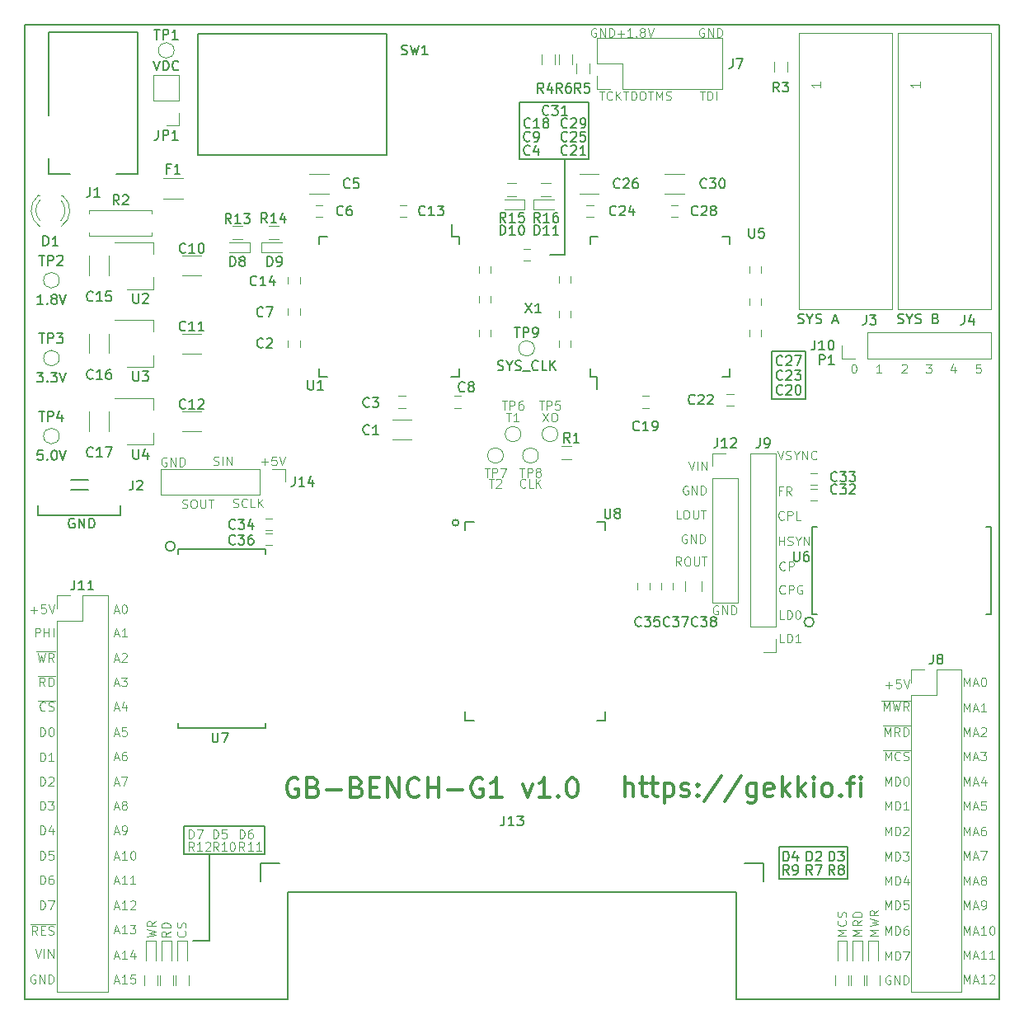
<source format=gbr>
G04 #@! TF.FileFunction,Legend,Top*
%FSLAX46Y46*%
G04 Gerber Fmt 4.6, Leading zero omitted, Abs format (unit mm)*
G04 Created by KiCad (PCBNEW 4.0.7-e1-6374~58~ubuntu17.04.1) date Tue Aug  1 22:36:46 2017*
%MOMM*%
%LPD*%
G01*
G04 APERTURE LIST*
%ADD10C,0.100000*%
%ADD11C,0.300000*%
%ADD12C,0.200000*%
%ADD13C,0.120000*%
%ADD14C,0.150000*%
G04 APERTURE END LIST*
D10*
D11*
X111557142Y-129204762D02*
X111557142Y-127204762D01*
X112414285Y-129204762D02*
X112414285Y-128157143D01*
X112319047Y-127966667D01*
X112128571Y-127871429D01*
X111842857Y-127871429D01*
X111652381Y-127966667D01*
X111557142Y-128061905D01*
X113080952Y-127871429D02*
X113842857Y-127871429D01*
X113366666Y-127204762D02*
X113366666Y-128919048D01*
X113461905Y-129109524D01*
X113652381Y-129204762D01*
X113842857Y-129204762D01*
X114223809Y-127871429D02*
X114985714Y-127871429D01*
X114509523Y-127204762D02*
X114509523Y-128919048D01*
X114604762Y-129109524D01*
X114795238Y-129204762D01*
X114985714Y-129204762D01*
X115652380Y-127871429D02*
X115652380Y-129871429D01*
X115652380Y-127966667D02*
X115842857Y-127871429D01*
X116223809Y-127871429D01*
X116414285Y-127966667D01*
X116509523Y-128061905D01*
X116604761Y-128252381D01*
X116604761Y-128823810D01*
X116509523Y-129014286D01*
X116414285Y-129109524D01*
X116223809Y-129204762D01*
X115842857Y-129204762D01*
X115652380Y-129109524D01*
X117366666Y-129109524D02*
X117557143Y-129204762D01*
X117938095Y-129204762D01*
X118128571Y-129109524D01*
X118223809Y-128919048D01*
X118223809Y-128823810D01*
X118128571Y-128633333D01*
X117938095Y-128538095D01*
X117652381Y-128538095D01*
X117461904Y-128442857D01*
X117366666Y-128252381D01*
X117366666Y-128157143D01*
X117461904Y-127966667D01*
X117652381Y-127871429D01*
X117938095Y-127871429D01*
X118128571Y-127966667D01*
X119080952Y-129014286D02*
X119176191Y-129109524D01*
X119080952Y-129204762D01*
X118985714Y-129109524D01*
X119080952Y-129014286D01*
X119080952Y-129204762D01*
X119080952Y-127966667D02*
X119176191Y-128061905D01*
X119080952Y-128157143D01*
X118985714Y-128061905D01*
X119080952Y-127966667D01*
X119080952Y-128157143D01*
X121461905Y-127109524D02*
X119747619Y-129680952D01*
X123557143Y-127109524D02*
X121842857Y-129680952D01*
X125080952Y-127871429D02*
X125080952Y-129490476D01*
X124985714Y-129680952D01*
X124890476Y-129776190D01*
X124700000Y-129871429D01*
X124414286Y-129871429D01*
X124223809Y-129776190D01*
X125080952Y-129109524D02*
X124890476Y-129204762D01*
X124509524Y-129204762D01*
X124319048Y-129109524D01*
X124223809Y-129014286D01*
X124128571Y-128823810D01*
X124128571Y-128252381D01*
X124223809Y-128061905D01*
X124319048Y-127966667D01*
X124509524Y-127871429D01*
X124890476Y-127871429D01*
X125080952Y-127966667D01*
X126795238Y-129109524D02*
X126604762Y-129204762D01*
X126223810Y-129204762D01*
X126033333Y-129109524D01*
X125938095Y-128919048D01*
X125938095Y-128157143D01*
X126033333Y-127966667D01*
X126223810Y-127871429D01*
X126604762Y-127871429D01*
X126795238Y-127966667D01*
X126890476Y-128157143D01*
X126890476Y-128347619D01*
X125938095Y-128538095D01*
X127747619Y-129204762D02*
X127747619Y-127204762D01*
X127938096Y-128442857D02*
X128509524Y-129204762D01*
X128509524Y-127871429D02*
X127747619Y-128633333D01*
X129366667Y-129204762D02*
X129366667Y-127204762D01*
X129557144Y-128442857D02*
X130128572Y-129204762D01*
X130128572Y-127871429D02*
X129366667Y-128633333D01*
X130985715Y-129204762D02*
X130985715Y-127871429D01*
X130985715Y-127204762D02*
X130890477Y-127300000D01*
X130985715Y-127395238D01*
X131080954Y-127300000D01*
X130985715Y-127204762D01*
X130985715Y-127395238D01*
X132223811Y-129204762D02*
X132033335Y-129109524D01*
X131938096Y-129014286D01*
X131842858Y-128823810D01*
X131842858Y-128252381D01*
X131938096Y-128061905D01*
X132033335Y-127966667D01*
X132223811Y-127871429D01*
X132509525Y-127871429D01*
X132700001Y-127966667D01*
X132795239Y-128061905D01*
X132890477Y-128252381D01*
X132890477Y-128823810D01*
X132795239Y-129014286D01*
X132700001Y-129109524D01*
X132509525Y-129204762D01*
X132223811Y-129204762D01*
X133747620Y-129014286D02*
X133842859Y-129109524D01*
X133747620Y-129204762D01*
X133652382Y-129109524D01*
X133747620Y-129014286D01*
X133747620Y-129204762D01*
X134414287Y-127871429D02*
X135176192Y-127871429D01*
X134700001Y-129204762D02*
X134700001Y-127490476D01*
X134795240Y-127300000D01*
X134985716Y-127204762D01*
X135176192Y-127204762D01*
X135842858Y-129204762D02*
X135842858Y-127871429D01*
X135842858Y-127204762D02*
X135747620Y-127300000D01*
X135842858Y-127395238D01*
X135938097Y-127300000D01*
X135842858Y-127204762D01*
X135842858Y-127395238D01*
X77990477Y-127400000D02*
X77800000Y-127304762D01*
X77514286Y-127304762D01*
X77228572Y-127400000D01*
X77038096Y-127590476D01*
X76942857Y-127780952D01*
X76847619Y-128161905D01*
X76847619Y-128447619D01*
X76942857Y-128828571D01*
X77038096Y-129019048D01*
X77228572Y-129209524D01*
X77514286Y-129304762D01*
X77704762Y-129304762D01*
X77990477Y-129209524D01*
X78085715Y-129114286D01*
X78085715Y-128447619D01*
X77704762Y-128447619D01*
X79609524Y-128257143D02*
X79895238Y-128352381D01*
X79990477Y-128447619D01*
X80085715Y-128638095D01*
X80085715Y-128923810D01*
X79990477Y-129114286D01*
X79895238Y-129209524D01*
X79704762Y-129304762D01*
X78942857Y-129304762D01*
X78942857Y-127304762D01*
X79609524Y-127304762D01*
X79800000Y-127400000D01*
X79895238Y-127495238D01*
X79990477Y-127685714D01*
X79990477Y-127876190D01*
X79895238Y-128066667D01*
X79800000Y-128161905D01*
X79609524Y-128257143D01*
X78942857Y-128257143D01*
X80942857Y-128542857D02*
X82466667Y-128542857D01*
X84085714Y-128257143D02*
X84371428Y-128352381D01*
X84466667Y-128447619D01*
X84561905Y-128638095D01*
X84561905Y-128923810D01*
X84466667Y-129114286D01*
X84371428Y-129209524D01*
X84180952Y-129304762D01*
X83419047Y-129304762D01*
X83419047Y-127304762D01*
X84085714Y-127304762D01*
X84276190Y-127400000D01*
X84371428Y-127495238D01*
X84466667Y-127685714D01*
X84466667Y-127876190D01*
X84371428Y-128066667D01*
X84276190Y-128161905D01*
X84085714Y-128257143D01*
X83419047Y-128257143D01*
X85419047Y-128257143D02*
X86085714Y-128257143D01*
X86371428Y-129304762D02*
X85419047Y-129304762D01*
X85419047Y-127304762D01*
X86371428Y-127304762D01*
X87228571Y-129304762D02*
X87228571Y-127304762D01*
X88371429Y-129304762D01*
X88371429Y-127304762D01*
X90466667Y-129114286D02*
X90371429Y-129209524D01*
X90085714Y-129304762D01*
X89895238Y-129304762D01*
X89609524Y-129209524D01*
X89419048Y-129019048D01*
X89323809Y-128828571D01*
X89228571Y-128447619D01*
X89228571Y-128161905D01*
X89323809Y-127780952D01*
X89419048Y-127590476D01*
X89609524Y-127400000D01*
X89895238Y-127304762D01*
X90085714Y-127304762D01*
X90371429Y-127400000D01*
X90466667Y-127495238D01*
X91323809Y-129304762D02*
X91323809Y-127304762D01*
X91323809Y-128257143D02*
X92466667Y-128257143D01*
X92466667Y-129304762D02*
X92466667Y-127304762D01*
X93419047Y-128542857D02*
X94942857Y-128542857D01*
X96942857Y-127400000D02*
X96752380Y-127304762D01*
X96466666Y-127304762D01*
X96180952Y-127400000D01*
X95990476Y-127590476D01*
X95895237Y-127780952D01*
X95799999Y-128161905D01*
X95799999Y-128447619D01*
X95895237Y-128828571D01*
X95990476Y-129019048D01*
X96180952Y-129209524D01*
X96466666Y-129304762D01*
X96657142Y-129304762D01*
X96942857Y-129209524D01*
X97038095Y-129114286D01*
X97038095Y-128447619D01*
X96657142Y-128447619D01*
X98942857Y-129304762D02*
X97799999Y-129304762D01*
X98371428Y-129304762D02*
X98371428Y-127304762D01*
X98180952Y-127590476D01*
X97990476Y-127780952D01*
X97799999Y-127876190D01*
X101133333Y-127971429D02*
X101609524Y-129304762D01*
X102085714Y-127971429D01*
X103895239Y-129304762D02*
X102752381Y-129304762D01*
X103323810Y-129304762D02*
X103323810Y-127304762D01*
X103133334Y-127590476D01*
X102942858Y-127780952D01*
X102752381Y-127876190D01*
X104752381Y-129114286D02*
X104847620Y-129209524D01*
X104752381Y-129304762D01*
X104657143Y-129209524D01*
X104752381Y-129114286D01*
X104752381Y-129304762D01*
X106085715Y-127304762D02*
X106276191Y-127304762D01*
X106466667Y-127400000D01*
X106561905Y-127495238D01*
X106657143Y-127685714D01*
X106752382Y-128066667D01*
X106752382Y-128542857D01*
X106657143Y-128923810D01*
X106561905Y-129114286D01*
X106466667Y-129209524D01*
X106276191Y-129304762D01*
X106085715Y-129304762D01*
X105895239Y-129209524D01*
X105800001Y-129114286D01*
X105704762Y-128923810D01*
X105609524Y-128542857D01*
X105609524Y-128066667D01*
X105704762Y-127685714D01*
X105800001Y-127495238D01*
X105895239Y-127400000D01*
X106085715Y-127304762D01*
D12*
X105400000Y-73600000D02*
X103900000Y-73600000D01*
X105400000Y-63800000D02*
X105400000Y-73600000D01*
D13*
X127942857Y-113407143D02*
X127514286Y-113407143D01*
X127514286Y-112507143D01*
X128242857Y-113407143D02*
X128242857Y-112507143D01*
X128457142Y-112507143D01*
X128585714Y-112550000D01*
X128671428Y-112635714D01*
X128714285Y-112721429D01*
X128757142Y-112892857D01*
X128757142Y-113021429D01*
X128714285Y-113192857D01*
X128671428Y-113278571D01*
X128585714Y-113364286D01*
X128457142Y-113407143D01*
X128242857Y-113407143D01*
X129614285Y-113407143D02*
X129100000Y-113407143D01*
X129357142Y-113407143D02*
X129357142Y-112507143D01*
X129271428Y-112635714D01*
X129185714Y-112721429D01*
X129100000Y-112764286D01*
X127942857Y-111007143D02*
X127514286Y-111007143D01*
X127514286Y-110107143D01*
X128242857Y-111007143D02*
X128242857Y-110107143D01*
X128457142Y-110107143D01*
X128585714Y-110150000D01*
X128671428Y-110235714D01*
X128714285Y-110321429D01*
X128757142Y-110492857D01*
X128757142Y-110621429D01*
X128714285Y-110792857D01*
X128671428Y-110878571D01*
X128585714Y-110964286D01*
X128457142Y-111007143D01*
X128242857Y-111007143D01*
X129314285Y-110107143D02*
X129400000Y-110107143D01*
X129485714Y-110150000D01*
X129528571Y-110192857D01*
X129571428Y-110278571D01*
X129614285Y-110450000D01*
X129614285Y-110664286D01*
X129571428Y-110835714D01*
X129528571Y-110921429D01*
X129485714Y-110964286D01*
X129400000Y-111007143D01*
X129314285Y-111007143D01*
X129228571Y-110964286D01*
X129185714Y-110921429D01*
X129142857Y-110835714D01*
X129100000Y-110664286D01*
X129100000Y-110450000D01*
X129142857Y-110278571D01*
X129185714Y-110192857D01*
X129228571Y-110150000D01*
X129314285Y-110107143D01*
X128028571Y-108321429D02*
X127985714Y-108364286D01*
X127857143Y-108407143D01*
X127771429Y-108407143D01*
X127642857Y-108364286D01*
X127557143Y-108278571D01*
X127514286Y-108192857D01*
X127471429Y-108021429D01*
X127471429Y-107892857D01*
X127514286Y-107721429D01*
X127557143Y-107635714D01*
X127642857Y-107550000D01*
X127771429Y-107507143D01*
X127857143Y-107507143D01*
X127985714Y-107550000D01*
X128028571Y-107592857D01*
X128414286Y-108407143D02*
X128414286Y-107507143D01*
X128757143Y-107507143D01*
X128842857Y-107550000D01*
X128885714Y-107592857D01*
X128928571Y-107678571D01*
X128928571Y-107807143D01*
X128885714Y-107892857D01*
X128842857Y-107935714D01*
X128757143Y-107978571D01*
X128414286Y-107978571D01*
X129785714Y-107550000D02*
X129700000Y-107507143D01*
X129571429Y-107507143D01*
X129442857Y-107550000D01*
X129357143Y-107635714D01*
X129314286Y-107721429D01*
X129271429Y-107892857D01*
X129271429Y-108021429D01*
X129314286Y-108192857D01*
X129357143Y-108278571D01*
X129442857Y-108364286D01*
X129571429Y-108407143D01*
X129657143Y-108407143D01*
X129785714Y-108364286D01*
X129828571Y-108321429D01*
X129828571Y-108021429D01*
X129657143Y-108021429D01*
X128028571Y-105921429D02*
X127985714Y-105964286D01*
X127857143Y-106007143D01*
X127771429Y-106007143D01*
X127642857Y-105964286D01*
X127557143Y-105878571D01*
X127514286Y-105792857D01*
X127471429Y-105621429D01*
X127471429Y-105492857D01*
X127514286Y-105321429D01*
X127557143Y-105235714D01*
X127642857Y-105150000D01*
X127771429Y-105107143D01*
X127857143Y-105107143D01*
X127985714Y-105150000D01*
X128028571Y-105192857D01*
X128414286Y-106007143D02*
X128414286Y-105107143D01*
X128757143Y-105107143D01*
X128842857Y-105150000D01*
X128885714Y-105192857D01*
X128928571Y-105278571D01*
X128928571Y-105407143D01*
X128885714Y-105492857D01*
X128842857Y-105535714D01*
X128757143Y-105578571D01*
X128414286Y-105578571D01*
X127414286Y-103407143D02*
X127414286Y-102507143D01*
X127414286Y-102935714D02*
X127928571Y-102935714D01*
X127928571Y-103407143D02*
X127928571Y-102507143D01*
X128314286Y-103364286D02*
X128442857Y-103407143D01*
X128657143Y-103407143D01*
X128742857Y-103364286D01*
X128785714Y-103321429D01*
X128828571Y-103235714D01*
X128828571Y-103150000D01*
X128785714Y-103064286D01*
X128742857Y-103021429D01*
X128657143Y-102978571D01*
X128485714Y-102935714D01*
X128400000Y-102892857D01*
X128357143Y-102850000D01*
X128314286Y-102764286D01*
X128314286Y-102678571D01*
X128357143Y-102592857D01*
X128400000Y-102550000D01*
X128485714Y-102507143D01*
X128700000Y-102507143D01*
X128828571Y-102550000D01*
X129385714Y-102978571D02*
X129385714Y-103407143D01*
X129085714Y-102507143D02*
X129385714Y-102978571D01*
X129685714Y-102507143D01*
X129985715Y-103407143D02*
X129985715Y-102507143D01*
X130500000Y-103407143D01*
X130500000Y-102507143D01*
X127928571Y-100721429D02*
X127885714Y-100764286D01*
X127757143Y-100807143D01*
X127671429Y-100807143D01*
X127542857Y-100764286D01*
X127457143Y-100678571D01*
X127414286Y-100592857D01*
X127371429Y-100421429D01*
X127371429Y-100292857D01*
X127414286Y-100121429D01*
X127457143Y-100035714D01*
X127542857Y-99950000D01*
X127671429Y-99907143D01*
X127757143Y-99907143D01*
X127885714Y-99950000D01*
X127928571Y-99992857D01*
X128314286Y-100807143D02*
X128314286Y-99907143D01*
X128657143Y-99907143D01*
X128742857Y-99950000D01*
X128785714Y-99992857D01*
X128828571Y-100078571D01*
X128828571Y-100207143D01*
X128785714Y-100292857D01*
X128742857Y-100335714D01*
X128657143Y-100378571D01*
X128314286Y-100378571D01*
X129642857Y-100807143D02*
X129214286Y-100807143D01*
X129214286Y-99907143D01*
X127714286Y-97835714D02*
X127414286Y-97835714D01*
X127414286Y-98307143D02*
X127414286Y-97407143D01*
X127842857Y-97407143D01*
X128700000Y-98307143D02*
X128400000Y-97878571D01*
X128185715Y-98307143D02*
X128185715Y-97407143D01*
X128528572Y-97407143D01*
X128614286Y-97450000D01*
X128657143Y-97492857D01*
X128700000Y-97578571D01*
X128700000Y-97707143D01*
X128657143Y-97792857D01*
X128614286Y-97835714D01*
X128528572Y-97878571D01*
X128185715Y-97878571D01*
X127285714Y-93707143D02*
X127585714Y-94607143D01*
X127885714Y-93707143D01*
X128142858Y-94564286D02*
X128271429Y-94607143D01*
X128485715Y-94607143D01*
X128571429Y-94564286D01*
X128614286Y-94521429D01*
X128657143Y-94435714D01*
X128657143Y-94350000D01*
X128614286Y-94264286D01*
X128571429Y-94221429D01*
X128485715Y-94178571D01*
X128314286Y-94135714D01*
X128228572Y-94092857D01*
X128185715Y-94050000D01*
X128142858Y-93964286D01*
X128142858Y-93878571D01*
X128185715Y-93792857D01*
X128228572Y-93750000D01*
X128314286Y-93707143D01*
X128528572Y-93707143D01*
X128657143Y-93750000D01*
X129214286Y-94178571D02*
X129214286Y-94607143D01*
X128914286Y-93707143D02*
X129214286Y-94178571D01*
X129514286Y-93707143D01*
X129814287Y-94607143D02*
X129814287Y-93707143D01*
X130328572Y-94607143D01*
X130328572Y-93707143D01*
X131271429Y-94521429D02*
X131228572Y-94564286D01*
X131100001Y-94607143D01*
X131014287Y-94607143D01*
X130885715Y-94564286D01*
X130800001Y-94478571D01*
X130757144Y-94392857D01*
X130714287Y-94221429D01*
X130714287Y-94092857D01*
X130757144Y-93921429D01*
X130800001Y-93835714D01*
X130885715Y-93750000D01*
X131014287Y-93707143D01*
X131100001Y-93707143D01*
X131228572Y-93750000D01*
X131271429Y-93792857D01*
X121142857Y-109650000D02*
X121057143Y-109607143D01*
X120928572Y-109607143D01*
X120800000Y-109650000D01*
X120714286Y-109735714D01*
X120671429Y-109821429D01*
X120628572Y-109992857D01*
X120628572Y-110121429D01*
X120671429Y-110292857D01*
X120714286Y-110378571D01*
X120800000Y-110464286D01*
X120928572Y-110507143D01*
X121014286Y-110507143D01*
X121142857Y-110464286D01*
X121185714Y-110421429D01*
X121185714Y-110121429D01*
X121014286Y-110121429D01*
X121571429Y-110507143D02*
X121571429Y-109607143D01*
X122085714Y-110507143D01*
X122085714Y-109607143D01*
X122514286Y-110507143D02*
X122514286Y-109607143D01*
X122728571Y-109607143D01*
X122857143Y-109650000D01*
X122942857Y-109735714D01*
X122985714Y-109821429D01*
X123028571Y-109992857D01*
X123028571Y-110121429D01*
X122985714Y-110292857D01*
X122942857Y-110378571D01*
X122857143Y-110464286D01*
X122728571Y-110507143D01*
X122514286Y-110507143D01*
X117357143Y-105507143D02*
X117057143Y-105078571D01*
X116842858Y-105507143D02*
X116842858Y-104607143D01*
X117185715Y-104607143D01*
X117271429Y-104650000D01*
X117314286Y-104692857D01*
X117357143Y-104778571D01*
X117357143Y-104907143D01*
X117314286Y-104992857D01*
X117271429Y-105035714D01*
X117185715Y-105078571D01*
X116842858Y-105078571D01*
X117914286Y-104607143D02*
X118085715Y-104607143D01*
X118171429Y-104650000D01*
X118257143Y-104735714D01*
X118300001Y-104907143D01*
X118300001Y-105207143D01*
X118257143Y-105378571D01*
X118171429Y-105464286D01*
X118085715Y-105507143D01*
X117914286Y-105507143D01*
X117828572Y-105464286D01*
X117742858Y-105378571D01*
X117700001Y-105207143D01*
X117700001Y-104907143D01*
X117742858Y-104735714D01*
X117828572Y-104650000D01*
X117914286Y-104607143D01*
X118685715Y-104607143D02*
X118685715Y-105335714D01*
X118728572Y-105421429D01*
X118771429Y-105464286D01*
X118857143Y-105507143D01*
X119028572Y-105507143D01*
X119114286Y-105464286D01*
X119157143Y-105421429D01*
X119200000Y-105335714D01*
X119200000Y-104607143D01*
X119500000Y-104607143D02*
X120014286Y-104607143D01*
X119757143Y-105507143D02*
X119757143Y-104607143D01*
X117942857Y-102350000D02*
X117857143Y-102307143D01*
X117728572Y-102307143D01*
X117600000Y-102350000D01*
X117514286Y-102435714D01*
X117471429Y-102521429D01*
X117428572Y-102692857D01*
X117428572Y-102821429D01*
X117471429Y-102992857D01*
X117514286Y-103078571D01*
X117600000Y-103164286D01*
X117728572Y-103207143D01*
X117814286Y-103207143D01*
X117942857Y-103164286D01*
X117985714Y-103121429D01*
X117985714Y-102821429D01*
X117814286Y-102821429D01*
X118371429Y-103207143D02*
X118371429Y-102307143D01*
X118885714Y-103207143D01*
X118885714Y-102307143D01*
X119314286Y-103207143D02*
X119314286Y-102307143D01*
X119528571Y-102307143D01*
X119657143Y-102350000D01*
X119742857Y-102435714D01*
X119785714Y-102521429D01*
X119828571Y-102692857D01*
X119828571Y-102821429D01*
X119785714Y-102992857D01*
X119742857Y-103078571D01*
X119657143Y-103164286D01*
X119528571Y-103207143D01*
X119314286Y-103207143D01*
X117342858Y-100707143D02*
X116914287Y-100707143D01*
X116914287Y-99807143D01*
X117814286Y-99807143D02*
X117985715Y-99807143D01*
X118071429Y-99850000D01*
X118157143Y-99935714D01*
X118200001Y-100107143D01*
X118200001Y-100407143D01*
X118157143Y-100578571D01*
X118071429Y-100664286D01*
X117985715Y-100707143D01*
X117814286Y-100707143D01*
X117728572Y-100664286D01*
X117642858Y-100578571D01*
X117600001Y-100407143D01*
X117600001Y-100107143D01*
X117642858Y-99935714D01*
X117728572Y-99850000D01*
X117814286Y-99807143D01*
X118585715Y-99807143D02*
X118585715Y-100535714D01*
X118628572Y-100621429D01*
X118671429Y-100664286D01*
X118757143Y-100707143D01*
X118928572Y-100707143D01*
X119014286Y-100664286D01*
X119057143Y-100621429D01*
X119100000Y-100535714D01*
X119100000Y-99807143D01*
X119400000Y-99807143D02*
X119914286Y-99807143D01*
X119657143Y-100707143D02*
X119657143Y-99807143D01*
X118042857Y-97350000D02*
X117957143Y-97307143D01*
X117828572Y-97307143D01*
X117700000Y-97350000D01*
X117614286Y-97435714D01*
X117571429Y-97521429D01*
X117528572Y-97692857D01*
X117528572Y-97821429D01*
X117571429Y-97992857D01*
X117614286Y-98078571D01*
X117700000Y-98164286D01*
X117828572Y-98207143D01*
X117914286Y-98207143D01*
X118042857Y-98164286D01*
X118085714Y-98121429D01*
X118085714Y-97821429D01*
X117914286Y-97821429D01*
X118471429Y-98207143D02*
X118471429Y-97307143D01*
X118985714Y-98207143D01*
X118985714Y-97307143D01*
X119414286Y-98207143D02*
X119414286Y-97307143D01*
X119628571Y-97307143D01*
X119757143Y-97350000D01*
X119842857Y-97435714D01*
X119885714Y-97521429D01*
X119928571Y-97692857D01*
X119928571Y-97821429D01*
X119885714Y-97992857D01*
X119842857Y-98078571D01*
X119757143Y-98164286D01*
X119628571Y-98207143D01*
X119414286Y-98207143D01*
X118142857Y-94807143D02*
X118442857Y-95707143D01*
X118742857Y-94807143D01*
X119042858Y-95707143D02*
X119042858Y-94807143D01*
X119471429Y-95707143D02*
X119471429Y-94807143D01*
X119985714Y-95707143D01*
X119985714Y-94807143D01*
X134307143Y-143485714D02*
X133407143Y-143485714D01*
X134050000Y-143185714D01*
X133407143Y-142885714D01*
X134307143Y-142885714D01*
X134221429Y-141942858D02*
X134264286Y-141985715D01*
X134307143Y-142114286D01*
X134307143Y-142200000D01*
X134264286Y-142328572D01*
X134178571Y-142414286D01*
X134092857Y-142457143D01*
X133921429Y-142500000D01*
X133792857Y-142500000D01*
X133621429Y-142457143D01*
X133535714Y-142414286D01*
X133450000Y-142328572D01*
X133407143Y-142200000D01*
X133407143Y-142114286D01*
X133450000Y-141985715D01*
X133492857Y-141942858D01*
X134264286Y-141600000D02*
X134307143Y-141471429D01*
X134307143Y-141257143D01*
X134264286Y-141171429D01*
X134221429Y-141128572D01*
X134135714Y-141085715D01*
X134050000Y-141085715D01*
X133964286Y-141128572D01*
X133921429Y-141171429D01*
X133878571Y-141257143D01*
X133835714Y-141428572D01*
X133792857Y-141514286D01*
X133750000Y-141557143D01*
X133664286Y-141600000D01*
X133578571Y-141600000D01*
X133492857Y-141557143D01*
X133450000Y-141514286D01*
X133407143Y-141428572D01*
X133407143Y-141214286D01*
X133450000Y-141085715D01*
X135907143Y-143485714D02*
X135007143Y-143485714D01*
X135650000Y-143185714D01*
X135007143Y-142885714D01*
X135907143Y-142885714D01*
X135907143Y-141942858D02*
X135478571Y-142242858D01*
X135907143Y-142457143D02*
X135007143Y-142457143D01*
X135007143Y-142114286D01*
X135050000Y-142028572D01*
X135092857Y-141985715D01*
X135178571Y-141942858D01*
X135307143Y-141942858D01*
X135392857Y-141985715D01*
X135435714Y-142028572D01*
X135478571Y-142114286D01*
X135478571Y-142457143D01*
X135907143Y-141557143D02*
X135007143Y-141557143D01*
X135007143Y-141342858D01*
X135050000Y-141214286D01*
X135135714Y-141128572D01*
X135221429Y-141085715D01*
X135392857Y-141042858D01*
X135521429Y-141042858D01*
X135692857Y-141085715D01*
X135778571Y-141128572D01*
X135864286Y-141214286D01*
X135907143Y-141342858D01*
X135907143Y-141557143D01*
X137607143Y-143485714D02*
X136707143Y-143485714D01*
X137350000Y-143185714D01*
X136707143Y-142885714D01*
X137607143Y-142885714D01*
X136707143Y-142542858D02*
X137607143Y-142328572D01*
X136964286Y-142157143D01*
X137607143Y-141985715D01*
X136707143Y-141771429D01*
X137607143Y-140914287D02*
X137178571Y-141214287D01*
X137607143Y-141428572D02*
X136707143Y-141428572D01*
X136707143Y-141085715D01*
X136750000Y-141000001D01*
X136792857Y-140957144D01*
X136878571Y-140914287D01*
X137007143Y-140914287D01*
X137092857Y-140957144D01*
X137135714Y-141000001D01*
X137178571Y-141085715D01*
X137178571Y-141428572D01*
X148114286Y-84807143D02*
X147685715Y-84807143D01*
X147642858Y-85235714D01*
X147685715Y-85192857D01*
X147771429Y-85150000D01*
X147985715Y-85150000D01*
X148071429Y-85192857D01*
X148114286Y-85235714D01*
X148157143Y-85321429D01*
X148157143Y-85535714D01*
X148114286Y-85621429D01*
X148071429Y-85664286D01*
X147985715Y-85707143D01*
X147771429Y-85707143D01*
X147685715Y-85664286D01*
X147642858Y-85621429D01*
X145471429Y-85107143D02*
X145471429Y-85707143D01*
X145257143Y-84764286D02*
X145042858Y-85407143D01*
X145600000Y-85407143D01*
X142500000Y-84807143D02*
X143057143Y-84807143D01*
X142757143Y-85150000D01*
X142885715Y-85150000D01*
X142971429Y-85192857D01*
X143014286Y-85235714D01*
X143057143Y-85321429D01*
X143057143Y-85535714D01*
X143014286Y-85621429D01*
X142971429Y-85664286D01*
X142885715Y-85707143D01*
X142628572Y-85707143D01*
X142542858Y-85664286D01*
X142500000Y-85621429D01*
X140042858Y-84892857D02*
X140085715Y-84850000D01*
X140171429Y-84807143D01*
X140385715Y-84807143D01*
X140471429Y-84850000D01*
X140514286Y-84892857D01*
X140557143Y-84978571D01*
X140557143Y-85064286D01*
X140514286Y-85192857D01*
X140000000Y-85707143D01*
X140557143Y-85707143D01*
X137957143Y-85707143D02*
X137442858Y-85707143D01*
X137700000Y-85707143D02*
X137700000Y-84807143D01*
X137614286Y-84935714D01*
X137528572Y-85021429D01*
X137442858Y-85064286D01*
D12*
X131561905Y-84852381D02*
X131561905Y-83852381D01*
X131942858Y-83852381D01*
X132038096Y-83900000D01*
X132085715Y-83947619D01*
X132133334Y-84042857D01*
X132133334Y-84185714D01*
X132085715Y-84280952D01*
X132038096Y-84328571D01*
X131942858Y-84376190D01*
X131561905Y-84376190D01*
X133085715Y-84852381D02*
X132514286Y-84852381D01*
X132800000Y-84852381D02*
X132800000Y-83852381D01*
X132704762Y-83995238D01*
X132609524Y-84090476D01*
X132514286Y-84138095D01*
X139628571Y-80604762D02*
X139771428Y-80652381D01*
X140009524Y-80652381D01*
X140104762Y-80604762D01*
X140152381Y-80557143D01*
X140200000Y-80461905D01*
X140200000Y-80366667D01*
X140152381Y-80271429D01*
X140104762Y-80223810D01*
X140009524Y-80176190D01*
X139819047Y-80128571D01*
X139723809Y-80080952D01*
X139676190Y-80033333D01*
X139628571Y-79938095D01*
X139628571Y-79842857D01*
X139676190Y-79747619D01*
X139723809Y-79700000D01*
X139819047Y-79652381D01*
X140057143Y-79652381D01*
X140200000Y-79700000D01*
X140819047Y-80176190D02*
X140819047Y-80652381D01*
X140485714Y-79652381D02*
X140819047Y-80176190D01*
X141152381Y-79652381D01*
X141438095Y-80604762D02*
X141580952Y-80652381D01*
X141819048Y-80652381D01*
X141914286Y-80604762D01*
X141961905Y-80557143D01*
X142009524Y-80461905D01*
X142009524Y-80366667D01*
X141961905Y-80271429D01*
X141914286Y-80223810D01*
X141819048Y-80176190D01*
X141628571Y-80128571D01*
X141533333Y-80080952D01*
X141485714Y-80033333D01*
X141438095Y-79938095D01*
X141438095Y-79842857D01*
X141485714Y-79747619D01*
X141533333Y-79700000D01*
X141628571Y-79652381D01*
X141866667Y-79652381D01*
X142009524Y-79700000D01*
X143533334Y-80128571D02*
X143676191Y-80176190D01*
X143723810Y-80223810D01*
X143771429Y-80319048D01*
X143771429Y-80461905D01*
X143723810Y-80557143D01*
X143676191Y-80604762D01*
X143580953Y-80652381D01*
X143200000Y-80652381D01*
X143200000Y-79652381D01*
X143533334Y-79652381D01*
X143628572Y-79700000D01*
X143676191Y-79747619D01*
X143723810Y-79842857D01*
X143723810Y-79938095D01*
X143676191Y-80033333D01*
X143628572Y-80080952D01*
X143533334Y-80128571D01*
X143200000Y-80128571D01*
X129400000Y-80604762D02*
X129542857Y-80652381D01*
X129780953Y-80652381D01*
X129876191Y-80604762D01*
X129923810Y-80557143D01*
X129971429Y-80461905D01*
X129971429Y-80366667D01*
X129923810Y-80271429D01*
X129876191Y-80223810D01*
X129780953Y-80176190D01*
X129590476Y-80128571D01*
X129495238Y-80080952D01*
X129447619Y-80033333D01*
X129400000Y-79938095D01*
X129400000Y-79842857D01*
X129447619Y-79747619D01*
X129495238Y-79700000D01*
X129590476Y-79652381D01*
X129828572Y-79652381D01*
X129971429Y-79700000D01*
X130590476Y-80176190D02*
X130590476Y-80652381D01*
X130257143Y-79652381D02*
X130590476Y-80176190D01*
X130923810Y-79652381D01*
X131209524Y-80604762D02*
X131352381Y-80652381D01*
X131590477Y-80652381D01*
X131685715Y-80604762D01*
X131733334Y-80557143D01*
X131780953Y-80461905D01*
X131780953Y-80366667D01*
X131733334Y-80271429D01*
X131685715Y-80223810D01*
X131590477Y-80176190D01*
X131400000Y-80128571D01*
X131304762Y-80080952D01*
X131257143Y-80033333D01*
X131209524Y-79938095D01*
X131209524Y-79842857D01*
X131257143Y-79747619D01*
X131304762Y-79700000D01*
X131400000Y-79652381D01*
X131638096Y-79652381D01*
X131780953Y-79700000D01*
X132923810Y-80366667D02*
X133400001Y-80366667D01*
X132828572Y-80652381D02*
X133161905Y-79652381D01*
X133495239Y-80652381D01*
D13*
X135057143Y-84807143D02*
X135142858Y-84807143D01*
X135228572Y-84850000D01*
X135271429Y-84892857D01*
X135314286Y-84978571D01*
X135357143Y-85150000D01*
X135357143Y-85364286D01*
X135314286Y-85535714D01*
X135271429Y-85621429D01*
X135228572Y-85664286D01*
X135142858Y-85707143D01*
X135057143Y-85707143D01*
X134971429Y-85664286D01*
X134928572Y-85621429D01*
X134885715Y-85535714D01*
X134842858Y-85364286D01*
X134842858Y-85150000D01*
X134885715Y-84978571D01*
X134928572Y-84892857D01*
X134971429Y-84850000D01*
X135057143Y-84807143D01*
X138371428Y-117764286D02*
X139057142Y-117764286D01*
X138714285Y-118107143D02*
X138714285Y-117421429D01*
X139914285Y-117207143D02*
X139485714Y-117207143D01*
X139442857Y-117635714D01*
X139485714Y-117592857D01*
X139571428Y-117550000D01*
X139785714Y-117550000D01*
X139871428Y-117592857D01*
X139914285Y-117635714D01*
X139957142Y-117721429D01*
X139957142Y-117935714D01*
X139914285Y-118021429D01*
X139871428Y-118064286D01*
X139785714Y-118107143D01*
X139571428Y-118107143D01*
X139485714Y-118064286D01*
X139442857Y-118021429D01*
X140214285Y-117207143D02*
X140514285Y-118107143D01*
X140814285Y-117207143D01*
X138157144Y-120407143D02*
X138157144Y-119507143D01*
X138457144Y-120150000D01*
X138757144Y-119507143D01*
X138757144Y-120407143D01*
X139100000Y-119507143D02*
X139314286Y-120407143D01*
X139485715Y-119764286D01*
X139657143Y-120407143D01*
X139871429Y-119507143D01*
X140728571Y-120407143D02*
X140428571Y-119978571D01*
X140214286Y-120407143D02*
X140214286Y-119507143D01*
X140557143Y-119507143D01*
X140642857Y-119550000D01*
X140685714Y-119592857D01*
X140728571Y-119678571D01*
X140728571Y-119807143D01*
X140685714Y-119892857D01*
X140642857Y-119935714D01*
X140557143Y-119978571D01*
X140214286Y-119978571D01*
X137942858Y-119352000D02*
X140900000Y-119352000D01*
X138285715Y-123007143D02*
X138285715Y-122107143D01*
X138585715Y-122750000D01*
X138885715Y-122107143D01*
X138885715Y-123007143D01*
X139828571Y-123007143D02*
X139528571Y-122578571D01*
X139314286Y-123007143D02*
X139314286Y-122107143D01*
X139657143Y-122107143D01*
X139742857Y-122150000D01*
X139785714Y-122192857D01*
X139828571Y-122278571D01*
X139828571Y-122407143D01*
X139785714Y-122492857D01*
X139742857Y-122535714D01*
X139657143Y-122578571D01*
X139314286Y-122578571D01*
X140214286Y-123007143D02*
X140214286Y-122107143D01*
X140428571Y-122107143D01*
X140557143Y-122150000D01*
X140642857Y-122235714D01*
X140685714Y-122321429D01*
X140728571Y-122492857D01*
X140728571Y-122621429D01*
X140685714Y-122792857D01*
X140642857Y-122878571D01*
X140557143Y-122964286D01*
X140428571Y-123007143D01*
X140214286Y-123007143D01*
X138071429Y-121952000D02*
X140900000Y-121952000D01*
X138328572Y-125507143D02*
X138328572Y-124607143D01*
X138628572Y-125250000D01*
X138928572Y-124607143D01*
X138928572Y-125507143D01*
X139871428Y-125421429D02*
X139828571Y-125464286D01*
X139700000Y-125507143D01*
X139614286Y-125507143D01*
X139485714Y-125464286D01*
X139400000Y-125378571D01*
X139357143Y-125292857D01*
X139314286Y-125121429D01*
X139314286Y-124992857D01*
X139357143Y-124821429D01*
X139400000Y-124735714D01*
X139485714Y-124650000D01*
X139614286Y-124607143D01*
X139700000Y-124607143D01*
X139828571Y-124650000D01*
X139871428Y-124692857D01*
X140214286Y-125464286D02*
X140342857Y-125507143D01*
X140557143Y-125507143D01*
X140642857Y-125464286D01*
X140685714Y-125421429D01*
X140728571Y-125335714D01*
X140728571Y-125250000D01*
X140685714Y-125164286D01*
X140642857Y-125121429D01*
X140557143Y-125078571D01*
X140385714Y-125035714D01*
X140300000Y-124992857D01*
X140257143Y-124950000D01*
X140214286Y-124864286D01*
X140214286Y-124778571D01*
X140257143Y-124692857D01*
X140300000Y-124650000D01*
X140385714Y-124607143D01*
X140600000Y-124607143D01*
X140728571Y-124650000D01*
X138114286Y-124452000D02*
X140900000Y-124452000D01*
X138328572Y-128107143D02*
X138328572Y-127207143D01*
X138628572Y-127850000D01*
X138928572Y-127207143D01*
X138928572Y-128107143D01*
X139357143Y-128107143D02*
X139357143Y-127207143D01*
X139571428Y-127207143D01*
X139700000Y-127250000D01*
X139785714Y-127335714D01*
X139828571Y-127421429D01*
X139871428Y-127592857D01*
X139871428Y-127721429D01*
X139828571Y-127892857D01*
X139785714Y-127978571D01*
X139700000Y-128064286D01*
X139571428Y-128107143D01*
X139357143Y-128107143D01*
X140428571Y-127207143D02*
X140514286Y-127207143D01*
X140600000Y-127250000D01*
X140642857Y-127292857D01*
X140685714Y-127378571D01*
X140728571Y-127550000D01*
X140728571Y-127764286D01*
X140685714Y-127935714D01*
X140642857Y-128021429D01*
X140600000Y-128064286D01*
X140514286Y-128107143D01*
X140428571Y-128107143D01*
X140342857Y-128064286D01*
X140300000Y-128021429D01*
X140257143Y-127935714D01*
X140214286Y-127764286D01*
X140214286Y-127550000D01*
X140257143Y-127378571D01*
X140300000Y-127292857D01*
X140342857Y-127250000D01*
X140428571Y-127207143D01*
X138328572Y-130607143D02*
X138328572Y-129707143D01*
X138628572Y-130350000D01*
X138928572Y-129707143D01*
X138928572Y-130607143D01*
X139357143Y-130607143D02*
X139357143Y-129707143D01*
X139571428Y-129707143D01*
X139700000Y-129750000D01*
X139785714Y-129835714D01*
X139828571Y-129921429D01*
X139871428Y-130092857D01*
X139871428Y-130221429D01*
X139828571Y-130392857D01*
X139785714Y-130478571D01*
X139700000Y-130564286D01*
X139571428Y-130607143D01*
X139357143Y-130607143D01*
X140728571Y-130607143D02*
X140214286Y-130607143D01*
X140471428Y-130607143D02*
X140471428Y-129707143D01*
X140385714Y-129835714D01*
X140300000Y-129921429D01*
X140214286Y-129964286D01*
X138328572Y-133207143D02*
X138328572Y-132307143D01*
X138628572Y-132950000D01*
X138928572Y-132307143D01*
X138928572Y-133207143D01*
X139357143Y-133207143D02*
X139357143Y-132307143D01*
X139571428Y-132307143D01*
X139700000Y-132350000D01*
X139785714Y-132435714D01*
X139828571Y-132521429D01*
X139871428Y-132692857D01*
X139871428Y-132821429D01*
X139828571Y-132992857D01*
X139785714Y-133078571D01*
X139700000Y-133164286D01*
X139571428Y-133207143D01*
X139357143Y-133207143D01*
X140214286Y-132392857D02*
X140257143Y-132350000D01*
X140342857Y-132307143D01*
X140557143Y-132307143D01*
X140642857Y-132350000D01*
X140685714Y-132392857D01*
X140728571Y-132478571D01*
X140728571Y-132564286D01*
X140685714Y-132692857D01*
X140171428Y-133207143D01*
X140728571Y-133207143D01*
X138328572Y-135807143D02*
X138328572Y-134907143D01*
X138628572Y-135550000D01*
X138928572Y-134907143D01*
X138928572Y-135807143D01*
X139357143Y-135807143D02*
X139357143Y-134907143D01*
X139571428Y-134907143D01*
X139700000Y-134950000D01*
X139785714Y-135035714D01*
X139828571Y-135121429D01*
X139871428Y-135292857D01*
X139871428Y-135421429D01*
X139828571Y-135592857D01*
X139785714Y-135678571D01*
X139700000Y-135764286D01*
X139571428Y-135807143D01*
X139357143Y-135807143D01*
X140171428Y-134907143D02*
X140728571Y-134907143D01*
X140428571Y-135250000D01*
X140557143Y-135250000D01*
X140642857Y-135292857D01*
X140685714Y-135335714D01*
X140728571Y-135421429D01*
X140728571Y-135635714D01*
X140685714Y-135721429D01*
X140642857Y-135764286D01*
X140557143Y-135807143D01*
X140300000Y-135807143D01*
X140214286Y-135764286D01*
X140171428Y-135721429D01*
X138328572Y-138307143D02*
X138328572Y-137407143D01*
X138628572Y-138050000D01*
X138928572Y-137407143D01*
X138928572Y-138307143D01*
X139357143Y-138307143D02*
X139357143Y-137407143D01*
X139571428Y-137407143D01*
X139700000Y-137450000D01*
X139785714Y-137535714D01*
X139828571Y-137621429D01*
X139871428Y-137792857D01*
X139871428Y-137921429D01*
X139828571Y-138092857D01*
X139785714Y-138178571D01*
X139700000Y-138264286D01*
X139571428Y-138307143D01*
X139357143Y-138307143D01*
X140642857Y-137707143D02*
X140642857Y-138307143D01*
X140428571Y-137364286D02*
X140214286Y-138007143D01*
X140771428Y-138007143D01*
X138328572Y-140807143D02*
X138328572Y-139907143D01*
X138628572Y-140550000D01*
X138928572Y-139907143D01*
X138928572Y-140807143D01*
X139357143Y-140807143D02*
X139357143Y-139907143D01*
X139571428Y-139907143D01*
X139700000Y-139950000D01*
X139785714Y-140035714D01*
X139828571Y-140121429D01*
X139871428Y-140292857D01*
X139871428Y-140421429D01*
X139828571Y-140592857D01*
X139785714Y-140678571D01*
X139700000Y-140764286D01*
X139571428Y-140807143D01*
X139357143Y-140807143D01*
X140685714Y-139907143D02*
X140257143Y-139907143D01*
X140214286Y-140335714D01*
X140257143Y-140292857D01*
X140342857Y-140250000D01*
X140557143Y-140250000D01*
X140642857Y-140292857D01*
X140685714Y-140335714D01*
X140728571Y-140421429D01*
X140728571Y-140635714D01*
X140685714Y-140721429D01*
X140642857Y-140764286D01*
X140557143Y-140807143D01*
X140342857Y-140807143D01*
X140257143Y-140764286D01*
X140214286Y-140721429D01*
X138328572Y-143407143D02*
X138328572Y-142507143D01*
X138628572Y-143150000D01*
X138928572Y-142507143D01*
X138928572Y-143407143D01*
X139357143Y-143407143D02*
X139357143Y-142507143D01*
X139571428Y-142507143D01*
X139700000Y-142550000D01*
X139785714Y-142635714D01*
X139828571Y-142721429D01*
X139871428Y-142892857D01*
X139871428Y-143021429D01*
X139828571Y-143192857D01*
X139785714Y-143278571D01*
X139700000Y-143364286D01*
X139571428Y-143407143D01*
X139357143Y-143407143D01*
X140642857Y-142507143D02*
X140471428Y-142507143D01*
X140385714Y-142550000D01*
X140342857Y-142592857D01*
X140257143Y-142721429D01*
X140214286Y-142892857D01*
X140214286Y-143235714D01*
X140257143Y-143321429D01*
X140300000Y-143364286D01*
X140385714Y-143407143D01*
X140557143Y-143407143D01*
X140642857Y-143364286D01*
X140685714Y-143321429D01*
X140728571Y-143235714D01*
X140728571Y-143021429D01*
X140685714Y-142935714D01*
X140642857Y-142892857D01*
X140557143Y-142850000D01*
X140385714Y-142850000D01*
X140300000Y-142892857D01*
X140257143Y-142935714D01*
X140214286Y-143021429D01*
X146414286Y-117907143D02*
X146414286Y-117007143D01*
X146714286Y-117650000D01*
X147014286Y-117007143D01*
X147014286Y-117907143D01*
X147400000Y-117650000D02*
X147828571Y-117650000D01*
X147314285Y-117907143D02*
X147614285Y-117007143D01*
X147914285Y-117907143D01*
X148385714Y-117007143D02*
X148471429Y-117007143D01*
X148557143Y-117050000D01*
X148600000Y-117092857D01*
X148642857Y-117178571D01*
X148685714Y-117350000D01*
X148685714Y-117564286D01*
X148642857Y-117735714D01*
X148600000Y-117821429D01*
X148557143Y-117864286D01*
X148471429Y-117907143D01*
X148385714Y-117907143D01*
X148300000Y-117864286D01*
X148257143Y-117821429D01*
X148214286Y-117735714D01*
X148171429Y-117564286D01*
X148171429Y-117350000D01*
X148214286Y-117178571D01*
X148257143Y-117092857D01*
X148300000Y-117050000D01*
X148385714Y-117007143D01*
X146414286Y-120507143D02*
X146414286Y-119607143D01*
X146714286Y-120250000D01*
X147014286Y-119607143D01*
X147014286Y-120507143D01*
X147400000Y-120250000D02*
X147828571Y-120250000D01*
X147314285Y-120507143D02*
X147614285Y-119607143D01*
X147914285Y-120507143D01*
X148685714Y-120507143D02*
X148171429Y-120507143D01*
X148428571Y-120507143D02*
X148428571Y-119607143D01*
X148342857Y-119735714D01*
X148257143Y-119821429D01*
X148171429Y-119864286D01*
X146414286Y-123007143D02*
X146414286Y-122107143D01*
X146714286Y-122750000D01*
X147014286Y-122107143D01*
X147014286Y-123007143D01*
X147400000Y-122750000D02*
X147828571Y-122750000D01*
X147314285Y-123007143D02*
X147614285Y-122107143D01*
X147914285Y-123007143D01*
X148171429Y-122192857D02*
X148214286Y-122150000D01*
X148300000Y-122107143D01*
X148514286Y-122107143D01*
X148600000Y-122150000D01*
X148642857Y-122192857D01*
X148685714Y-122278571D01*
X148685714Y-122364286D01*
X148642857Y-122492857D01*
X148128571Y-123007143D01*
X148685714Y-123007143D01*
X146414286Y-125507143D02*
X146414286Y-124607143D01*
X146714286Y-125250000D01*
X147014286Y-124607143D01*
X147014286Y-125507143D01*
X147400000Y-125250000D02*
X147828571Y-125250000D01*
X147314285Y-125507143D02*
X147614285Y-124607143D01*
X147914285Y-125507143D01*
X148128571Y-124607143D02*
X148685714Y-124607143D01*
X148385714Y-124950000D01*
X148514286Y-124950000D01*
X148600000Y-124992857D01*
X148642857Y-125035714D01*
X148685714Y-125121429D01*
X148685714Y-125335714D01*
X148642857Y-125421429D01*
X148600000Y-125464286D01*
X148514286Y-125507143D01*
X148257143Y-125507143D01*
X148171429Y-125464286D01*
X148128571Y-125421429D01*
X146414286Y-128107143D02*
X146414286Y-127207143D01*
X146714286Y-127850000D01*
X147014286Y-127207143D01*
X147014286Y-128107143D01*
X147400000Y-127850000D02*
X147828571Y-127850000D01*
X147314285Y-128107143D02*
X147614285Y-127207143D01*
X147914285Y-128107143D01*
X148600000Y-127507143D02*
X148600000Y-128107143D01*
X148385714Y-127164286D02*
X148171429Y-127807143D01*
X148728571Y-127807143D01*
X146414286Y-130607143D02*
X146414286Y-129707143D01*
X146714286Y-130350000D01*
X147014286Y-129707143D01*
X147014286Y-130607143D01*
X147400000Y-130350000D02*
X147828571Y-130350000D01*
X147314285Y-130607143D02*
X147614285Y-129707143D01*
X147914285Y-130607143D01*
X148642857Y-129707143D02*
X148214286Y-129707143D01*
X148171429Y-130135714D01*
X148214286Y-130092857D01*
X148300000Y-130050000D01*
X148514286Y-130050000D01*
X148600000Y-130092857D01*
X148642857Y-130135714D01*
X148685714Y-130221429D01*
X148685714Y-130435714D01*
X148642857Y-130521429D01*
X148600000Y-130564286D01*
X148514286Y-130607143D01*
X148300000Y-130607143D01*
X148214286Y-130564286D01*
X148171429Y-130521429D01*
X146414286Y-133207143D02*
X146414286Y-132307143D01*
X146714286Y-132950000D01*
X147014286Y-132307143D01*
X147014286Y-133207143D01*
X147400000Y-132950000D02*
X147828571Y-132950000D01*
X147314285Y-133207143D02*
X147614285Y-132307143D01*
X147914285Y-133207143D01*
X148600000Y-132307143D02*
X148428571Y-132307143D01*
X148342857Y-132350000D01*
X148300000Y-132392857D01*
X148214286Y-132521429D01*
X148171429Y-132692857D01*
X148171429Y-133035714D01*
X148214286Y-133121429D01*
X148257143Y-133164286D01*
X148342857Y-133207143D01*
X148514286Y-133207143D01*
X148600000Y-133164286D01*
X148642857Y-133121429D01*
X148685714Y-133035714D01*
X148685714Y-132821429D01*
X148642857Y-132735714D01*
X148600000Y-132692857D01*
X148514286Y-132650000D01*
X148342857Y-132650000D01*
X148257143Y-132692857D01*
X148214286Y-132735714D01*
X148171429Y-132821429D01*
X146414286Y-135707143D02*
X146414286Y-134807143D01*
X146714286Y-135450000D01*
X147014286Y-134807143D01*
X147014286Y-135707143D01*
X147400000Y-135450000D02*
X147828571Y-135450000D01*
X147314285Y-135707143D02*
X147614285Y-134807143D01*
X147914285Y-135707143D01*
X148128571Y-134807143D02*
X148728571Y-134807143D01*
X148342857Y-135707143D01*
X146414286Y-138307143D02*
X146414286Y-137407143D01*
X146714286Y-138050000D01*
X147014286Y-137407143D01*
X147014286Y-138307143D01*
X147400000Y-138050000D02*
X147828571Y-138050000D01*
X147314285Y-138307143D02*
X147614285Y-137407143D01*
X147914285Y-138307143D01*
X148342857Y-137792857D02*
X148257143Y-137750000D01*
X148214286Y-137707143D01*
X148171429Y-137621429D01*
X148171429Y-137578571D01*
X148214286Y-137492857D01*
X148257143Y-137450000D01*
X148342857Y-137407143D01*
X148514286Y-137407143D01*
X148600000Y-137450000D01*
X148642857Y-137492857D01*
X148685714Y-137578571D01*
X148685714Y-137621429D01*
X148642857Y-137707143D01*
X148600000Y-137750000D01*
X148514286Y-137792857D01*
X148342857Y-137792857D01*
X148257143Y-137835714D01*
X148214286Y-137878571D01*
X148171429Y-137964286D01*
X148171429Y-138135714D01*
X148214286Y-138221429D01*
X148257143Y-138264286D01*
X148342857Y-138307143D01*
X148514286Y-138307143D01*
X148600000Y-138264286D01*
X148642857Y-138221429D01*
X148685714Y-138135714D01*
X148685714Y-137964286D01*
X148642857Y-137878571D01*
X148600000Y-137835714D01*
X148514286Y-137792857D01*
X146414286Y-140807143D02*
X146414286Y-139907143D01*
X146714286Y-140550000D01*
X147014286Y-139907143D01*
X147014286Y-140807143D01*
X147400000Y-140550000D02*
X147828571Y-140550000D01*
X147314285Y-140807143D02*
X147614285Y-139907143D01*
X147914285Y-140807143D01*
X148257143Y-140807143D02*
X148428571Y-140807143D01*
X148514286Y-140764286D01*
X148557143Y-140721429D01*
X148642857Y-140592857D01*
X148685714Y-140421429D01*
X148685714Y-140078571D01*
X148642857Y-139992857D01*
X148600000Y-139950000D01*
X148514286Y-139907143D01*
X148342857Y-139907143D01*
X148257143Y-139950000D01*
X148214286Y-139992857D01*
X148171429Y-140078571D01*
X148171429Y-140292857D01*
X148214286Y-140378571D01*
X148257143Y-140421429D01*
X148342857Y-140464286D01*
X148514286Y-140464286D01*
X148600000Y-140421429D01*
X148642857Y-140378571D01*
X148685714Y-140292857D01*
X146414286Y-143407143D02*
X146414286Y-142507143D01*
X146714286Y-143150000D01*
X147014286Y-142507143D01*
X147014286Y-143407143D01*
X147400000Y-143150000D02*
X147828571Y-143150000D01*
X147314285Y-143407143D02*
X147614285Y-142507143D01*
X147914285Y-143407143D01*
X148685714Y-143407143D02*
X148171429Y-143407143D01*
X148428571Y-143407143D02*
X148428571Y-142507143D01*
X148342857Y-142635714D01*
X148257143Y-142721429D01*
X148171429Y-142764286D01*
X149242857Y-142507143D02*
X149328572Y-142507143D01*
X149414286Y-142550000D01*
X149457143Y-142592857D01*
X149500000Y-142678571D01*
X149542857Y-142850000D01*
X149542857Y-143064286D01*
X149500000Y-143235714D01*
X149457143Y-143321429D01*
X149414286Y-143364286D01*
X149328572Y-143407143D01*
X149242857Y-143407143D01*
X149157143Y-143364286D01*
X149114286Y-143321429D01*
X149071429Y-143235714D01*
X149028572Y-143064286D01*
X149028572Y-142850000D01*
X149071429Y-142678571D01*
X149114286Y-142592857D01*
X149157143Y-142550000D01*
X149242857Y-142507143D01*
X146414286Y-145907143D02*
X146414286Y-145007143D01*
X146714286Y-145650000D01*
X147014286Y-145007143D01*
X147014286Y-145907143D01*
X147400000Y-145650000D02*
X147828571Y-145650000D01*
X147314285Y-145907143D02*
X147614285Y-145007143D01*
X147914285Y-145907143D01*
X148685714Y-145907143D02*
X148171429Y-145907143D01*
X148428571Y-145907143D02*
X148428571Y-145007143D01*
X148342857Y-145135714D01*
X148257143Y-145221429D01*
X148171429Y-145264286D01*
X149542857Y-145907143D02*
X149028572Y-145907143D01*
X149285714Y-145907143D02*
X149285714Y-145007143D01*
X149200000Y-145135714D01*
X149114286Y-145221429D01*
X149028572Y-145264286D01*
D12*
X134500000Y-134400000D02*
X127400000Y-134400000D01*
X134500000Y-137700000D02*
X134500000Y-134400000D01*
X127400000Y-137700000D02*
X134500000Y-137700000D01*
X127400000Y-134400000D02*
X127400000Y-137700000D01*
D13*
X138328572Y-146007143D02*
X138328572Y-145107143D01*
X138628572Y-145750000D01*
X138928572Y-145107143D01*
X138928572Y-146007143D01*
X139357143Y-146007143D02*
X139357143Y-145107143D01*
X139571428Y-145107143D01*
X139700000Y-145150000D01*
X139785714Y-145235714D01*
X139828571Y-145321429D01*
X139871428Y-145492857D01*
X139871428Y-145621429D01*
X139828571Y-145792857D01*
X139785714Y-145878571D01*
X139700000Y-145964286D01*
X139571428Y-146007143D01*
X139357143Y-146007143D01*
X140171428Y-145107143D02*
X140771428Y-145107143D01*
X140385714Y-146007143D01*
X138842857Y-147650000D02*
X138757143Y-147607143D01*
X138628572Y-147607143D01*
X138500000Y-147650000D01*
X138414286Y-147735714D01*
X138371429Y-147821429D01*
X138328572Y-147992857D01*
X138328572Y-148121429D01*
X138371429Y-148292857D01*
X138414286Y-148378571D01*
X138500000Y-148464286D01*
X138628572Y-148507143D01*
X138714286Y-148507143D01*
X138842857Y-148464286D01*
X138885714Y-148421429D01*
X138885714Y-148121429D01*
X138714286Y-148121429D01*
X139271429Y-148507143D02*
X139271429Y-147607143D01*
X139785714Y-148507143D01*
X139785714Y-147607143D01*
X140214286Y-148507143D02*
X140214286Y-147607143D01*
X140428571Y-147607143D01*
X140557143Y-147650000D01*
X140642857Y-147735714D01*
X140685714Y-147821429D01*
X140728571Y-147992857D01*
X140728571Y-148121429D01*
X140685714Y-148292857D01*
X140642857Y-148378571D01*
X140557143Y-148464286D01*
X140428571Y-148507143D01*
X140214286Y-148507143D01*
X110800000Y-50864286D02*
X111485714Y-50864286D01*
X111142857Y-51207143D02*
X111142857Y-50521429D01*
X112385714Y-51207143D02*
X111871429Y-51207143D01*
X112128571Y-51207143D02*
X112128571Y-50307143D01*
X112042857Y-50435714D01*
X111957143Y-50521429D01*
X111871429Y-50564286D01*
X112771429Y-51121429D02*
X112814286Y-51164286D01*
X112771429Y-51207143D01*
X112728572Y-51164286D01*
X112771429Y-51121429D01*
X112771429Y-51207143D01*
X113328571Y-50692857D02*
X113242857Y-50650000D01*
X113200000Y-50607143D01*
X113157143Y-50521429D01*
X113157143Y-50478571D01*
X113200000Y-50392857D01*
X113242857Y-50350000D01*
X113328571Y-50307143D01*
X113500000Y-50307143D01*
X113585714Y-50350000D01*
X113628571Y-50392857D01*
X113671428Y-50478571D01*
X113671428Y-50521429D01*
X113628571Y-50607143D01*
X113585714Y-50650000D01*
X113500000Y-50692857D01*
X113328571Y-50692857D01*
X113242857Y-50735714D01*
X113200000Y-50778571D01*
X113157143Y-50864286D01*
X113157143Y-51035714D01*
X113200000Y-51121429D01*
X113242857Y-51164286D01*
X113328571Y-51207143D01*
X113500000Y-51207143D01*
X113585714Y-51164286D01*
X113628571Y-51121429D01*
X113671428Y-51035714D01*
X113671428Y-50864286D01*
X113628571Y-50778571D01*
X113585714Y-50735714D01*
X113500000Y-50692857D01*
X113928571Y-50307143D02*
X114228571Y-51207143D01*
X114528571Y-50307143D01*
D14*
X55038096Y-100700000D02*
X54942858Y-100652381D01*
X54800001Y-100652381D01*
X54657143Y-100700000D01*
X54561905Y-100795238D01*
X54514286Y-100890476D01*
X54466667Y-101080952D01*
X54466667Y-101223810D01*
X54514286Y-101414286D01*
X54561905Y-101509524D01*
X54657143Y-101604762D01*
X54800001Y-101652381D01*
X54895239Y-101652381D01*
X55038096Y-101604762D01*
X55085715Y-101557143D01*
X55085715Y-101223810D01*
X54895239Y-101223810D01*
X55514286Y-101652381D02*
X55514286Y-100652381D01*
X56085715Y-101652381D01*
X56085715Y-100652381D01*
X56561905Y-101652381D02*
X56561905Y-100652381D01*
X56800000Y-100652381D01*
X56942858Y-100700000D01*
X57038096Y-100795238D01*
X57085715Y-100890476D01*
X57133334Y-101080952D01*
X57133334Y-101223810D01*
X57085715Y-101414286D01*
X57038096Y-101509524D01*
X56942858Y-101604762D01*
X56800000Y-101652381D01*
X56561905Y-101652381D01*
D12*
X59800000Y-100300000D02*
X59800000Y-99300000D01*
X51300000Y-100300000D02*
X59800000Y-100300000D01*
X51300000Y-99300000D02*
X51300000Y-100300000D01*
D13*
X74242857Y-94864286D02*
X74928571Y-94864286D01*
X74585714Y-95207143D02*
X74585714Y-94521429D01*
X75785714Y-94307143D02*
X75357143Y-94307143D01*
X75314286Y-94735714D01*
X75357143Y-94692857D01*
X75442857Y-94650000D01*
X75657143Y-94650000D01*
X75742857Y-94692857D01*
X75785714Y-94735714D01*
X75828571Y-94821429D01*
X75828571Y-95035714D01*
X75785714Y-95121429D01*
X75742857Y-95164286D01*
X75657143Y-95207143D01*
X75442857Y-95207143D01*
X75357143Y-95164286D01*
X75314286Y-95121429D01*
X76085714Y-94307143D02*
X76385714Y-95207143D01*
X76685714Y-94307143D01*
X71378572Y-99464286D02*
X71507143Y-99507143D01*
X71721429Y-99507143D01*
X71807143Y-99464286D01*
X71850000Y-99421429D01*
X71892857Y-99335714D01*
X71892857Y-99250000D01*
X71850000Y-99164286D01*
X71807143Y-99121429D01*
X71721429Y-99078571D01*
X71550000Y-99035714D01*
X71464286Y-98992857D01*
X71421429Y-98950000D01*
X71378572Y-98864286D01*
X71378572Y-98778571D01*
X71421429Y-98692857D01*
X71464286Y-98650000D01*
X71550000Y-98607143D01*
X71764286Y-98607143D01*
X71892857Y-98650000D01*
X72792857Y-99421429D02*
X72750000Y-99464286D01*
X72621429Y-99507143D01*
X72535715Y-99507143D01*
X72407143Y-99464286D01*
X72321429Y-99378571D01*
X72278572Y-99292857D01*
X72235715Y-99121429D01*
X72235715Y-98992857D01*
X72278572Y-98821429D01*
X72321429Y-98735714D01*
X72407143Y-98650000D01*
X72535715Y-98607143D01*
X72621429Y-98607143D01*
X72750000Y-98650000D01*
X72792857Y-98692857D01*
X73607143Y-99507143D02*
X73178572Y-99507143D01*
X73178572Y-98607143D01*
X73907143Y-99507143D02*
X73907143Y-98607143D01*
X74421428Y-99507143D02*
X74035714Y-98992857D01*
X74421428Y-98607143D02*
X73907143Y-99121429D01*
X69357144Y-95164286D02*
X69485715Y-95207143D01*
X69700001Y-95207143D01*
X69785715Y-95164286D01*
X69828572Y-95121429D01*
X69871429Y-95035714D01*
X69871429Y-94950000D01*
X69828572Y-94864286D01*
X69785715Y-94821429D01*
X69700001Y-94778571D01*
X69528572Y-94735714D01*
X69442858Y-94692857D01*
X69400001Y-94650000D01*
X69357144Y-94564286D01*
X69357144Y-94478571D01*
X69400001Y-94392857D01*
X69442858Y-94350000D01*
X69528572Y-94307143D01*
X69742858Y-94307143D01*
X69871429Y-94350000D01*
X70257144Y-95207143D02*
X70257144Y-94307143D01*
X70685715Y-95207143D02*
X70685715Y-94307143D01*
X71200000Y-95207143D01*
X71200000Y-94307143D01*
X66157144Y-99564286D02*
X66285715Y-99607143D01*
X66500001Y-99607143D01*
X66585715Y-99564286D01*
X66628572Y-99521429D01*
X66671429Y-99435714D01*
X66671429Y-99350000D01*
X66628572Y-99264286D01*
X66585715Y-99221429D01*
X66500001Y-99178571D01*
X66328572Y-99135714D01*
X66242858Y-99092857D01*
X66200001Y-99050000D01*
X66157144Y-98964286D01*
X66157144Y-98878571D01*
X66200001Y-98792857D01*
X66242858Y-98750000D01*
X66328572Y-98707143D01*
X66542858Y-98707143D01*
X66671429Y-98750000D01*
X67228572Y-98707143D02*
X67400001Y-98707143D01*
X67485715Y-98750000D01*
X67571429Y-98835714D01*
X67614287Y-99007143D01*
X67614287Y-99307143D01*
X67571429Y-99478571D01*
X67485715Y-99564286D01*
X67400001Y-99607143D01*
X67228572Y-99607143D01*
X67142858Y-99564286D01*
X67057144Y-99478571D01*
X67014287Y-99307143D01*
X67014287Y-99007143D01*
X67057144Y-98835714D01*
X67142858Y-98750000D01*
X67228572Y-98707143D01*
X68000001Y-98707143D02*
X68000001Y-99435714D01*
X68042858Y-99521429D01*
X68085715Y-99564286D01*
X68171429Y-99607143D01*
X68342858Y-99607143D01*
X68428572Y-99564286D01*
X68471429Y-99521429D01*
X68514286Y-99435714D01*
X68514286Y-98707143D01*
X68814286Y-98707143D02*
X69328572Y-98707143D01*
X69071429Y-99607143D02*
X69071429Y-98707143D01*
X64514286Y-94450000D02*
X64428572Y-94407143D01*
X64300001Y-94407143D01*
X64171429Y-94450000D01*
X64085715Y-94535714D01*
X64042858Y-94621429D01*
X64000001Y-94792857D01*
X64000001Y-94921429D01*
X64042858Y-95092857D01*
X64085715Y-95178571D01*
X64171429Y-95264286D01*
X64300001Y-95307143D01*
X64385715Y-95307143D01*
X64514286Y-95264286D01*
X64557143Y-95221429D01*
X64557143Y-94921429D01*
X64385715Y-94921429D01*
X64942858Y-95307143D02*
X64942858Y-94407143D01*
X65457143Y-95307143D01*
X65457143Y-94407143D01*
X65885715Y-95307143D02*
X65885715Y-94407143D01*
X66100000Y-94407143D01*
X66228572Y-94450000D01*
X66314286Y-94535714D01*
X66357143Y-94621429D01*
X66400000Y-94792857D01*
X66400000Y-94921429D01*
X66357143Y-95092857D01*
X66314286Y-95178571D01*
X66228572Y-95264286D01*
X66100000Y-95307143D01*
X65885715Y-95307143D01*
X50571428Y-110064286D02*
X51257142Y-110064286D01*
X50914285Y-110407143D02*
X50914285Y-109721429D01*
X52114285Y-109507143D02*
X51685714Y-109507143D01*
X51642857Y-109935714D01*
X51685714Y-109892857D01*
X51771428Y-109850000D01*
X51985714Y-109850000D01*
X52071428Y-109892857D01*
X52114285Y-109935714D01*
X52157142Y-110021429D01*
X52157142Y-110235714D01*
X52114285Y-110321429D01*
X52071428Y-110364286D01*
X51985714Y-110407143D01*
X51771428Y-110407143D01*
X51685714Y-110364286D01*
X51642857Y-110321429D01*
X52414285Y-109507143D02*
X52714285Y-110407143D01*
X53014285Y-109507143D01*
X51042858Y-112807143D02*
X51042858Y-111907143D01*
X51385715Y-111907143D01*
X51471429Y-111950000D01*
X51514286Y-111992857D01*
X51557143Y-112078571D01*
X51557143Y-112207143D01*
X51514286Y-112292857D01*
X51471429Y-112335714D01*
X51385715Y-112378571D01*
X51042858Y-112378571D01*
X51942858Y-112807143D02*
X51942858Y-111907143D01*
X51942858Y-112335714D02*
X52457143Y-112335714D01*
X52457143Y-112807143D02*
X52457143Y-111907143D01*
X52885715Y-112807143D02*
X52885715Y-111907143D01*
X51300000Y-114507143D02*
X51514286Y-115407143D01*
X51685715Y-114764286D01*
X51857143Y-115407143D01*
X52071429Y-114507143D01*
X52928571Y-115407143D02*
X52628571Y-114978571D01*
X52414286Y-115407143D02*
X52414286Y-114507143D01*
X52757143Y-114507143D01*
X52842857Y-114550000D01*
X52885714Y-114592857D01*
X52928571Y-114678571D01*
X52928571Y-114807143D01*
X52885714Y-114892857D01*
X52842857Y-114935714D01*
X52757143Y-114978571D01*
X52414286Y-114978571D01*
X51171429Y-114352000D02*
X53100000Y-114352000D01*
X52028571Y-117907143D02*
X51728571Y-117478571D01*
X51514286Y-117907143D02*
X51514286Y-117007143D01*
X51857143Y-117007143D01*
X51942857Y-117050000D01*
X51985714Y-117092857D01*
X52028571Y-117178571D01*
X52028571Y-117307143D01*
X51985714Y-117392857D01*
X51942857Y-117435714D01*
X51857143Y-117478571D01*
X51514286Y-117478571D01*
X52414286Y-117907143D02*
X52414286Y-117007143D01*
X52628571Y-117007143D01*
X52757143Y-117050000D01*
X52842857Y-117135714D01*
X52885714Y-117221429D01*
X52928571Y-117392857D01*
X52928571Y-117521429D01*
X52885714Y-117692857D01*
X52842857Y-117778571D01*
X52757143Y-117864286D01*
X52628571Y-117907143D01*
X52414286Y-117907143D01*
X51300000Y-116852000D02*
X53100000Y-116852000D01*
X52071428Y-120321429D02*
X52028571Y-120364286D01*
X51900000Y-120407143D01*
X51814286Y-120407143D01*
X51685714Y-120364286D01*
X51600000Y-120278571D01*
X51557143Y-120192857D01*
X51514286Y-120021429D01*
X51514286Y-119892857D01*
X51557143Y-119721429D01*
X51600000Y-119635714D01*
X51685714Y-119550000D01*
X51814286Y-119507143D01*
X51900000Y-119507143D01*
X52028571Y-119550000D01*
X52071428Y-119592857D01*
X52414286Y-120364286D02*
X52542857Y-120407143D01*
X52757143Y-120407143D01*
X52842857Y-120364286D01*
X52885714Y-120321429D01*
X52928571Y-120235714D01*
X52928571Y-120150000D01*
X52885714Y-120064286D01*
X52842857Y-120021429D01*
X52757143Y-119978571D01*
X52585714Y-119935714D01*
X52500000Y-119892857D01*
X52457143Y-119850000D01*
X52414286Y-119764286D01*
X52414286Y-119678571D01*
X52457143Y-119592857D01*
X52500000Y-119550000D01*
X52585714Y-119507143D01*
X52800000Y-119507143D01*
X52928571Y-119550000D01*
X51342857Y-119352000D02*
X53100000Y-119352000D01*
X51557143Y-123007143D02*
X51557143Y-122107143D01*
X51771428Y-122107143D01*
X51900000Y-122150000D01*
X51985714Y-122235714D01*
X52028571Y-122321429D01*
X52071428Y-122492857D01*
X52071428Y-122621429D01*
X52028571Y-122792857D01*
X51985714Y-122878571D01*
X51900000Y-122964286D01*
X51771428Y-123007143D01*
X51557143Y-123007143D01*
X52628571Y-122107143D02*
X52714286Y-122107143D01*
X52800000Y-122150000D01*
X52842857Y-122192857D01*
X52885714Y-122278571D01*
X52928571Y-122450000D01*
X52928571Y-122664286D01*
X52885714Y-122835714D01*
X52842857Y-122921429D01*
X52800000Y-122964286D01*
X52714286Y-123007143D01*
X52628571Y-123007143D01*
X52542857Y-122964286D01*
X52500000Y-122921429D01*
X52457143Y-122835714D01*
X52414286Y-122664286D01*
X52414286Y-122450000D01*
X52457143Y-122278571D01*
X52500000Y-122192857D01*
X52542857Y-122150000D01*
X52628571Y-122107143D01*
X51557143Y-125607143D02*
X51557143Y-124707143D01*
X51771428Y-124707143D01*
X51900000Y-124750000D01*
X51985714Y-124835714D01*
X52028571Y-124921429D01*
X52071428Y-125092857D01*
X52071428Y-125221429D01*
X52028571Y-125392857D01*
X51985714Y-125478571D01*
X51900000Y-125564286D01*
X51771428Y-125607143D01*
X51557143Y-125607143D01*
X52928571Y-125607143D02*
X52414286Y-125607143D01*
X52671428Y-125607143D02*
X52671428Y-124707143D01*
X52585714Y-124835714D01*
X52500000Y-124921429D01*
X52414286Y-124964286D01*
X51557143Y-128107143D02*
X51557143Y-127207143D01*
X51771428Y-127207143D01*
X51900000Y-127250000D01*
X51985714Y-127335714D01*
X52028571Y-127421429D01*
X52071428Y-127592857D01*
X52071428Y-127721429D01*
X52028571Y-127892857D01*
X51985714Y-127978571D01*
X51900000Y-128064286D01*
X51771428Y-128107143D01*
X51557143Y-128107143D01*
X52414286Y-127292857D02*
X52457143Y-127250000D01*
X52542857Y-127207143D01*
X52757143Y-127207143D01*
X52842857Y-127250000D01*
X52885714Y-127292857D01*
X52928571Y-127378571D01*
X52928571Y-127464286D01*
X52885714Y-127592857D01*
X52371428Y-128107143D01*
X52928571Y-128107143D01*
X51557143Y-130607143D02*
X51557143Y-129707143D01*
X51771428Y-129707143D01*
X51900000Y-129750000D01*
X51985714Y-129835714D01*
X52028571Y-129921429D01*
X52071428Y-130092857D01*
X52071428Y-130221429D01*
X52028571Y-130392857D01*
X51985714Y-130478571D01*
X51900000Y-130564286D01*
X51771428Y-130607143D01*
X51557143Y-130607143D01*
X52371428Y-129707143D02*
X52928571Y-129707143D01*
X52628571Y-130050000D01*
X52757143Y-130050000D01*
X52842857Y-130092857D01*
X52885714Y-130135714D01*
X52928571Y-130221429D01*
X52928571Y-130435714D01*
X52885714Y-130521429D01*
X52842857Y-130564286D01*
X52757143Y-130607143D01*
X52500000Y-130607143D01*
X52414286Y-130564286D01*
X52371428Y-130521429D01*
X51557143Y-133107143D02*
X51557143Y-132207143D01*
X51771428Y-132207143D01*
X51900000Y-132250000D01*
X51985714Y-132335714D01*
X52028571Y-132421429D01*
X52071428Y-132592857D01*
X52071428Y-132721429D01*
X52028571Y-132892857D01*
X51985714Y-132978571D01*
X51900000Y-133064286D01*
X51771428Y-133107143D01*
X51557143Y-133107143D01*
X52842857Y-132507143D02*
X52842857Y-133107143D01*
X52628571Y-132164286D02*
X52414286Y-132807143D01*
X52971428Y-132807143D01*
X51557143Y-135707143D02*
X51557143Y-134807143D01*
X51771428Y-134807143D01*
X51900000Y-134850000D01*
X51985714Y-134935714D01*
X52028571Y-135021429D01*
X52071428Y-135192857D01*
X52071428Y-135321429D01*
X52028571Y-135492857D01*
X51985714Y-135578571D01*
X51900000Y-135664286D01*
X51771428Y-135707143D01*
X51557143Y-135707143D01*
X52885714Y-134807143D02*
X52457143Y-134807143D01*
X52414286Y-135235714D01*
X52457143Y-135192857D01*
X52542857Y-135150000D01*
X52757143Y-135150000D01*
X52842857Y-135192857D01*
X52885714Y-135235714D01*
X52928571Y-135321429D01*
X52928571Y-135535714D01*
X52885714Y-135621429D01*
X52842857Y-135664286D01*
X52757143Y-135707143D01*
X52542857Y-135707143D01*
X52457143Y-135664286D01*
X52414286Y-135621429D01*
X51557143Y-138207143D02*
X51557143Y-137307143D01*
X51771428Y-137307143D01*
X51900000Y-137350000D01*
X51985714Y-137435714D01*
X52028571Y-137521429D01*
X52071428Y-137692857D01*
X52071428Y-137821429D01*
X52028571Y-137992857D01*
X51985714Y-138078571D01*
X51900000Y-138164286D01*
X51771428Y-138207143D01*
X51557143Y-138207143D01*
X52842857Y-137307143D02*
X52671428Y-137307143D01*
X52585714Y-137350000D01*
X52542857Y-137392857D01*
X52457143Y-137521429D01*
X52414286Y-137692857D01*
X52414286Y-138035714D01*
X52457143Y-138121429D01*
X52500000Y-138164286D01*
X52585714Y-138207143D01*
X52757143Y-138207143D01*
X52842857Y-138164286D01*
X52885714Y-138121429D01*
X52928571Y-138035714D01*
X52928571Y-137821429D01*
X52885714Y-137735714D01*
X52842857Y-137692857D01*
X52757143Y-137650000D01*
X52585714Y-137650000D01*
X52500000Y-137692857D01*
X52457143Y-137735714D01*
X52414286Y-137821429D01*
X51557143Y-140807143D02*
X51557143Y-139907143D01*
X51771428Y-139907143D01*
X51900000Y-139950000D01*
X51985714Y-140035714D01*
X52028571Y-140121429D01*
X52071428Y-140292857D01*
X52071428Y-140421429D01*
X52028571Y-140592857D01*
X51985714Y-140678571D01*
X51900000Y-140764286D01*
X51771428Y-140807143D01*
X51557143Y-140807143D01*
X52371428Y-139907143D02*
X52971428Y-139907143D01*
X52585714Y-140807143D01*
X51257142Y-143407143D02*
X50957142Y-142978571D01*
X50742857Y-143407143D02*
X50742857Y-142507143D01*
X51085714Y-142507143D01*
X51171428Y-142550000D01*
X51214285Y-142592857D01*
X51257142Y-142678571D01*
X51257142Y-142807143D01*
X51214285Y-142892857D01*
X51171428Y-142935714D01*
X51085714Y-142978571D01*
X50742857Y-142978571D01*
X51642857Y-142935714D02*
X51942857Y-142935714D01*
X52071428Y-143407143D02*
X51642857Y-143407143D01*
X51642857Y-142507143D01*
X52071428Y-142507143D01*
X52414286Y-143364286D02*
X52542857Y-143407143D01*
X52757143Y-143407143D01*
X52842857Y-143364286D01*
X52885714Y-143321429D01*
X52928571Y-143235714D01*
X52928571Y-143150000D01*
X52885714Y-143064286D01*
X52842857Y-143021429D01*
X52757143Y-142978571D01*
X52585714Y-142935714D01*
X52500000Y-142892857D01*
X52457143Y-142850000D01*
X52414286Y-142764286D01*
X52414286Y-142678571D01*
X52457143Y-142592857D01*
X52500000Y-142550000D01*
X52585714Y-142507143D01*
X52800000Y-142507143D01*
X52928571Y-142550000D01*
X50528571Y-142352000D02*
X53100000Y-142352000D01*
X51042857Y-144907143D02*
X51342857Y-145807143D01*
X51642857Y-144907143D01*
X51942858Y-145807143D02*
X51942858Y-144907143D01*
X52371429Y-145807143D02*
X52371429Y-144907143D01*
X52885714Y-145807143D01*
X52885714Y-144907143D01*
D12*
X68900000Y-144000000D02*
X67200000Y-144000000D01*
X68900000Y-135100000D02*
X68900000Y-144000000D01*
X74600000Y-132300000D02*
X66300000Y-132300000D01*
X74600000Y-135100000D02*
X74600000Y-132300000D01*
X66300000Y-135100000D02*
X74600000Y-135100000D01*
X66300000Y-132300000D02*
X66300000Y-135100000D01*
D13*
X66421429Y-143050000D02*
X66464286Y-143092857D01*
X66507143Y-143221428D01*
X66507143Y-143307142D01*
X66464286Y-143435714D01*
X66378571Y-143521428D01*
X66292857Y-143564285D01*
X66121429Y-143607142D01*
X65992857Y-143607142D01*
X65821429Y-143564285D01*
X65735714Y-143521428D01*
X65650000Y-143435714D01*
X65607143Y-143307142D01*
X65607143Y-143221428D01*
X65650000Y-143092857D01*
X65692857Y-143050000D01*
X66464286Y-142707142D02*
X66507143Y-142578571D01*
X66507143Y-142364285D01*
X66464286Y-142278571D01*
X66421429Y-142235714D01*
X66335714Y-142192857D01*
X66250000Y-142192857D01*
X66164286Y-142235714D01*
X66121429Y-142278571D01*
X66078571Y-142364285D01*
X66035714Y-142535714D01*
X65992857Y-142621428D01*
X65950000Y-142664285D01*
X65864286Y-142707142D01*
X65778571Y-142707142D01*
X65692857Y-142664285D01*
X65650000Y-142621428D01*
X65607143Y-142535714D01*
X65607143Y-142321428D01*
X65650000Y-142192857D01*
X64907143Y-143071429D02*
X64478571Y-143371429D01*
X64907143Y-143585714D02*
X64007143Y-143585714D01*
X64007143Y-143242857D01*
X64050000Y-143157143D01*
X64092857Y-143114286D01*
X64178571Y-143071429D01*
X64307143Y-143071429D01*
X64392857Y-143114286D01*
X64435714Y-143157143D01*
X64478571Y-143242857D01*
X64478571Y-143585714D01*
X64907143Y-142685714D02*
X64007143Y-142685714D01*
X64007143Y-142471429D01*
X64050000Y-142342857D01*
X64135714Y-142257143D01*
X64221429Y-142214286D01*
X64392857Y-142171429D01*
X64521429Y-142171429D01*
X64692857Y-142214286D01*
X64778571Y-142257143D01*
X64864286Y-142342857D01*
X64907143Y-142471429D01*
X64907143Y-142685714D01*
X62507143Y-143635714D02*
X63407143Y-143421428D01*
X62764286Y-143249999D01*
X63407143Y-143078571D01*
X62507143Y-142864285D01*
X63407143Y-142007143D02*
X62978571Y-142307143D01*
X63407143Y-142521428D02*
X62507143Y-142521428D01*
X62507143Y-142178571D01*
X62550000Y-142092857D01*
X62592857Y-142050000D01*
X62678571Y-142007143D01*
X62807143Y-142007143D01*
X62892857Y-142050000D01*
X62935714Y-142092857D01*
X62978571Y-142178571D01*
X62978571Y-142521428D01*
X59171429Y-137950000D02*
X59600000Y-137950000D01*
X59085714Y-138207143D02*
X59385714Y-137307143D01*
X59685714Y-138207143D01*
X60457143Y-138207143D02*
X59942858Y-138207143D01*
X60200000Y-138207143D02*
X60200000Y-137307143D01*
X60114286Y-137435714D01*
X60028572Y-137521429D01*
X59942858Y-137564286D01*
X61314286Y-138207143D02*
X60800001Y-138207143D01*
X61057143Y-138207143D02*
X61057143Y-137307143D01*
X60971429Y-137435714D01*
X60885715Y-137521429D01*
X60800001Y-137564286D01*
X59171429Y-140550000D02*
X59600000Y-140550000D01*
X59085714Y-140807143D02*
X59385714Y-139907143D01*
X59685714Y-140807143D01*
X60457143Y-140807143D02*
X59942858Y-140807143D01*
X60200000Y-140807143D02*
X60200000Y-139907143D01*
X60114286Y-140035714D01*
X60028572Y-140121429D01*
X59942858Y-140164286D01*
X60800001Y-139992857D02*
X60842858Y-139950000D01*
X60928572Y-139907143D01*
X61142858Y-139907143D01*
X61228572Y-139950000D01*
X61271429Y-139992857D01*
X61314286Y-140078571D01*
X61314286Y-140164286D01*
X61271429Y-140292857D01*
X60757143Y-140807143D01*
X61314286Y-140807143D01*
X59171429Y-143050000D02*
X59600000Y-143050000D01*
X59085714Y-143307143D02*
X59385714Y-142407143D01*
X59685714Y-143307143D01*
X60457143Y-143307143D02*
X59942858Y-143307143D01*
X60200000Y-143307143D02*
X60200000Y-142407143D01*
X60114286Y-142535714D01*
X60028572Y-142621429D01*
X59942858Y-142664286D01*
X60757143Y-142407143D02*
X61314286Y-142407143D01*
X61014286Y-142750000D01*
X61142858Y-142750000D01*
X61228572Y-142792857D01*
X61271429Y-142835714D01*
X61314286Y-142921429D01*
X61314286Y-143135714D01*
X61271429Y-143221429D01*
X61228572Y-143264286D01*
X61142858Y-143307143D01*
X60885715Y-143307143D01*
X60800001Y-143264286D01*
X60757143Y-143221429D01*
X59171429Y-145650000D02*
X59600000Y-145650000D01*
X59085714Y-145907143D02*
X59385714Y-145007143D01*
X59685714Y-145907143D01*
X60457143Y-145907143D02*
X59942858Y-145907143D01*
X60200000Y-145907143D02*
X60200000Y-145007143D01*
X60114286Y-145135714D01*
X60028572Y-145221429D01*
X59942858Y-145264286D01*
X61228572Y-145307143D02*
X61228572Y-145907143D01*
X61014286Y-144964286D02*
X60800001Y-145607143D01*
X61357143Y-145607143D01*
X59171429Y-135450000D02*
X59600000Y-135450000D01*
X59085714Y-135707143D02*
X59385714Y-134807143D01*
X59685714Y-135707143D01*
X60457143Y-135707143D02*
X59942858Y-135707143D01*
X60200000Y-135707143D02*
X60200000Y-134807143D01*
X60114286Y-134935714D01*
X60028572Y-135021429D01*
X59942858Y-135064286D01*
X61014286Y-134807143D02*
X61100001Y-134807143D01*
X61185715Y-134850000D01*
X61228572Y-134892857D01*
X61271429Y-134978571D01*
X61314286Y-135150000D01*
X61314286Y-135364286D01*
X61271429Y-135535714D01*
X61228572Y-135621429D01*
X61185715Y-135664286D01*
X61100001Y-135707143D01*
X61014286Y-135707143D01*
X60928572Y-135664286D01*
X60885715Y-135621429D01*
X60842858Y-135535714D01*
X60800001Y-135364286D01*
X60800001Y-135150000D01*
X60842858Y-134978571D01*
X60885715Y-134892857D01*
X60928572Y-134850000D01*
X61014286Y-134807143D01*
X59171429Y-132850000D02*
X59600000Y-132850000D01*
X59085714Y-133107143D02*
X59385714Y-132207143D01*
X59685714Y-133107143D01*
X60028572Y-133107143D02*
X60200000Y-133107143D01*
X60285715Y-133064286D01*
X60328572Y-133021429D01*
X60414286Y-132892857D01*
X60457143Y-132721429D01*
X60457143Y-132378571D01*
X60414286Y-132292857D01*
X60371429Y-132250000D01*
X60285715Y-132207143D01*
X60114286Y-132207143D01*
X60028572Y-132250000D01*
X59985715Y-132292857D01*
X59942858Y-132378571D01*
X59942858Y-132592857D01*
X59985715Y-132678571D01*
X60028572Y-132721429D01*
X60114286Y-132764286D01*
X60285715Y-132764286D01*
X60371429Y-132721429D01*
X60414286Y-132678571D01*
X60457143Y-132592857D01*
X59171429Y-130350000D02*
X59600000Y-130350000D01*
X59085714Y-130607143D02*
X59385714Y-129707143D01*
X59685714Y-130607143D01*
X60114286Y-130092857D02*
X60028572Y-130050000D01*
X59985715Y-130007143D01*
X59942858Y-129921429D01*
X59942858Y-129878571D01*
X59985715Y-129792857D01*
X60028572Y-129750000D01*
X60114286Y-129707143D01*
X60285715Y-129707143D01*
X60371429Y-129750000D01*
X60414286Y-129792857D01*
X60457143Y-129878571D01*
X60457143Y-129921429D01*
X60414286Y-130007143D01*
X60371429Y-130050000D01*
X60285715Y-130092857D01*
X60114286Y-130092857D01*
X60028572Y-130135714D01*
X59985715Y-130178571D01*
X59942858Y-130264286D01*
X59942858Y-130435714D01*
X59985715Y-130521429D01*
X60028572Y-130564286D01*
X60114286Y-130607143D01*
X60285715Y-130607143D01*
X60371429Y-130564286D01*
X60414286Y-130521429D01*
X60457143Y-130435714D01*
X60457143Y-130264286D01*
X60414286Y-130178571D01*
X60371429Y-130135714D01*
X60285715Y-130092857D01*
X59171429Y-127850000D02*
X59600000Y-127850000D01*
X59085714Y-128107143D02*
X59385714Y-127207143D01*
X59685714Y-128107143D01*
X59900000Y-127207143D02*
X60500000Y-127207143D01*
X60114286Y-128107143D01*
X59171429Y-125250000D02*
X59600000Y-125250000D01*
X59085714Y-125507143D02*
X59385714Y-124607143D01*
X59685714Y-125507143D01*
X60371429Y-124607143D02*
X60200000Y-124607143D01*
X60114286Y-124650000D01*
X60071429Y-124692857D01*
X59985715Y-124821429D01*
X59942858Y-124992857D01*
X59942858Y-125335714D01*
X59985715Y-125421429D01*
X60028572Y-125464286D01*
X60114286Y-125507143D01*
X60285715Y-125507143D01*
X60371429Y-125464286D01*
X60414286Y-125421429D01*
X60457143Y-125335714D01*
X60457143Y-125121429D01*
X60414286Y-125035714D01*
X60371429Y-124992857D01*
X60285715Y-124950000D01*
X60114286Y-124950000D01*
X60028572Y-124992857D01*
X59985715Y-125035714D01*
X59942858Y-125121429D01*
X59171429Y-122750000D02*
X59600000Y-122750000D01*
X59085714Y-123007143D02*
X59385714Y-122107143D01*
X59685714Y-123007143D01*
X60414286Y-122107143D02*
X59985715Y-122107143D01*
X59942858Y-122535714D01*
X59985715Y-122492857D01*
X60071429Y-122450000D01*
X60285715Y-122450000D01*
X60371429Y-122492857D01*
X60414286Y-122535714D01*
X60457143Y-122621429D01*
X60457143Y-122835714D01*
X60414286Y-122921429D01*
X60371429Y-122964286D01*
X60285715Y-123007143D01*
X60071429Y-123007143D01*
X59985715Y-122964286D01*
X59942858Y-122921429D01*
X59171429Y-120150000D02*
X59600000Y-120150000D01*
X59085714Y-120407143D02*
X59385714Y-119507143D01*
X59685714Y-120407143D01*
X60371429Y-119807143D02*
X60371429Y-120407143D01*
X60157143Y-119464286D02*
X59942858Y-120107143D01*
X60500000Y-120107143D01*
X59171429Y-117650000D02*
X59600000Y-117650000D01*
X59085714Y-117907143D02*
X59385714Y-117007143D01*
X59685714Y-117907143D01*
X59900000Y-117007143D02*
X60457143Y-117007143D01*
X60157143Y-117350000D01*
X60285715Y-117350000D01*
X60371429Y-117392857D01*
X60414286Y-117435714D01*
X60457143Y-117521429D01*
X60457143Y-117735714D01*
X60414286Y-117821429D01*
X60371429Y-117864286D01*
X60285715Y-117907143D01*
X60028572Y-117907143D01*
X59942858Y-117864286D01*
X59900000Y-117821429D01*
X59171429Y-115150000D02*
X59600000Y-115150000D01*
X59085714Y-115407143D02*
X59385714Y-114507143D01*
X59685714Y-115407143D01*
X59942858Y-114592857D02*
X59985715Y-114550000D01*
X60071429Y-114507143D01*
X60285715Y-114507143D01*
X60371429Y-114550000D01*
X60414286Y-114592857D01*
X60457143Y-114678571D01*
X60457143Y-114764286D01*
X60414286Y-114892857D01*
X59900000Y-115407143D01*
X60457143Y-115407143D01*
X59171429Y-112550000D02*
X59600000Y-112550000D01*
X59085714Y-112807143D02*
X59385714Y-111907143D01*
X59685714Y-112807143D01*
X60457143Y-112807143D02*
X59942858Y-112807143D01*
X60200000Y-112807143D02*
X60200000Y-111907143D01*
X60114286Y-112035714D01*
X60028572Y-112121429D01*
X59942858Y-112164286D01*
X59171429Y-110150000D02*
X59600000Y-110150000D01*
X59085714Y-110407143D02*
X59385714Y-109507143D01*
X59685714Y-110407143D01*
X60157143Y-109507143D02*
X60242858Y-109507143D01*
X60328572Y-109550000D01*
X60371429Y-109592857D01*
X60414286Y-109678571D01*
X60457143Y-109850000D01*
X60457143Y-110064286D01*
X60414286Y-110235714D01*
X60371429Y-110321429D01*
X60328572Y-110364286D01*
X60242858Y-110407143D01*
X60157143Y-110407143D01*
X60071429Y-110364286D01*
X60028572Y-110321429D01*
X59985715Y-110235714D01*
X59942858Y-110064286D01*
X59942858Y-109850000D01*
X59985715Y-109678571D01*
X60028572Y-109592857D01*
X60071429Y-109550000D01*
X60157143Y-109507143D01*
X59171429Y-148150000D02*
X59600000Y-148150000D01*
X59085714Y-148407143D02*
X59385714Y-147507143D01*
X59685714Y-148407143D01*
X60457143Y-148407143D02*
X59942858Y-148407143D01*
X60200000Y-148407143D02*
X60200000Y-147507143D01*
X60114286Y-147635714D01*
X60028572Y-147721429D01*
X59942858Y-147764286D01*
X61271429Y-147507143D02*
X60842858Y-147507143D01*
X60800001Y-147935714D01*
X60842858Y-147892857D01*
X60928572Y-147850000D01*
X61142858Y-147850000D01*
X61228572Y-147892857D01*
X61271429Y-147935714D01*
X61314286Y-148021429D01*
X61314286Y-148235714D01*
X61271429Y-148321429D01*
X61228572Y-148364286D01*
X61142858Y-148407143D01*
X60928572Y-148407143D01*
X60842858Y-148364286D01*
X60800001Y-148321429D01*
D12*
X100800000Y-63800000D02*
X100800000Y-57900000D01*
X107900000Y-63800000D02*
X100800000Y-63800000D01*
X107900000Y-57900000D02*
X107900000Y-63800000D01*
X100800000Y-57900000D02*
X107900000Y-57900000D01*
X130100000Y-83500000D02*
X126700000Y-83500000D01*
X130100000Y-88400000D02*
X130100000Y-83500000D01*
X126700000Y-88400000D02*
X130100000Y-88400000D01*
X126700000Y-83500000D02*
X126700000Y-88400000D01*
D13*
X119278572Y-56807143D02*
X119792858Y-56807143D01*
X119535715Y-57707143D02*
X119535715Y-56807143D01*
X120092858Y-57707143D02*
X120092858Y-56807143D01*
X120307143Y-56807143D01*
X120435715Y-56850000D01*
X120521429Y-56935714D01*
X120564286Y-57021429D01*
X120607143Y-57192857D01*
X120607143Y-57321429D01*
X120564286Y-57492857D01*
X120521429Y-57578571D01*
X120435715Y-57664286D01*
X120307143Y-57707143D01*
X120092858Y-57707143D01*
X120992858Y-57707143D02*
X120992858Y-56807143D01*
X114000000Y-56807143D02*
X114514286Y-56807143D01*
X114257143Y-57707143D02*
X114257143Y-56807143D01*
X114814286Y-57707143D02*
X114814286Y-56807143D01*
X115114286Y-57450000D01*
X115414286Y-56807143D01*
X115414286Y-57707143D01*
X115800000Y-57664286D02*
X115928571Y-57707143D01*
X116142857Y-57707143D01*
X116228571Y-57664286D01*
X116271428Y-57621429D01*
X116314285Y-57535714D01*
X116314285Y-57450000D01*
X116271428Y-57364286D01*
X116228571Y-57321429D01*
X116142857Y-57278571D01*
X115971428Y-57235714D01*
X115885714Y-57192857D01*
X115842857Y-57150000D01*
X115800000Y-57064286D01*
X115800000Y-56978571D01*
X115842857Y-56892857D01*
X115885714Y-56850000D01*
X115971428Y-56807143D01*
X116185714Y-56807143D01*
X116314285Y-56850000D01*
X111421429Y-56807143D02*
X111935715Y-56807143D01*
X111678572Y-57707143D02*
X111678572Y-56807143D01*
X112235715Y-57707143D02*
X112235715Y-56807143D01*
X112450000Y-56807143D01*
X112578572Y-56850000D01*
X112664286Y-56935714D01*
X112707143Y-57021429D01*
X112750000Y-57192857D01*
X112750000Y-57321429D01*
X112707143Y-57492857D01*
X112664286Y-57578571D01*
X112578572Y-57664286D01*
X112450000Y-57707143D01*
X112235715Y-57707143D01*
X113307143Y-56807143D02*
X113478572Y-56807143D01*
X113564286Y-56850000D01*
X113650000Y-56935714D01*
X113692858Y-57107143D01*
X113692858Y-57407143D01*
X113650000Y-57578571D01*
X113564286Y-57664286D01*
X113478572Y-57707143D01*
X113307143Y-57707143D01*
X113221429Y-57664286D01*
X113135715Y-57578571D01*
X113092858Y-57407143D01*
X113092858Y-57107143D01*
X113135715Y-56935714D01*
X113221429Y-56850000D01*
X113307143Y-56807143D01*
X108942857Y-56807143D02*
X109457143Y-56807143D01*
X109200000Y-57707143D02*
X109200000Y-56807143D01*
X110271428Y-57621429D02*
X110228571Y-57664286D01*
X110100000Y-57707143D01*
X110014286Y-57707143D01*
X109885714Y-57664286D01*
X109800000Y-57578571D01*
X109757143Y-57492857D01*
X109714286Y-57321429D01*
X109714286Y-57192857D01*
X109757143Y-57021429D01*
X109800000Y-56935714D01*
X109885714Y-56850000D01*
X110014286Y-56807143D01*
X110100000Y-56807143D01*
X110228571Y-56850000D01*
X110271428Y-56892857D01*
X110657143Y-57707143D02*
X110657143Y-56807143D01*
X111171428Y-57707143D02*
X110785714Y-57192857D01*
X111171428Y-56807143D02*
X110657143Y-57321429D01*
X119714286Y-50350000D02*
X119628572Y-50307143D01*
X119500001Y-50307143D01*
X119371429Y-50350000D01*
X119285715Y-50435714D01*
X119242858Y-50521429D01*
X119200001Y-50692857D01*
X119200001Y-50821429D01*
X119242858Y-50992857D01*
X119285715Y-51078571D01*
X119371429Y-51164286D01*
X119500001Y-51207143D01*
X119585715Y-51207143D01*
X119714286Y-51164286D01*
X119757143Y-51121429D01*
X119757143Y-50821429D01*
X119585715Y-50821429D01*
X120142858Y-51207143D02*
X120142858Y-50307143D01*
X120657143Y-51207143D01*
X120657143Y-50307143D01*
X121085715Y-51207143D02*
X121085715Y-50307143D01*
X121300000Y-50307143D01*
X121428572Y-50350000D01*
X121514286Y-50435714D01*
X121557143Y-50521429D01*
X121600000Y-50692857D01*
X121600000Y-50821429D01*
X121557143Y-50992857D01*
X121514286Y-51078571D01*
X121428572Y-51164286D01*
X121300000Y-51207143D01*
X121085715Y-51207143D01*
X108614286Y-50350000D02*
X108528572Y-50307143D01*
X108400001Y-50307143D01*
X108271429Y-50350000D01*
X108185715Y-50435714D01*
X108142858Y-50521429D01*
X108100001Y-50692857D01*
X108100001Y-50821429D01*
X108142858Y-50992857D01*
X108185715Y-51078571D01*
X108271429Y-51164286D01*
X108400001Y-51207143D01*
X108485715Y-51207143D01*
X108614286Y-51164286D01*
X108657143Y-51121429D01*
X108657143Y-50821429D01*
X108485715Y-50821429D01*
X109042858Y-51207143D02*
X109042858Y-50307143D01*
X109557143Y-51207143D01*
X109557143Y-50307143D01*
X109985715Y-51207143D02*
X109985715Y-50307143D01*
X110200000Y-50307143D01*
X110328572Y-50350000D01*
X110414286Y-50435714D01*
X110457143Y-50521429D01*
X110500000Y-50692857D01*
X110500000Y-50821429D01*
X110457143Y-50992857D01*
X110414286Y-51078571D01*
X110328572Y-51164286D01*
X110200000Y-51207143D01*
X109985715Y-51207143D01*
X51042857Y-147550000D02*
X50957143Y-147507143D01*
X50828572Y-147507143D01*
X50700000Y-147550000D01*
X50614286Y-147635714D01*
X50571429Y-147721429D01*
X50528572Y-147892857D01*
X50528572Y-148021429D01*
X50571429Y-148192857D01*
X50614286Y-148278571D01*
X50700000Y-148364286D01*
X50828572Y-148407143D01*
X50914286Y-148407143D01*
X51042857Y-148364286D01*
X51085714Y-148321429D01*
X51085714Y-148021429D01*
X50914286Y-148021429D01*
X51471429Y-148407143D02*
X51471429Y-147507143D01*
X51985714Y-148407143D01*
X51985714Y-147507143D01*
X52414286Y-148407143D02*
X52414286Y-147507143D01*
X52628571Y-147507143D01*
X52757143Y-147550000D01*
X52842857Y-147635714D01*
X52885714Y-147721429D01*
X52928571Y-147892857D01*
X52928571Y-148021429D01*
X52885714Y-148192857D01*
X52842857Y-148278571D01*
X52757143Y-148364286D01*
X52628571Y-148407143D01*
X52414286Y-148407143D01*
X146414286Y-148407143D02*
X146414286Y-147507143D01*
X146714286Y-148150000D01*
X147014286Y-147507143D01*
X147014286Y-148407143D01*
X147400000Y-148150000D02*
X147828571Y-148150000D01*
X147314285Y-148407143D02*
X147614285Y-147507143D01*
X147914285Y-148407143D01*
X148685714Y-148407143D02*
X148171429Y-148407143D01*
X148428571Y-148407143D02*
X148428571Y-147507143D01*
X148342857Y-147635714D01*
X148257143Y-147721429D01*
X148171429Y-147764286D01*
X149028572Y-147592857D02*
X149071429Y-147550000D01*
X149157143Y-147507143D01*
X149371429Y-147507143D01*
X149457143Y-147550000D01*
X149500000Y-147592857D01*
X149542857Y-147678571D01*
X149542857Y-147764286D01*
X149500000Y-147892857D01*
X148985714Y-148407143D01*
X149542857Y-148407143D01*
D14*
X77000000Y-139000000D02*
X77000000Y-150000000D01*
X123000000Y-139000000D02*
X77000000Y-139000000D01*
X123000000Y-150000000D02*
X123000000Y-139000000D01*
X123000000Y-150000000D02*
X150000000Y-150000000D01*
X50000000Y-150000000D02*
X77000000Y-150000000D01*
X150000000Y-50000000D02*
X150000000Y-150000000D01*
X50000000Y-50000000D02*
X50000000Y-150000000D01*
X50000000Y-50000000D02*
X150000000Y-50000000D01*
X131000000Y-111300000D02*
G75*
G03X131000000Y-111300000I-500000J0D01*
G01*
X149200000Y-110500000D02*
X148700000Y-110500000D01*
X149200000Y-101500000D02*
X149200000Y-110500000D01*
X148700000Y-101500000D02*
X149200000Y-101500000D01*
X130800000Y-110500000D02*
X131300000Y-110500000D01*
X130800000Y-101500000D02*
X130800000Y-110500000D01*
X131300000Y-101500000D02*
X130800000Y-101500000D01*
X54660000Y-97700000D02*
X56460000Y-97700000D01*
X54660000Y-96700000D02*
X56460000Y-96700000D01*
X65400000Y-103515000D02*
G75*
G03X65400000Y-103515000I-500000J0D01*
G01*
X65700000Y-122215000D02*
X65700000Y-121715000D01*
X74700000Y-122215000D02*
X65700000Y-122215000D01*
X74700000Y-121715000D02*
X74700000Y-122215000D01*
X65700000Y-103815000D02*
X65700000Y-104315000D01*
X74700000Y-103815000D02*
X65700000Y-103815000D01*
X74700000Y-104315000D02*
X74700000Y-103815000D01*
X94516228Y-101100000D02*
G75*
G03X94516228Y-101100000I-316228J0D01*
G01*
X109600000Y-120500000D02*
X109600000Y-121400000D01*
X109600000Y-121400000D02*
X108700000Y-121400000D01*
X95200000Y-120500000D02*
X95200000Y-121400000D01*
X95200000Y-121400000D02*
X96100000Y-121400000D01*
X108700000Y-101000000D02*
X109600000Y-101000000D01*
X109600000Y-101000000D02*
X109600000Y-101900000D01*
X96100000Y-101000000D02*
X95200000Y-101000000D01*
X95200000Y-101000000D02*
X95200000Y-101900000D01*
D13*
X102703219Y-94200000D02*
G75*
G03X102703219Y-94200000I-803219J0D01*
G01*
X53503219Y-92200000D02*
G75*
G03X53503219Y-92200000I-803219J0D01*
G01*
X139030000Y-50770000D02*
X139030000Y-79210000D01*
X139030000Y-79210000D02*
X129430000Y-79210000D01*
X129430000Y-79210000D02*
X129430000Y-50770000D01*
X129430000Y-50770000D02*
X139030000Y-50770000D01*
X89700000Y-90480000D02*
X87700000Y-90480000D01*
X87700000Y-92520000D02*
X89700000Y-92520000D01*
X78200000Y-82350000D02*
X78200000Y-83050000D01*
X77000000Y-83050000D02*
X77000000Y-82350000D01*
X88350000Y-88100000D02*
X89050000Y-88100000D01*
X89050000Y-89300000D02*
X88350000Y-89300000D01*
X97800000Y-81250000D02*
X97800000Y-81950000D01*
X96600000Y-81950000D02*
X96600000Y-81250000D01*
X79200000Y-67320000D02*
X81200000Y-67320000D01*
X81200000Y-65280000D02*
X79200000Y-65280000D01*
X80550000Y-69700000D02*
X79850000Y-69700000D01*
X79850000Y-68500000D02*
X80550000Y-68500000D01*
X77000000Y-79750000D02*
X77000000Y-79050000D01*
X78200000Y-79050000D02*
X78200000Y-79750000D01*
X94050000Y-88100000D02*
X94750000Y-88100000D01*
X94750000Y-89300000D02*
X94050000Y-89300000D01*
X97800000Y-77800000D02*
X97800000Y-78500000D01*
X96600000Y-78500000D02*
X96600000Y-77800000D01*
X68100000Y-73680000D02*
X66100000Y-73680000D01*
X66100000Y-75720000D02*
X68100000Y-75720000D01*
X68100000Y-81680000D02*
X66100000Y-81680000D01*
X66100000Y-83720000D02*
X68100000Y-83720000D01*
X68100000Y-89680000D02*
X66100000Y-89680000D01*
X66100000Y-91720000D02*
X68100000Y-91720000D01*
X88450000Y-68500000D02*
X89150000Y-68500000D01*
X89150000Y-69700000D02*
X88450000Y-69700000D01*
X77000000Y-76550000D02*
X77000000Y-75850000D01*
X78200000Y-75850000D02*
X78200000Y-76550000D01*
X56580000Y-73700000D02*
X56580000Y-75700000D01*
X58620000Y-75700000D02*
X58620000Y-73700000D01*
X56580000Y-81700000D02*
X56580000Y-83700000D01*
X58620000Y-83700000D02*
X58620000Y-81700000D01*
X56580000Y-89700000D02*
X56580000Y-91700000D01*
X58620000Y-91700000D02*
X58620000Y-89700000D01*
X96600000Y-75450000D02*
X96600000Y-74750000D01*
X97800000Y-74750000D02*
X97800000Y-75450000D01*
X114050000Y-89300000D02*
X113350000Y-89300000D01*
X113350000Y-88100000D02*
X114050000Y-88100000D01*
X125600000Y-81250000D02*
X125600000Y-81950000D01*
X124400000Y-81950000D02*
X124400000Y-81250000D01*
X106000000Y-82350000D02*
X106000000Y-83050000D01*
X104800000Y-83050000D02*
X104800000Y-82350000D01*
X122050000Y-87900000D02*
X122750000Y-87900000D01*
X122750000Y-89100000D02*
X122050000Y-89100000D01*
X125600000Y-78050000D02*
X125600000Y-78750000D01*
X124400000Y-78750000D02*
X124400000Y-78050000D01*
X108350000Y-69700000D02*
X107650000Y-69700000D01*
X107650000Y-68500000D02*
X108350000Y-68500000D01*
X104800000Y-80050000D02*
X104800000Y-79350000D01*
X106000000Y-79350000D02*
X106000000Y-80050000D01*
X106900000Y-67320000D02*
X108900000Y-67320000D01*
X108900000Y-65280000D02*
X106900000Y-65280000D01*
X124400000Y-75450000D02*
X124400000Y-74750000D01*
X125600000Y-74750000D02*
X125600000Y-75450000D01*
X116350000Y-68500000D02*
X117050000Y-68500000D01*
X117050000Y-69700000D02*
X116350000Y-69700000D01*
X104800000Y-76450000D02*
X104800000Y-75750000D01*
X106000000Y-75750000D02*
X106000000Y-76450000D01*
X117700000Y-65280000D02*
X115700000Y-65280000D01*
X115700000Y-67320000D02*
X117700000Y-67320000D01*
X101850000Y-74200000D02*
X101150000Y-74200000D01*
X101150000Y-73000000D02*
X101850000Y-73000000D01*
X131350000Y-98800000D02*
X130650000Y-98800000D01*
X130650000Y-97600000D02*
X131350000Y-97600000D01*
X131350000Y-97200000D02*
X130650000Y-97200000D01*
X130650000Y-96000000D02*
X131350000Y-96000000D01*
X75350000Y-101900000D02*
X74650000Y-101900000D01*
X74650000Y-100700000D02*
X75350000Y-100700000D01*
X114100000Y-107250000D02*
X114100000Y-107950000D01*
X112900000Y-107950000D02*
X112900000Y-107250000D01*
X75350000Y-103400000D02*
X74650000Y-103400000D01*
X74650000Y-102200000D02*
X75350000Y-102200000D01*
X116500000Y-107250000D02*
X116500000Y-107950000D01*
X115300000Y-107950000D02*
X115300000Y-107250000D01*
X119450000Y-108100000D02*
X119450000Y-107100000D01*
X117750000Y-107100000D02*
X117750000Y-108100000D01*
X53678608Y-70702335D02*
G75*
G03X53835516Y-67470000I-1078608J1672335D01*
G01*
X51521392Y-70702335D02*
G75*
G02X51364484Y-67470000I1078608J1672335D01*
G01*
X53679837Y-70071130D02*
G75*
G03X53680000Y-67989039I-1079837J1041130D01*
G01*
X51520163Y-70071130D02*
G75*
G02X51520000Y-67989039I1079837J1041130D01*
G01*
X53836000Y-67470000D02*
X53680000Y-67470000D01*
X51520000Y-67470000D02*
X51364000Y-67470000D01*
X136000000Y-144000000D02*
X135000000Y-144000000D01*
X135000000Y-144000000D02*
X135000000Y-146100000D01*
X136000000Y-144000000D02*
X136000000Y-146100000D01*
X137600000Y-144000000D02*
X136600000Y-144000000D01*
X136600000Y-144000000D02*
X136600000Y-146100000D01*
X137600000Y-144000000D02*
X137600000Y-146100000D01*
X134400000Y-144000000D02*
X133400000Y-144000000D01*
X133400000Y-144000000D02*
X133400000Y-146100000D01*
X134400000Y-144000000D02*
X134400000Y-146100000D01*
X65000000Y-144000000D02*
X64000000Y-144000000D01*
X64000000Y-144000000D02*
X64000000Y-146100000D01*
X65000000Y-144000000D02*
X65000000Y-146100000D01*
X66600000Y-144000000D02*
X65600000Y-144000000D01*
X65600000Y-144000000D02*
X65600000Y-146100000D01*
X66600000Y-144000000D02*
X66600000Y-146100000D01*
X63400000Y-144000000D02*
X62400000Y-144000000D01*
X62400000Y-144000000D02*
X62400000Y-146100000D01*
X63400000Y-144000000D02*
X63400000Y-146100000D01*
X64200000Y-65730000D02*
X66200000Y-65730000D01*
X66200000Y-67870000D02*
X64200000Y-67870000D01*
D14*
X59400000Y-65300000D02*
X61600000Y-65300000D01*
X61600000Y-65300000D02*
X61600000Y-50700000D01*
X61600000Y-50700000D02*
X52400000Y-50700000D01*
X52400000Y-50700000D02*
X52400000Y-59300000D01*
X52400000Y-63700000D02*
X52400000Y-65300000D01*
X52400000Y-65300000D02*
X54600000Y-65300000D01*
D13*
X149230000Y-50770000D02*
X149230000Y-79210000D01*
X149230000Y-79210000D02*
X139630000Y-79210000D01*
X139630000Y-79210000D02*
X139630000Y-50770000D01*
X139630000Y-50770000D02*
X149230000Y-50770000D01*
X140970000Y-149310000D02*
X146170000Y-149310000D01*
X140970000Y-118770000D02*
X140970000Y-149310000D01*
X146170000Y-116170000D02*
X146170000Y-149310000D01*
X140970000Y-118770000D02*
X143570000Y-118770000D01*
X143570000Y-118770000D02*
X143570000Y-116170000D01*
X143570000Y-116170000D02*
X146170000Y-116170000D01*
X140970000Y-117500000D02*
X140970000Y-116170000D01*
X140970000Y-116170000D02*
X142300000Y-116170000D01*
X127130000Y-93950000D02*
X124470000Y-93950000D01*
X127130000Y-111790000D02*
X127130000Y-93950000D01*
X124470000Y-111790000D02*
X124470000Y-93950000D01*
X127130000Y-111790000D02*
X124470000Y-111790000D01*
X127130000Y-113060000D02*
X127130000Y-114390000D01*
X127130000Y-114390000D02*
X125800000Y-114390000D01*
X149210000Y-84230000D02*
X149210000Y-81570000D01*
X136450000Y-84230000D02*
X149210000Y-84230000D01*
X136450000Y-81570000D02*
X149210000Y-81570000D01*
X136450000Y-84230000D02*
X136450000Y-81570000D01*
X135180000Y-84230000D02*
X133850000Y-84230000D01*
X133850000Y-84230000D02*
X133850000Y-82900000D01*
X53270000Y-149310000D02*
X58470000Y-149310000D01*
X53270000Y-111150000D02*
X53270000Y-149310000D01*
X58470000Y-108550000D02*
X58470000Y-149310000D01*
X53270000Y-111150000D02*
X55870000Y-111150000D01*
X55870000Y-111150000D02*
X55870000Y-108550000D01*
X55870000Y-108550000D02*
X58470000Y-108550000D01*
X53270000Y-109880000D02*
X53270000Y-108550000D01*
X53270000Y-108550000D02*
X54600000Y-108550000D01*
X120570000Y-109310000D02*
X123230000Y-109310000D01*
X120570000Y-96550000D02*
X120570000Y-109310000D01*
X123230000Y-96550000D02*
X123230000Y-109310000D01*
X120570000Y-96550000D02*
X123230000Y-96550000D01*
X120570000Y-95280000D02*
X120570000Y-93950000D01*
X120570000Y-93950000D02*
X121900000Y-93950000D01*
D14*
X125800000Y-136050000D02*
X125800000Y-137950000D01*
X123900000Y-136050000D02*
X125800000Y-136050000D01*
X76100000Y-136050000D02*
X74200000Y-136050000D01*
X74200000Y-136050000D02*
X74200000Y-137950000D01*
D13*
X63890000Y-95570000D02*
X63890000Y-98230000D01*
X74110000Y-95570000D02*
X63890000Y-95570000D01*
X74110000Y-98230000D02*
X63890000Y-98230000D01*
X74110000Y-95570000D02*
X74110000Y-98230000D01*
X75380000Y-95570000D02*
X76710000Y-95570000D01*
X76710000Y-95570000D02*
X76710000Y-96900000D01*
X65830000Y-55130000D02*
X63170000Y-55130000D01*
X65830000Y-57730000D02*
X65830000Y-55130000D01*
X63170000Y-57730000D02*
X63170000Y-55130000D01*
X65830000Y-57730000D02*
X63170000Y-57730000D01*
X65830000Y-59000000D02*
X65830000Y-60330000D01*
X65830000Y-60330000D02*
X64500000Y-60330000D01*
X106100000Y-94580000D02*
X105100000Y-94580000D01*
X105100000Y-93220000D02*
X106100000Y-93220000D01*
X56600000Y-69320000D02*
X56600000Y-68990000D01*
X56600000Y-68990000D02*
X63020000Y-68990000D01*
X63020000Y-68990000D02*
X63020000Y-69320000D01*
X56600000Y-71280000D02*
X56600000Y-71610000D01*
X56600000Y-71610000D02*
X63020000Y-71610000D01*
X63020000Y-71610000D02*
X63020000Y-71280000D01*
X128280000Y-53800000D02*
X128280000Y-54800000D01*
X126920000Y-54800000D02*
X126920000Y-53800000D01*
X103020000Y-54050000D02*
X103020000Y-53050000D01*
X104380000Y-53050000D02*
X104380000Y-54050000D01*
X106620000Y-54950000D02*
X106620000Y-53950000D01*
X107980000Y-53950000D02*
X107980000Y-54950000D01*
X104820000Y-54050000D02*
X104820000Y-53050000D01*
X106180000Y-53050000D02*
X106180000Y-54050000D01*
X134820000Y-148600000D02*
X134820000Y-147600000D01*
X136180000Y-147600000D02*
X136180000Y-148600000D01*
X136420000Y-148600000D02*
X136420000Y-147600000D01*
X137780000Y-147600000D02*
X137780000Y-148600000D01*
X133220000Y-148600000D02*
X133220000Y-147600000D01*
X134580000Y-147600000D02*
X134580000Y-148600000D01*
X65180000Y-147600000D02*
X65180000Y-148600000D01*
X63820000Y-148600000D02*
X63820000Y-147600000D01*
X66780000Y-147600000D02*
X66780000Y-148600000D01*
X65420000Y-148600000D02*
X65420000Y-147600000D01*
X63580000Y-147600000D02*
X63580000Y-148600000D01*
X62220000Y-148600000D02*
X62220000Y-147600000D01*
X65303219Y-52600000D02*
G75*
G03X65303219Y-52600000I-803219J0D01*
G01*
X53503219Y-76200000D02*
G75*
G03X53503219Y-76200000I-803219J0D01*
G01*
X53503219Y-84200000D02*
G75*
G03X53503219Y-84200000I-803219J0D01*
G01*
X104703219Y-92000000D02*
G75*
G03X104703219Y-92000000I-803219J0D01*
G01*
X100903219Y-92000000D02*
G75*
G03X100903219Y-92000000I-803219J0D01*
G01*
X99103219Y-94200000D02*
G75*
G03X99103219Y-94200000I-803219J0D01*
G01*
D14*
X94575000Y-71725000D02*
X93850000Y-71725000D01*
X94575000Y-86075000D02*
X93775000Y-86075000D01*
X80225000Y-86075000D02*
X81025000Y-86075000D01*
X80225000Y-71725000D02*
X81025000Y-71725000D01*
X94575000Y-71725000D02*
X94575000Y-72525000D01*
X80225000Y-71725000D02*
X80225000Y-72525000D01*
X80225000Y-86075000D02*
X80225000Y-85275000D01*
X94575000Y-86075000D02*
X94575000Y-85275000D01*
X93850000Y-71725000D02*
X93850000Y-70450000D01*
D13*
X63180000Y-75900000D02*
X63180000Y-77100000D01*
X63180000Y-77100000D02*
X60480000Y-77100000D01*
X59180000Y-72300000D02*
X63180000Y-72300000D01*
X63180000Y-72300000D02*
X63180000Y-73500000D01*
X63180000Y-83900000D02*
X63180000Y-85100000D01*
X63180000Y-85100000D02*
X60480000Y-85100000D01*
X59180000Y-80300000D02*
X63180000Y-80300000D01*
X63180000Y-80300000D02*
X63180000Y-81500000D01*
X63180000Y-91900000D02*
X63180000Y-93100000D01*
X63180000Y-93100000D02*
X60480000Y-93100000D01*
X59180000Y-88300000D02*
X63180000Y-88300000D01*
X63180000Y-88300000D02*
X63180000Y-89500000D01*
D14*
X108025000Y-86075000D02*
X108750000Y-86075000D01*
X108025000Y-71725000D02*
X108825000Y-71725000D01*
X122375000Y-71725000D02*
X121575000Y-71725000D01*
X122375000Y-86075000D02*
X121575000Y-86075000D01*
X108025000Y-86075000D02*
X108025000Y-85275000D01*
X122375000Y-86075000D02*
X122375000Y-85275000D01*
X122375000Y-71725000D02*
X122375000Y-72525000D01*
X108025000Y-71725000D02*
X108025000Y-72525000D01*
X108750000Y-86075000D02*
X108750000Y-87350000D01*
D13*
X102303219Y-83200000D02*
G75*
G03X102303219Y-83200000I-803219J0D01*
G01*
X121570000Y-56530000D02*
X121570000Y-51330000D01*
X111350000Y-56530000D02*
X121570000Y-56530000D01*
X108750000Y-51330000D02*
X121570000Y-51330000D01*
X111350000Y-56530000D02*
X111350000Y-53930000D01*
X111350000Y-53930000D02*
X108750000Y-53930000D01*
X108750000Y-53930000D02*
X108750000Y-51330000D01*
X110080000Y-56530000D02*
X108750000Y-56530000D01*
X108750000Y-56530000D02*
X108750000Y-55200000D01*
X73100000Y-73300000D02*
X73100000Y-72300000D01*
X73100000Y-72300000D02*
X71000000Y-72300000D01*
X73100000Y-73300000D02*
X71000000Y-73300000D01*
X74300000Y-72300000D02*
X74300000Y-73300000D01*
X74300000Y-73300000D02*
X76400000Y-73300000D01*
X74300000Y-72300000D02*
X76400000Y-72300000D01*
X101300000Y-68900000D02*
X101300000Y-67900000D01*
X101300000Y-67900000D02*
X99200000Y-67900000D01*
X101300000Y-68900000D02*
X99200000Y-68900000D01*
X102200000Y-67900000D02*
X102200000Y-68900000D01*
X102200000Y-68900000D02*
X104300000Y-68900000D01*
X102200000Y-67900000D02*
X104300000Y-67900000D01*
X71300000Y-70620000D02*
X72300000Y-70620000D01*
X72300000Y-71980000D02*
X71300000Y-71980000D01*
X76000000Y-71980000D02*
X75000000Y-71980000D01*
X75000000Y-70620000D02*
X76000000Y-70620000D01*
X99450000Y-66220000D02*
X100450000Y-66220000D01*
X100450000Y-67580000D02*
X99450000Y-67580000D01*
X104000000Y-67580000D02*
X103000000Y-67580000D01*
X103000000Y-66220000D02*
X104000000Y-66220000D01*
D14*
X67700000Y-50900000D02*
X67700000Y-63300000D01*
X87100000Y-50900000D02*
X67700000Y-50900000D01*
X87100000Y-63300000D02*
X87100000Y-50900000D01*
X67700000Y-63300000D02*
X87100000Y-63300000D01*
X128938095Y-104052381D02*
X128938095Y-104861905D01*
X128985714Y-104957143D01*
X129033333Y-105004762D01*
X129128571Y-105052381D01*
X129319048Y-105052381D01*
X129414286Y-105004762D01*
X129461905Y-104957143D01*
X129509524Y-104861905D01*
X129509524Y-104052381D01*
X130414286Y-104052381D02*
X130223809Y-104052381D01*
X130128571Y-104100000D01*
X130080952Y-104147619D01*
X129985714Y-104290476D01*
X129938095Y-104480952D01*
X129938095Y-104861905D01*
X129985714Y-104957143D01*
X130033333Y-105004762D01*
X130128571Y-105052381D01*
X130319048Y-105052381D01*
X130414286Y-105004762D01*
X130461905Y-104957143D01*
X130509524Y-104861905D01*
X130509524Y-104623810D01*
X130461905Y-104528571D01*
X130414286Y-104480952D01*
X130319048Y-104433333D01*
X130128571Y-104433333D01*
X130033333Y-104480952D01*
X129985714Y-104528571D01*
X129938095Y-104623810D01*
X61066667Y-96752381D02*
X61066667Y-97466667D01*
X61019047Y-97609524D01*
X60923809Y-97704762D01*
X60780952Y-97752381D01*
X60685714Y-97752381D01*
X61495238Y-96847619D02*
X61542857Y-96800000D01*
X61638095Y-96752381D01*
X61876191Y-96752381D01*
X61971429Y-96800000D01*
X62019048Y-96847619D01*
X62066667Y-96942857D01*
X62066667Y-97038095D01*
X62019048Y-97180952D01*
X61447619Y-97752381D01*
X62066667Y-97752381D01*
X69238095Y-122652381D02*
X69238095Y-123461905D01*
X69285714Y-123557143D01*
X69333333Y-123604762D01*
X69428571Y-123652381D01*
X69619048Y-123652381D01*
X69714286Y-123604762D01*
X69761905Y-123557143D01*
X69809524Y-123461905D01*
X69809524Y-122652381D01*
X70190476Y-122652381D02*
X70857143Y-122652381D01*
X70428571Y-123652381D01*
X109538095Y-99652381D02*
X109538095Y-100461905D01*
X109585714Y-100557143D01*
X109633333Y-100604762D01*
X109728571Y-100652381D01*
X109919048Y-100652381D01*
X110014286Y-100604762D01*
X110061905Y-100557143D01*
X110109524Y-100461905D01*
X110109524Y-99652381D01*
X110728571Y-100080952D02*
X110633333Y-100033333D01*
X110585714Y-99985714D01*
X110538095Y-99890476D01*
X110538095Y-99842857D01*
X110585714Y-99747619D01*
X110633333Y-99700000D01*
X110728571Y-99652381D01*
X110919048Y-99652381D01*
X111014286Y-99700000D01*
X111061905Y-99747619D01*
X111109524Y-99842857D01*
X111109524Y-99890476D01*
X111061905Y-99985714D01*
X111014286Y-100033333D01*
X110919048Y-100080952D01*
X110728571Y-100080952D01*
X110633333Y-100128571D01*
X110585714Y-100176190D01*
X110538095Y-100271429D01*
X110538095Y-100461905D01*
X110585714Y-100557143D01*
X110633333Y-100604762D01*
X110728571Y-100652381D01*
X110919048Y-100652381D01*
X111014286Y-100604762D01*
X111061905Y-100557143D01*
X111109524Y-100461905D01*
X111109524Y-100271429D01*
X111061905Y-100176190D01*
X111014286Y-100128571D01*
X110919048Y-100080952D01*
D13*
X100764286Y-95507143D02*
X101278572Y-95507143D01*
X101021429Y-96407143D02*
X101021429Y-95507143D01*
X101578572Y-96407143D02*
X101578572Y-95507143D01*
X101921429Y-95507143D01*
X102007143Y-95550000D01*
X102050000Y-95592857D01*
X102092857Y-95678571D01*
X102092857Y-95807143D01*
X102050000Y-95892857D01*
X102007143Y-95935714D01*
X101921429Y-95978571D01*
X101578572Y-95978571D01*
X102607143Y-95892857D02*
X102521429Y-95850000D01*
X102478572Y-95807143D01*
X102435715Y-95721429D01*
X102435715Y-95678571D01*
X102478572Y-95592857D01*
X102521429Y-95550000D01*
X102607143Y-95507143D01*
X102778572Y-95507143D01*
X102864286Y-95550000D01*
X102907143Y-95592857D01*
X102950000Y-95678571D01*
X102950000Y-95721429D01*
X102907143Y-95807143D01*
X102864286Y-95850000D01*
X102778572Y-95892857D01*
X102607143Y-95892857D01*
X102521429Y-95935714D01*
X102478572Y-95978571D01*
X102435715Y-96064286D01*
X102435715Y-96235714D01*
X102478572Y-96321429D01*
X102521429Y-96364286D01*
X102607143Y-96407143D01*
X102778572Y-96407143D01*
X102864286Y-96364286D01*
X102907143Y-96321429D01*
X102950000Y-96235714D01*
X102950000Y-96064286D01*
X102907143Y-95978571D01*
X102864286Y-95935714D01*
X102778572Y-95892857D01*
X101364286Y-97421429D02*
X101321429Y-97464286D01*
X101192858Y-97507143D01*
X101107144Y-97507143D01*
X100978572Y-97464286D01*
X100892858Y-97378571D01*
X100850001Y-97292857D01*
X100807144Y-97121429D01*
X100807144Y-96992857D01*
X100850001Y-96821429D01*
X100892858Y-96735714D01*
X100978572Y-96650000D01*
X101107144Y-96607143D01*
X101192858Y-96607143D01*
X101321429Y-96650000D01*
X101364286Y-96692857D01*
X102178572Y-97507143D02*
X101750001Y-97507143D01*
X101750001Y-96607143D01*
X102478572Y-97507143D02*
X102478572Y-96607143D01*
X102992857Y-97507143D02*
X102607143Y-96992857D01*
X102992857Y-96607143D02*
X102478572Y-97121429D01*
D14*
X51438095Y-89652381D02*
X52009524Y-89652381D01*
X51723809Y-90652381D02*
X51723809Y-89652381D01*
X52342857Y-90652381D02*
X52342857Y-89652381D01*
X52723810Y-89652381D01*
X52819048Y-89700000D01*
X52866667Y-89747619D01*
X52914286Y-89842857D01*
X52914286Y-89985714D01*
X52866667Y-90080952D01*
X52819048Y-90128571D01*
X52723810Y-90176190D01*
X52342857Y-90176190D01*
X53771429Y-89985714D02*
X53771429Y-90652381D01*
X53533333Y-89604762D02*
X53295238Y-90319048D01*
X53914286Y-90319048D01*
X51795239Y-93652381D02*
X51319048Y-93652381D01*
X51271429Y-94128571D01*
X51319048Y-94080952D01*
X51414286Y-94033333D01*
X51652382Y-94033333D01*
X51747620Y-94080952D01*
X51795239Y-94128571D01*
X51842858Y-94223810D01*
X51842858Y-94461905D01*
X51795239Y-94557143D01*
X51747620Y-94604762D01*
X51652382Y-94652381D01*
X51414286Y-94652381D01*
X51319048Y-94604762D01*
X51271429Y-94557143D01*
X52271429Y-94557143D02*
X52319048Y-94604762D01*
X52271429Y-94652381D01*
X52223810Y-94604762D01*
X52271429Y-94557143D01*
X52271429Y-94652381D01*
X52938095Y-93652381D02*
X53033334Y-93652381D01*
X53128572Y-93700000D01*
X53176191Y-93747619D01*
X53223810Y-93842857D01*
X53271429Y-94033333D01*
X53271429Y-94271429D01*
X53223810Y-94461905D01*
X53176191Y-94557143D01*
X53128572Y-94604762D01*
X53033334Y-94652381D01*
X52938095Y-94652381D01*
X52842857Y-94604762D01*
X52795238Y-94557143D01*
X52747619Y-94461905D01*
X52700000Y-94271429D01*
X52700000Y-94033333D01*
X52747619Y-93842857D01*
X52795238Y-93747619D01*
X52842857Y-93700000D01*
X52938095Y-93652381D01*
X53557143Y-93652381D02*
X53890476Y-94652381D01*
X54223810Y-93652381D01*
X136366667Y-79752381D02*
X136366667Y-80466667D01*
X136319047Y-80609524D01*
X136223809Y-80704762D01*
X136080952Y-80752381D01*
X135985714Y-80752381D01*
X136747619Y-79752381D02*
X137366667Y-79752381D01*
X137033333Y-80133333D01*
X137176191Y-80133333D01*
X137271429Y-80180952D01*
X137319048Y-80228571D01*
X137366667Y-80323810D01*
X137366667Y-80561905D01*
X137319048Y-80657143D01*
X137271429Y-80704762D01*
X137176191Y-80752381D01*
X136890476Y-80752381D01*
X136795238Y-80704762D01*
X136747619Y-80657143D01*
D13*
X131692381Y-55834285D02*
X131692381Y-56405714D01*
X131692381Y-56120000D02*
X130692381Y-56120000D01*
X130835238Y-56215238D01*
X130930476Y-56310476D01*
X130978095Y-56405714D01*
D14*
X85333334Y-91957143D02*
X85285715Y-92004762D01*
X85142858Y-92052381D01*
X85047620Y-92052381D01*
X84904762Y-92004762D01*
X84809524Y-91909524D01*
X84761905Y-91814286D01*
X84714286Y-91623810D01*
X84714286Y-91480952D01*
X84761905Y-91290476D01*
X84809524Y-91195238D01*
X84904762Y-91100000D01*
X85047620Y-91052381D01*
X85142858Y-91052381D01*
X85285715Y-91100000D01*
X85333334Y-91147619D01*
X86285715Y-92052381D02*
X85714286Y-92052381D01*
X86000000Y-92052381D02*
X86000000Y-91052381D01*
X85904762Y-91195238D01*
X85809524Y-91290476D01*
X85714286Y-91338095D01*
X74433334Y-83057143D02*
X74385715Y-83104762D01*
X74242858Y-83152381D01*
X74147620Y-83152381D01*
X74004762Y-83104762D01*
X73909524Y-83009524D01*
X73861905Y-82914286D01*
X73814286Y-82723810D01*
X73814286Y-82580952D01*
X73861905Y-82390476D01*
X73909524Y-82295238D01*
X74004762Y-82200000D01*
X74147620Y-82152381D01*
X74242858Y-82152381D01*
X74385715Y-82200000D01*
X74433334Y-82247619D01*
X74814286Y-82247619D02*
X74861905Y-82200000D01*
X74957143Y-82152381D01*
X75195239Y-82152381D01*
X75290477Y-82200000D01*
X75338096Y-82247619D01*
X75385715Y-82342857D01*
X75385715Y-82438095D01*
X75338096Y-82580952D01*
X74766667Y-83152381D01*
X75385715Y-83152381D01*
X85333334Y-89157143D02*
X85285715Y-89204762D01*
X85142858Y-89252381D01*
X85047620Y-89252381D01*
X84904762Y-89204762D01*
X84809524Y-89109524D01*
X84761905Y-89014286D01*
X84714286Y-88823810D01*
X84714286Y-88680952D01*
X84761905Y-88490476D01*
X84809524Y-88395238D01*
X84904762Y-88300000D01*
X85047620Y-88252381D01*
X85142858Y-88252381D01*
X85285715Y-88300000D01*
X85333334Y-88347619D01*
X85666667Y-88252381D02*
X86285715Y-88252381D01*
X85952381Y-88633333D01*
X86095239Y-88633333D01*
X86190477Y-88680952D01*
X86238096Y-88728571D01*
X86285715Y-88823810D01*
X86285715Y-89061905D01*
X86238096Y-89157143D01*
X86190477Y-89204762D01*
X86095239Y-89252381D01*
X85809524Y-89252381D01*
X85714286Y-89204762D01*
X85666667Y-89157143D01*
X101833334Y-63257143D02*
X101785715Y-63304762D01*
X101642858Y-63352381D01*
X101547620Y-63352381D01*
X101404762Y-63304762D01*
X101309524Y-63209524D01*
X101261905Y-63114286D01*
X101214286Y-62923810D01*
X101214286Y-62780952D01*
X101261905Y-62590476D01*
X101309524Y-62495238D01*
X101404762Y-62400000D01*
X101547620Y-62352381D01*
X101642858Y-62352381D01*
X101785715Y-62400000D01*
X101833334Y-62447619D01*
X102690477Y-62685714D02*
X102690477Y-63352381D01*
X102452381Y-62304762D02*
X102214286Y-63019048D01*
X102833334Y-63019048D01*
X83333334Y-66657143D02*
X83285715Y-66704762D01*
X83142858Y-66752381D01*
X83047620Y-66752381D01*
X82904762Y-66704762D01*
X82809524Y-66609524D01*
X82761905Y-66514286D01*
X82714286Y-66323810D01*
X82714286Y-66180952D01*
X82761905Y-65990476D01*
X82809524Y-65895238D01*
X82904762Y-65800000D01*
X83047620Y-65752381D01*
X83142858Y-65752381D01*
X83285715Y-65800000D01*
X83333334Y-65847619D01*
X84238096Y-65752381D02*
X83761905Y-65752381D01*
X83714286Y-66228571D01*
X83761905Y-66180952D01*
X83857143Y-66133333D01*
X84095239Y-66133333D01*
X84190477Y-66180952D01*
X84238096Y-66228571D01*
X84285715Y-66323810D01*
X84285715Y-66561905D01*
X84238096Y-66657143D01*
X84190477Y-66704762D01*
X84095239Y-66752381D01*
X83857143Y-66752381D01*
X83761905Y-66704762D01*
X83714286Y-66657143D01*
X82633334Y-69457143D02*
X82585715Y-69504762D01*
X82442858Y-69552381D01*
X82347620Y-69552381D01*
X82204762Y-69504762D01*
X82109524Y-69409524D01*
X82061905Y-69314286D01*
X82014286Y-69123810D01*
X82014286Y-68980952D01*
X82061905Y-68790476D01*
X82109524Y-68695238D01*
X82204762Y-68600000D01*
X82347620Y-68552381D01*
X82442858Y-68552381D01*
X82585715Y-68600000D01*
X82633334Y-68647619D01*
X83490477Y-68552381D02*
X83300000Y-68552381D01*
X83204762Y-68600000D01*
X83157143Y-68647619D01*
X83061905Y-68790476D01*
X83014286Y-68980952D01*
X83014286Y-69361905D01*
X83061905Y-69457143D01*
X83109524Y-69504762D01*
X83204762Y-69552381D01*
X83395239Y-69552381D01*
X83490477Y-69504762D01*
X83538096Y-69457143D01*
X83585715Y-69361905D01*
X83585715Y-69123810D01*
X83538096Y-69028571D01*
X83490477Y-68980952D01*
X83395239Y-68933333D01*
X83204762Y-68933333D01*
X83109524Y-68980952D01*
X83061905Y-69028571D01*
X83014286Y-69123810D01*
X74433334Y-79857143D02*
X74385715Y-79904762D01*
X74242858Y-79952381D01*
X74147620Y-79952381D01*
X74004762Y-79904762D01*
X73909524Y-79809524D01*
X73861905Y-79714286D01*
X73814286Y-79523810D01*
X73814286Y-79380952D01*
X73861905Y-79190476D01*
X73909524Y-79095238D01*
X74004762Y-79000000D01*
X74147620Y-78952381D01*
X74242858Y-78952381D01*
X74385715Y-79000000D01*
X74433334Y-79047619D01*
X74766667Y-78952381D02*
X75433334Y-78952381D01*
X75004762Y-79952381D01*
X95133334Y-87557143D02*
X95085715Y-87604762D01*
X94942858Y-87652381D01*
X94847620Y-87652381D01*
X94704762Y-87604762D01*
X94609524Y-87509524D01*
X94561905Y-87414286D01*
X94514286Y-87223810D01*
X94514286Y-87080952D01*
X94561905Y-86890476D01*
X94609524Y-86795238D01*
X94704762Y-86700000D01*
X94847620Y-86652381D01*
X94942858Y-86652381D01*
X95085715Y-86700000D01*
X95133334Y-86747619D01*
X95704762Y-87080952D02*
X95609524Y-87033333D01*
X95561905Y-86985714D01*
X95514286Y-86890476D01*
X95514286Y-86842857D01*
X95561905Y-86747619D01*
X95609524Y-86700000D01*
X95704762Y-86652381D01*
X95895239Y-86652381D01*
X95990477Y-86700000D01*
X96038096Y-86747619D01*
X96085715Y-86842857D01*
X96085715Y-86890476D01*
X96038096Y-86985714D01*
X95990477Y-87033333D01*
X95895239Y-87080952D01*
X95704762Y-87080952D01*
X95609524Y-87128571D01*
X95561905Y-87176190D01*
X95514286Y-87271429D01*
X95514286Y-87461905D01*
X95561905Y-87557143D01*
X95609524Y-87604762D01*
X95704762Y-87652381D01*
X95895239Y-87652381D01*
X95990477Y-87604762D01*
X96038096Y-87557143D01*
X96085715Y-87461905D01*
X96085715Y-87271429D01*
X96038096Y-87176190D01*
X95990477Y-87128571D01*
X95895239Y-87080952D01*
X101833334Y-61857143D02*
X101785715Y-61904762D01*
X101642858Y-61952381D01*
X101547620Y-61952381D01*
X101404762Y-61904762D01*
X101309524Y-61809524D01*
X101261905Y-61714286D01*
X101214286Y-61523810D01*
X101214286Y-61380952D01*
X101261905Y-61190476D01*
X101309524Y-61095238D01*
X101404762Y-61000000D01*
X101547620Y-60952381D01*
X101642858Y-60952381D01*
X101785715Y-61000000D01*
X101833334Y-61047619D01*
X102309524Y-61952381D02*
X102500000Y-61952381D01*
X102595239Y-61904762D01*
X102642858Y-61857143D01*
X102738096Y-61714286D01*
X102785715Y-61523810D01*
X102785715Y-61142857D01*
X102738096Y-61047619D01*
X102690477Y-61000000D01*
X102595239Y-60952381D01*
X102404762Y-60952381D01*
X102309524Y-61000000D01*
X102261905Y-61047619D01*
X102214286Y-61142857D01*
X102214286Y-61380952D01*
X102261905Y-61476190D01*
X102309524Y-61523810D01*
X102404762Y-61571429D01*
X102595239Y-61571429D01*
X102690477Y-61523810D01*
X102738096Y-61476190D01*
X102785715Y-61380952D01*
X66457143Y-73307143D02*
X66409524Y-73354762D01*
X66266667Y-73402381D01*
X66171429Y-73402381D01*
X66028571Y-73354762D01*
X65933333Y-73259524D01*
X65885714Y-73164286D01*
X65838095Y-72973810D01*
X65838095Y-72830952D01*
X65885714Y-72640476D01*
X65933333Y-72545238D01*
X66028571Y-72450000D01*
X66171429Y-72402381D01*
X66266667Y-72402381D01*
X66409524Y-72450000D01*
X66457143Y-72497619D01*
X67409524Y-73402381D02*
X66838095Y-73402381D01*
X67123809Y-73402381D02*
X67123809Y-72402381D01*
X67028571Y-72545238D01*
X66933333Y-72640476D01*
X66838095Y-72688095D01*
X68028571Y-72402381D02*
X68123810Y-72402381D01*
X68219048Y-72450000D01*
X68266667Y-72497619D01*
X68314286Y-72592857D01*
X68361905Y-72783333D01*
X68361905Y-73021429D01*
X68314286Y-73211905D01*
X68266667Y-73307143D01*
X68219048Y-73354762D01*
X68123810Y-73402381D01*
X68028571Y-73402381D01*
X67933333Y-73354762D01*
X67885714Y-73307143D01*
X67838095Y-73211905D01*
X67790476Y-73021429D01*
X67790476Y-72783333D01*
X67838095Y-72592857D01*
X67885714Y-72497619D01*
X67933333Y-72450000D01*
X68028571Y-72402381D01*
X66457143Y-81307143D02*
X66409524Y-81354762D01*
X66266667Y-81402381D01*
X66171429Y-81402381D01*
X66028571Y-81354762D01*
X65933333Y-81259524D01*
X65885714Y-81164286D01*
X65838095Y-80973810D01*
X65838095Y-80830952D01*
X65885714Y-80640476D01*
X65933333Y-80545238D01*
X66028571Y-80450000D01*
X66171429Y-80402381D01*
X66266667Y-80402381D01*
X66409524Y-80450000D01*
X66457143Y-80497619D01*
X67409524Y-81402381D02*
X66838095Y-81402381D01*
X67123809Y-81402381D02*
X67123809Y-80402381D01*
X67028571Y-80545238D01*
X66933333Y-80640476D01*
X66838095Y-80688095D01*
X68361905Y-81402381D02*
X67790476Y-81402381D01*
X68076190Y-81402381D02*
X68076190Y-80402381D01*
X67980952Y-80545238D01*
X67885714Y-80640476D01*
X67790476Y-80688095D01*
X66457143Y-89307143D02*
X66409524Y-89354762D01*
X66266667Y-89402381D01*
X66171429Y-89402381D01*
X66028571Y-89354762D01*
X65933333Y-89259524D01*
X65885714Y-89164286D01*
X65838095Y-88973810D01*
X65838095Y-88830952D01*
X65885714Y-88640476D01*
X65933333Y-88545238D01*
X66028571Y-88450000D01*
X66171429Y-88402381D01*
X66266667Y-88402381D01*
X66409524Y-88450000D01*
X66457143Y-88497619D01*
X67409524Y-89402381D02*
X66838095Y-89402381D01*
X67123809Y-89402381D02*
X67123809Y-88402381D01*
X67028571Y-88545238D01*
X66933333Y-88640476D01*
X66838095Y-88688095D01*
X67790476Y-88497619D02*
X67838095Y-88450000D01*
X67933333Y-88402381D01*
X68171429Y-88402381D01*
X68266667Y-88450000D01*
X68314286Y-88497619D01*
X68361905Y-88592857D01*
X68361905Y-88688095D01*
X68314286Y-88830952D01*
X67742857Y-89402381D01*
X68361905Y-89402381D01*
X91057143Y-69457143D02*
X91009524Y-69504762D01*
X90866667Y-69552381D01*
X90771429Y-69552381D01*
X90628571Y-69504762D01*
X90533333Y-69409524D01*
X90485714Y-69314286D01*
X90438095Y-69123810D01*
X90438095Y-68980952D01*
X90485714Y-68790476D01*
X90533333Y-68695238D01*
X90628571Y-68600000D01*
X90771429Y-68552381D01*
X90866667Y-68552381D01*
X91009524Y-68600000D01*
X91057143Y-68647619D01*
X92009524Y-69552381D02*
X91438095Y-69552381D01*
X91723809Y-69552381D02*
X91723809Y-68552381D01*
X91628571Y-68695238D01*
X91533333Y-68790476D01*
X91438095Y-68838095D01*
X92342857Y-68552381D02*
X92961905Y-68552381D01*
X92628571Y-68933333D01*
X92771429Y-68933333D01*
X92866667Y-68980952D01*
X92914286Y-69028571D01*
X92961905Y-69123810D01*
X92961905Y-69361905D01*
X92914286Y-69457143D01*
X92866667Y-69504762D01*
X92771429Y-69552381D01*
X92485714Y-69552381D01*
X92390476Y-69504762D01*
X92342857Y-69457143D01*
X73757143Y-76657143D02*
X73709524Y-76704762D01*
X73566667Y-76752381D01*
X73471429Y-76752381D01*
X73328571Y-76704762D01*
X73233333Y-76609524D01*
X73185714Y-76514286D01*
X73138095Y-76323810D01*
X73138095Y-76180952D01*
X73185714Y-75990476D01*
X73233333Y-75895238D01*
X73328571Y-75800000D01*
X73471429Y-75752381D01*
X73566667Y-75752381D01*
X73709524Y-75800000D01*
X73757143Y-75847619D01*
X74709524Y-76752381D02*
X74138095Y-76752381D01*
X74423809Y-76752381D02*
X74423809Y-75752381D01*
X74328571Y-75895238D01*
X74233333Y-75990476D01*
X74138095Y-76038095D01*
X75566667Y-76085714D02*
X75566667Y-76752381D01*
X75328571Y-75704762D02*
X75090476Y-76419048D01*
X75709524Y-76419048D01*
X56957143Y-78257143D02*
X56909524Y-78304762D01*
X56766667Y-78352381D01*
X56671429Y-78352381D01*
X56528571Y-78304762D01*
X56433333Y-78209524D01*
X56385714Y-78114286D01*
X56338095Y-77923810D01*
X56338095Y-77780952D01*
X56385714Y-77590476D01*
X56433333Y-77495238D01*
X56528571Y-77400000D01*
X56671429Y-77352381D01*
X56766667Y-77352381D01*
X56909524Y-77400000D01*
X56957143Y-77447619D01*
X57909524Y-78352381D02*
X57338095Y-78352381D01*
X57623809Y-78352381D02*
X57623809Y-77352381D01*
X57528571Y-77495238D01*
X57433333Y-77590476D01*
X57338095Y-77638095D01*
X58814286Y-77352381D02*
X58338095Y-77352381D01*
X58290476Y-77828571D01*
X58338095Y-77780952D01*
X58433333Y-77733333D01*
X58671429Y-77733333D01*
X58766667Y-77780952D01*
X58814286Y-77828571D01*
X58861905Y-77923810D01*
X58861905Y-78161905D01*
X58814286Y-78257143D01*
X58766667Y-78304762D01*
X58671429Y-78352381D01*
X58433333Y-78352381D01*
X58338095Y-78304762D01*
X58290476Y-78257143D01*
X56957143Y-86257143D02*
X56909524Y-86304762D01*
X56766667Y-86352381D01*
X56671429Y-86352381D01*
X56528571Y-86304762D01*
X56433333Y-86209524D01*
X56385714Y-86114286D01*
X56338095Y-85923810D01*
X56338095Y-85780952D01*
X56385714Y-85590476D01*
X56433333Y-85495238D01*
X56528571Y-85400000D01*
X56671429Y-85352381D01*
X56766667Y-85352381D01*
X56909524Y-85400000D01*
X56957143Y-85447619D01*
X57909524Y-86352381D02*
X57338095Y-86352381D01*
X57623809Y-86352381D02*
X57623809Y-85352381D01*
X57528571Y-85495238D01*
X57433333Y-85590476D01*
X57338095Y-85638095D01*
X58766667Y-85352381D02*
X58576190Y-85352381D01*
X58480952Y-85400000D01*
X58433333Y-85447619D01*
X58338095Y-85590476D01*
X58290476Y-85780952D01*
X58290476Y-86161905D01*
X58338095Y-86257143D01*
X58385714Y-86304762D01*
X58480952Y-86352381D01*
X58671429Y-86352381D01*
X58766667Y-86304762D01*
X58814286Y-86257143D01*
X58861905Y-86161905D01*
X58861905Y-85923810D01*
X58814286Y-85828571D01*
X58766667Y-85780952D01*
X58671429Y-85733333D01*
X58480952Y-85733333D01*
X58385714Y-85780952D01*
X58338095Y-85828571D01*
X58290476Y-85923810D01*
X56957143Y-94257143D02*
X56909524Y-94304762D01*
X56766667Y-94352381D01*
X56671429Y-94352381D01*
X56528571Y-94304762D01*
X56433333Y-94209524D01*
X56385714Y-94114286D01*
X56338095Y-93923810D01*
X56338095Y-93780952D01*
X56385714Y-93590476D01*
X56433333Y-93495238D01*
X56528571Y-93400000D01*
X56671429Y-93352381D01*
X56766667Y-93352381D01*
X56909524Y-93400000D01*
X56957143Y-93447619D01*
X57909524Y-94352381D02*
X57338095Y-94352381D01*
X57623809Y-94352381D02*
X57623809Y-93352381D01*
X57528571Y-93495238D01*
X57433333Y-93590476D01*
X57338095Y-93638095D01*
X58242857Y-93352381D02*
X58909524Y-93352381D01*
X58480952Y-94352381D01*
X101857143Y-60457143D02*
X101809524Y-60504762D01*
X101666667Y-60552381D01*
X101571429Y-60552381D01*
X101428571Y-60504762D01*
X101333333Y-60409524D01*
X101285714Y-60314286D01*
X101238095Y-60123810D01*
X101238095Y-59980952D01*
X101285714Y-59790476D01*
X101333333Y-59695238D01*
X101428571Y-59600000D01*
X101571429Y-59552381D01*
X101666667Y-59552381D01*
X101809524Y-59600000D01*
X101857143Y-59647619D01*
X102809524Y-60552381D02*
X102238095Y-60552381D01*
X102523809Y-60552381D02*
X102523809Y-59552381D01*
X102428571Y-59695238D01*
X102333333Y-59790476D01*
X102238095Y-59838095D01*
X103380952Y-59980952D02*
X103285714Y-59933333D01*
X103238095Y-59885714D01*
X103190476Y-59790476D01*
X103190476Y-59742857D01*
X103238095Y-59647619D01*
X103285714Y-59600000D01*
X103380952Y-59552381D01*
X103571429Y-59552381D01*
X103666667Y-59600000D01*
X103714286Y-59647619D01*
X103761905Y-59742857D01*
X103761905Y-59790476D01*
X103714286Y-59885714D01*
X103666667Y-59933333D01*
X103571429Y-59980952D01*
X103380952Y-59980952D01*
X103285714Y-60028571D01*
X103238095Y-60076190D01*
X103190476Y-60171429D01*
X103190476Y-60361905D01*
X103238095Y-60457143D01*
X103285714Y-60504762D01*
X103380952Y-60552381D01*
X103571429Y-60552381D01*
X103666667Y-60504762D01*
X103714286Y-60457143D01*
X103761905Y-60361905D01*
X103761905Y-60171429D01*
X103714286Y-60076190D01*
X103666667Y-60028571D01*
X103571429Y-59980952D01*
X113057143Y-91557143D02*
X113009524Y-91604762D01*
X112866667Y-91652381D01*
X112771429Y-91652381D01*
X112628571Y-91604762D01*
X112533333Y-91509524D01*
X112485714Y-91414286D01*
X112438095Y-91223810D01*
X112438095Y-91080952D01*
X112485714Y-90890476D01*
X112533333Y-90795238D01*
X112628571Y-90700000D01*
X112771429Y-90652381D01*
X112866667Y-90652381D01*
X113009524Y-90700000D01*
X113057143Y-90747619D01*
X114009524Y-91652381D02*
X113438095Y-91652381D01*
X113723809Y-91652381D02*
X113723809Y-90652381D01*
X113628571Y-90795238D01*
X113533333Y-90890476D01*
X113438095Y-90938095D01*
X114485714Y-91652381D02*
X114676190Y-91652381D01*
X114771429Y-91604762D01*
X114819048Y-91557143D01*
X114914286Y-91414286D01*
X114961905Y-91223810D01*
X114961905Y-90842857D01*
X114914286Y-90747619D01*
X114866667Y-90700000D01*
X114771429Y-90652381D01*
X114580952Y-90652381D01*
X114485714Y-90700000D01*
X114438095Y-90747619D01*
X114390476Y-90842857D01*
X114390476Y-91080952D01*
X114438095Y-91176190D01*
X114485714Y-91223810D01*
X114580952Y-91271429D01*
X114771429Y-91271429D01*
X114866667Y-91223810D01*
X114914286Y-91176190D01*
X114961905Y-91080952D01*
X127757143Y-87857143D02*
X127709524Y-87904762D01*
X127566667Y-87952381D01*
X127471429Y-87952381D01*
X127328571Y-87904762D01*
X127233333Y-87809524D01*
X127185714Y-87714286D01*
X127138095Y-87523810D01*
X127138095Y-87380952D01*
X127185714Y-87190476D01*
X127233333Y-87095238D01*
X127328571Y-87000000D01*
X127471429Y-86952381D01*
X127566667Y-86952381D01*
X127709524Y-87000000D01*
X127757143Y-87047619D01*
X128138095Y-87047619D02*
X128185714Y-87000000D01*
X128280952Y-86952381D01*
X128519048Y-86952381D01*
X128614286Y-87000000D01*
X128661905Y-87047619D01*
X128709524Y-87142857D01*
X128709524Y-87238095D01*
X128661905Y-87380952D01*
X128090476Y-87952381D01*
X128709524Y-87952381D01*
X129328571Y-86952381D02*
X129423810Y-86952381D01*
X129519048Y-87000000D01*
X129566667Y-87047619D01*
X129614286Y-87142857D01*
X129661905Y-87333333D01*
X129661905Y-87571429D01*
X129614286Y-87761905D01*
X129566667Y-87857143D01*
X129519048Y-87904762D01*
X129423810Y-87952381D01*
X129328571Y-87952381D01*
X129233333Y-87904762D01*
X129185714Y-87857143D01*
X129138095Y-87761905D01*
X129090476Y-87571429D01*
X129090476Y-87333333D01*
X129138095Y-87142857D01*
X129185714Y-87047619D01*
X129233333Y-87000000D01*
X129328571Y-86952381D01*
X105657143Y-63257143D02*
X105609524Y-63304762D01*
X105466667Y-63352381D01*
X105371429Y-63352381D01*
X105228571Y-63304762D01*
X105133333Y-63209524D01*
X105085714Y-63114286D01*
X105038095Y-62923810D01*
X105038095Y-62780952D01*
X105085714Y-62590476D01*
X105133333Y-62495238D01*
X105228571Y-62400000D01*
X105371429Y-62352381D01*
X105466667Y-62352381D01*
X105609524Y-62400000D01*
X105657143Y-62447619D01*
X106038095Y-62447619D02*
X106085714Y-62400000D01*
X106180952Y-62352381D01*
X106419048Y-62352381D01*
X106514286Y-62400000D01*
X106561905Y-62447619D01*
X106609524Y-62542857D01*
X106609524Y-62638095D01*
X106561905Y-62780952D01*
X105990476Y-63352381D01*
X106609524Y-63352381D01*
X107561905Y-63352381D02*
X106990476Y-63352381D01*
X107276190Y-63352381D02*
X107276190Y-62352381D01*
X107180952Y-62495238D01*
X107085714Y-62590476D01*
X106990476Y-62638095D01*
X118757143Y-88857143D02*
X118709524Y-88904762D01*
X118566667Y-88952381D01*
X118471429Y-88952381D01*
X118328571Y-88904762D01*
X118233333Y-88809524D01*
X118185714Y-88714286D01*
X118138095Y-88523810D01*
X118138095Y-88380952D01*
X118185714Y-88190476D01*
X118233333Y-88095238D01*
X118328571Y-88000000D01*
X118471429Y-87952381D01*
X118566667Y-87952381D01*
X118709524Y-88000000D01*
X118757143Y-88047619D01*
X119138095Y-88047619D02*
X119185714Y-88000000D01*
X119280952Y-87952381D01*
X119519048Y-87952381D01*
X119614286Y-88000000D01*
X119661905Y-88047619D01*
X119709524Y-88142857D01*
X119709524Y-88238095D01*
X119661905Y-88380952D01*
X119090476Y-88952381D01*
X119709524Y-88952381D01*
X120090476Y-88047619D02*
X120138095Y-88000000D01*
X120233333Y-87952381D01*
X120471429Y-87952381D01*
X120566667Y-88000000D01*
X120614286Y-88047619D01*
X120661905Y-88142857D01*
X120661905Y-88238095D01*
X120614286Y-88380952D01*
X120042857Y-88952381D01*
X120661905Y-88952381D01*
X127757143Y-86357143D02*
X127709524Y-86404762D01*
X127566667Y-86452381D01*
X127471429Y-86452381D01*
X127328571Y-86404762D01*
X127233333Y-86309524D01*
X127185714Y-86214286D01*
X127138095Y-86023810D01*
X127138095Y-85880952D01*
X127185714Y-85690476D01*
X127233333Y-85595238D01*
X127328571Y-85500000D01*
X127471429Y-85452381D01*
X127566667Y-85452381D01*
X127709524Y-85500000D01*
X127757143Y-85547619D01*
X128138095Y-85547619D02*
X128185714Y-85500000D01*
X128280952Y-85452381D01*
X128519048Y-85452381D01*
X128614286Y-85500000D01*
X128661905Y-85547619D01*
X128709524Y-85642857D01*
X128709524Y-85738095D01*
X128661905Y-85880952D01*
X128090476Y-86452381D01*
X128709524Y-86452381D01*
X129042857Y-85452381D02*
X129661905Y-85452381D01*
X129328571Y-85833333D01*
X129471429Y-85833333D01*
X129566667Y-85880952D01*
X129614286Y-85928571D01*
X129661905Y-86023810D01*
X129661905Y-86261905D01*
X129614286Y-86357143D01*
X129566667Y-86404762D01*
X129471429Y-86452381D01*
X129185714Y-86452381D01*
X129090476Y-86404762D01*
X129042857Y-86357143D01*
X110657143Y-69457143D02*
X110609524Y-69504762D01*
X110466667Y-69552381D01*
X110371429Y-69552381D01*
X110228571Y-69504762D01*
X110133333Y-69409524D01*
X110085714Y-69314286D01*
X110038095Y-69123810D01*
X110038095Y-68980952D01*
X110085714Y-68790476D01*
X110133333Y-68695238D01*
X110228571Y-68600000D01*
X110371429Y-68552381D01*
X110466667Y-68552381D01*
X110609524Y-68600000D01*
X110657143Y-68647619D01*
X111038095Y-68647619D02*
X111085714Y-68600000D01*
X111180952Y-68552381D01*
X111419048Y-68552381D01*
X111514286Y-68600000D01*
X111561905Y-68647619D01*
X111609524Y-68742857D01*
X111609524Y-68838095D01*
X111561905Y-68980952D01*
X110990476Y-69552381D01*
X111609524Y-69552381D01*
X112466667Y-68885714D02*
X112466667Y-69552381D01*
X112228571Y-68504762D02*
X111990476Y-69219048D01*
X112609524Y-69219048D01*
X105657143Y-61857143D02*
X105609524Y-61904762D01*
X105466667Y-61952381D01*
X105371429Y-61952381D01*
X105228571Y-61904762D01*
X105133333Y-61809524D01*
X105085714Y-61714286D01*
X105038095Y-61523810D01*
X105038095Y-61380952D01*
X105085714Y-61190476D01*
X105133333Y-61095238D01*
X105228571Y-61000000D01*
X105371429Y-60952381D01*
X105466667Y-60952381D01*
X105609524Y-61000000D01*
X105657143Y-61047619D01*
X106038095Y-61047619D02*
X106085714Y-61000000D01*
X106180952Y-60952381D01*
X106419048Y-60952381D01*
X106514286Y-61000000D01*
X106561905Y-61047619D01*
X106609524Y-61142857D01*
X106609524Y-61238095D01*
X106561905Y-61380952D01*
X105990476Y-61952381D01*
X106609524Y-61952381D01*
X107514286Y-60952381D02*
X107038095Y-60952381D01*
X106990476Y-61428571D01*
X107038095Y-61380952D01*
X107133333Y-61333333D01*
X107371429Y-61333333D01*
X107466667Y-61380952D01*
X107514286Y-61428571D01*
X107561905Y-61523810D01*
X107561905Y-61761905D01*
X107514286Y-61857143D01*
X107466667Y-61904762D01*
X107371429Y-61952381D01*
X107133333Y-61952381D01*
X107038095Y-61904762D01*
X106990476Y-61857143D01*
X111057143Y-66657143D02*
X111009524Y-66704762D01*
X110866667Y-66752381D01*
X110771429Y-66752381D01*
X110628571Y-66704762D01*
X110533333Y-66609524D01*
X110485714Y-66514286D01*
X110438095Y-66323810D01*
X110438095Y-66180952D01*
X110485714Y-65990476D01*
X110533333Y-65895238D01*
X110628571Y-65800000D01*
X110771429Y-65752381D01*
X110866667Y-65752381D01*
X111009524Y-65800000D01*
X111057143Y-65847619D01*
X111438095Y-65847619D02*
X111485714Y-65800000D01*
X111580952Y-65752381D01*
X111819048Y-65752381D01*
X111914286Y-65800000D01*
X111961905Y-65847619D01*
X112009524Y-65942857D01*
X112009524Y-66038095D01*
X111961905Y-66180952D01*
X111390476Y-66752381D01*
X112009524Y-66752381D01*
X112866667Y-65752381D02*
X112676190Y-65752381D01*
X112580952Y-65800000D01*
X112533333Y-65847619D01*
X112438095Y-65990476D01*
X112390476Y-66180952D01*
X112390476Y-66561905D01*
X112438095Y-66657143D01*
X112485714Y-66704762D01*
X112580952Y-66752381D01*
X112771429Y-66752381D01*
X112866667Y-66704762D01*
X112914286Y-66657143D01*
X112961905Y-66561905D01*
X112961905Y-66323810D01*
X112914286Y-66228571D01*
X112866667Y-66180952D01*
X112771429Y-66133333D01*
X112580952Y-66133333D01*
X112485714Y-66180952D01*
X112438095Y-66228571D01*
X112390476Y-66323810D01*
X127757143Y-84857143D02*
X127709524Y-84904762D01*
X127566667Y-84952381D01*
X127471429Y-84952381D01*
X127328571Y-84904762D01*
X127233333Y-84809524D01*
X127185714Y-84714286D01*
X127138095Y-84523810D01*
X127138095Y-84380952D01*
X127185714Y-84190476D01*
X127233333Y-84095238D01*
X127328571Y-84000000D01*
X127471429Y-83952381D01*
X127566667Y-83952381D01*
X127709524Y-84000000D01*
X127757143Y-84047619D01*
X128138095Y-84047619D02*
X128185714Y-84000000D01*
X128280952Y-83952381D01*
X128519048Y-83952381D01*
X128614286Y-84000000D01*
X128661905Y-84047619D01*
X128709524Y-84142857D01*
X128709524Y-84238095D01*
X128661905Y-84380952D01*
X128090476Y-84952381D01*
X128709524Y-84952381D01*
X129042857Y-83952381D02*
X129709524Y-83952381D01*
X129280952Y-84952381D01*
X119057143Y-69457143D02*
X119009524Y-69504762D01*
X118866667Y-69552381D01*
X118771429Y-69552381D01*
X118628571Y-69504762D01*
X118533333Y-69409524D01*
X118485714Y-69314286D01*
X118438095Y-69123810D01*
X118438095Y-68980952D01*
X118485714Y-68790476D01*
X118533333Y-68695238D01*
X118628571Y-68600000D01*
X118771429Y-68552381D01*
X118866667Y-68552381D01*
X119009524Y-68600000D01*
X119057143Y-68647619D01*
X119438095Y-68647619D02*
X119485714Y-68600000D01*
X119580952Y-68552381D01*
X119819048Y-68552381D01*
X119914286Y-68600000D01*
X119961905Y-68647619D01*
X120009524Y-68742857D01*
X120009524Y-68838095D01*
X119961905Y-68980952D01*
X119390476Y-69552381D01*
X120009524Y-69552381D01*
X120580952Y-68980952D02*
X120485714Y-68933333D01*
X120438095Y-68885714D01*
X120390476Y-68790476D01*
X120390476Y-68742857D01*
X120438095Y-68647619D01*
X120485714Y-68600000D01*
X120580952Y-68552381D01*
X120771429Y-68552381D01*
X120866667Y-68600000D01*
X120914286Y-68647619D01*
X120961905Y-68742857D01*
X120961905Y-68790476D01*
X120914286Y-68885714D01*
X120866667Y-68933333D01*
X120771429Y-68980952D01*
X120580952Y-68980952D01*
X120485714Y-69028571D01*
X120438095Y-69076190D01*
X120390476Y-69171429D01*
X120390476Y-69361905D01*
X120438095Y-69457143D01*
X120485714Y-69504762D01*
X120580952Y-69552381D01*
X120771429Y-69552381D01*
X120866667Y-69504762D01*
X120914286Y-69457143D01*
X120961905Y-69361905D01*
X120961905Y-69171429D01*
X120914286Y-69076190D01*
X120866667Y-69028571D01*
X120771429Y-68980952D01*
X105657143Y-60457143D02*
X105609524Y-60504762D01*
X105466667Y-60552381D01*
X105371429Y-60552381D01*
X105228571Y-60504762D01*
X105133333Y-60409524D01*
X105085714Y-60314286D01*
X105038095Y-60123810D01*
X105038095Y-59980952D01*
X105085714Y-59790476D01*
X105133333Y-59695238D01*
X105228571Y-59600000D01*
X105371429Y-59552381D01*
X105466667Y-59552381D01*
X105609524Y-59600000D01*
X105657143Y-59647619D01*
X106038095Y-59647619D02*
X106085714Y-59600000D01*
X106180952Y-59552381D01*
X106419048Y-59552381D01*
X106514286Y-59600000D01*
X106561905Y-59647619D01*
X106609524Y-59742857D01*
X106609524Y-59838095D01*
X106561905Y-59980952D01*
X105990476Y-60552381D01*
X106609524Y-60552381D01*
X107085714Y-60552381D02*
X107276190Y-60552381D01*
X107371429Y-60504762D01*
X107419048Y-60457143D01*
X107514286Y-60314286D01*
X107561905Y-60123810D01*
X107561905Y-59742857D01*
X107514286Y-59647619D01*
X107466667Y-59600000D01*
X107371429Y-59552381D01*
X107180952Y-59552381D01*
X107085714Y-59600000D01*
X107038095Y-59647619D01*
X106990476Y-59742857D01*
X106990476Y-59980952D01*
X107038095Y-60076190D01*
X107085714Y-60123810D01*
X107180952Y-60171429D01*
X107371429Y-60171429D01*
X107466667Y-60123810D01*
X107514286Y-60076190D01*
X107561905Y-59980952D01*
X119957143Y-66657143D02*
X119909524Y-66704762D01*
X119766667Y-66752381D01*
X119671429Y-66752381D01*
X119528571Y-66704762D01*
X119433333Y-66609524D01*
X119385714Y-66514286D01*
X119338095Y-66323810D01*
X119338095Y-66180952D01*
X119385714Y-65990476D01*
X119433333Y-65895238D01*
X119528571Y-65800000D01*
X119671429Y-65752381D01*
X119766667Y-65752381D01*
X119909524Y-65800000D01*
X119957143Y-65847619D01*
X120290476Y-65752381D02*
X120909524Y-65752381D01*
X120576190Y-66133333D01*
X120719048Y-66133333D01*
X120814286Y-66180952D01*
X120861905Y-66228571D01*
X120909524Y-66323810D01*
X120909524Y-66561905D01*
X120861905Y-66657143D01*
X120814286Y-66704762D01*
X120719048Y-66752381D01*
X120433333Y-66752381D01*
X120338095Y-66704762D01*
X120290476Y-66657143D01*
X121528571Y-65752381D02*
X121623810Y-65752381D01*
X121719048Y-65800000D01*
X121766667Y-65847619D01*
X121814286Y-65942857D01*
X121861905Y-66133333D01*
X121861905Y-66371429D01*
X121814286Y-66561905D01*
X121766667Y-66657143D01*
X121719048Y-66704762D01*
X121623810Y-66752381D01*
X121528571Y-66752381D01*
X121433333Y-66704762D01*
X121385714Y-66657143D01*
X121338095Y-66561905D01*
X121290476Y-66371429D01*
X121290476Y-66133333D01*
X121338095Y-65942857D01*
X121385714Y-65847619D01*
X121433333Y-65800000D01*
X121528571Y-65752381D01*
X103757143Y-59157143D02*
X103709524Y-59204762D01*
X103566667Y-59252381D01*
X103471429Y-59252381D01*
X103328571Y-59204762D01*
X103233333Y-59109524D01*
X103185714Y-59014286D01*
X103138095Y-58823810D01*
X103138095Y-58680952D01*
X103185714Y-58490476D01*
X103233333Y-58395238D01*
X103328571Y-58300000D01*
X103471429Y-58252381D01*
X103566667Y-58252381D01*
X103709524Y-58300000D01*
X103757143Y-58347619D01*
X104090476Y-58252381D02*
X104709524Y-58252381D01*
X104376190Y-58633333D01*
X104519048Y-58633333D01*
X104614286Y-58680952D01*
X104661905Y-58728571D01*
X104709524Y-58823810D01*
X104709524Y-59061905D01*
X104661905Y-59157143D01*
X104614286Y-59204762D01*
X104519048Y-59252381D01*
X104233333Y-59252381D01*
X104138095Y-59204762D01*
X104090476Y-59157143D01*
X105661905Y-59252381D02*
X105090476Y-59252381D01*
X105376190Y-59252381D02*
X105376190Y-58252381D01*
X105280952Y-58395238D01*
X105185714Y-58490476D01*
X105090476Y-58538095D01*
X133357143Y-98057143D02*
X133309524Y-98104762D01*
X133166667Y-98152381D01*
X133071429Y-98152381D01*
X132928571Y-98104762D01*
X132833333Y-98009524D01*
X132785714Y-97914286D01*
X132738095Y-97723810D01*
X132738095Y-97580952D01*
X132785714Y-97390476D01*
X132833333Y-97295238D01*
X132928571Y-97200000D01*
X133071429Y-97152381D01*
X133166667Y-97152381D01*
X133309524Y-97200000D01*
X133357143Y-97247619D01*
X133690476Y-97152381D02*
X134309524Y-97152381D01*
X133976190Y-97533333D01*
X134119048Y-97533333D01*
X134214286Y-97580952D01*
X134261905Y-97628571D01*
X134309524Y-97723810D01*
X134309524Y-97961905D01*
X134261905Y-98057143D01*
X134214286Y-98104762D01*
X134119048Y-98152381D01*
X133833333Y-98152381D01*
X133738095Y-98104762D01*
X133690476Y-98057143D01*
X134690476Y-97247619D02*
X134738095Y-97200000D01*
X134833333Y-97152381D01*
X135071429Y-97152381D01*
X135166667Y-97200000D01*
X135214286Y-97247619D01*
X135261905Y-97342857D01*
X135261905Y-97438095D01*
X135214286Y-97580952D01*
X134642857Y-98152381D01*
X135261905Y-98152381D01*
X133357143Y-96757143D02*
X133309524Y-96804762D01*
X133166667Y-96852381D01*
X133071429Y-96852381D01*
X132928571Y-96804762D01*
X132833333Y-96709524D01*
X132785714Y-96614286D01*
X132738095Y-96423810D01*
X132738095Y-96280952D01*
X132785714Y-96090476D01*
X132833333Y-95995238D01*
X132928571Y-95900000D01*
X133071429Y-95852381D01*
X133166667Y-95852381D01*
X133309524Y-95900000D01*
X133357143Y-95947619D01*
X133690476Y-95852381D02*
X134309524Y-95852381D01*
X133976190Y-96233333D01*
X134119048Y-96233333D01*
X134214286Y-96280952D01*
X134261905Y-96328571D01*
X134309524Y-96423810D01*
X134309524Y-96661905D01*
X134261905Y-96757143D01*
X134214286Y-96804762D01*
X134119048Y-96852381D01*
X133833333Y-96852381D01*
X133738095Y-96804762D01*
X133690476Y-96757143D01*
X134642857Y-95852381D02*
X135261905Y-95852381D01*
X134928571Y-96233333D01*
X135071429Y-96233333D01*
X135166667Y-96280952D01*
X135214286Y-96328571D01*
X135261905Y-96423810D01*
X135261905Y-96661905D01*
X135214286Y-96757143D01*
X135166667Y-96804762D01*
X135071429Y-96852381D01*
X134785714Y-96852381D01*
X134690476Y-96804762D01*
X134642857Y-96757143D01*
X71557143Y-101657143D02*
X71509524Y-101704762D01*
X71366667Y-101752381D01*
X71271429Y-101752381D01*
X71128571Y-101704762D01*
X71033333Y-101609524D01*
X70985714Y-101514286D01*
X70938095Y-101323810D01*
X70938095Y-101180952D01*
X70985714Y-100990476D01*
X71033333Y-100895238D01*
X71128571Y-100800000D01*
X71271429Y-100752381D01*
X71366667Y-100752381D01*
X71509524Y-100800000D01*
X71557143Y-100847619D01*
X71890476Y-100752381D02*
X72509524Y-100752381D01*
X72176190Y-101133333D01*
X72319048Y-101133333D01*
X72414286Y-101180952D01*
X72461905Y-101228571D01*
X72509524Y-101323810D01*
X72509524Y-101561905D01*
X72461905Y-101657143D01*
X72414286Y-101704762D01*
X72319048Y-101752381D01*
X72033333Y-101752381D01*
X71938095Y-101704762D01*
X71890476Y-101657143D01*
X73366667Y-101085714D02*
X73366667Y-101752381D01*
X73128571Y-100704762D02*
X72890476Y-101419048D01*
X73509524Y-101419048D01*
X113257143Y-111657143D02*
X113209524Y-111704762D01*
X113066667Y-111752381D01*
X112971429Y-111752381D01*
X112828571Y-111704762D01*
X112733333Y-111609524D01*
X112685714Y-111514286D01*
X112638095Y-111323810D01*
X112638095Y-111180952D01*
X112685714Y-110990476D01*
X112733333Y-110895238D01*
X112828571Y-110800000D01*
X112971429Y-110752381D01*
X113066667Y-110752381D01*
X113209524Y-110800000D01*
X113257143Y-110847619D01*
X113590476Y-110752381D02*
X114209524Y-110752381D01*
X113876190Y-111133333D01*
X114019048Y-111133333D01*
X114114286Y-111180952D01*
X114161905Y-111228571D01*
X114209524Y-111323810D01*
X114209524Y-111561905D01*
X114161905Y-111657143D01*
X114114286Y-111704762D01*
X114019048Y-111752381D01*
X113733333Y-111752381D01*
X113638095Y-111704762D01*
X113590476Y-111657143D01*
X115114286Y-110752381D02*
X114638095Y-110752381D01*
X114590476Y-111228571D01*
X114638095Y-111180952D01*
X114733333Y-111133333D01*
X114971429Y-111133333D01*
X115066667Y-111180952D01*
X115114286Y-111228571D01*
X115161905Y-111323810D01*
X115161905Y-111561905D01*
X115114286Y-111657143D01*
X115066667Y-111704762D01*
X114971429Y-111752381D01*
X114733333Y-111752381D01*
X114638095Y-111704762D01*
X114590476Y-111657143D01*
X71557143Y-103257143D02*
X71509524Y-103304762D01*
X71366667Y-103352381D01*
X71271429Y-103352381D01*
X71128571Y-103304762D01*
X71033333Y-103209524D01*
X70985714Y-103114286D01*
X70938095Y-102923810D01*
X70938095Y-102780952D01*
X70985714Y-102590476D01*
X71033333Y-102495238D01*
X71128571Y-102400000D01*
X71271429Y-102352381D01*
X71366667Y-102352381D01*
X71509524Y-102400000D01*
X71557143Y-102447619D01*
X71890476Y-102352381D02*
X72509524Y-102352381D01*
X72176190Y-102733333D01*
X72319048Y-102733333D01*
X72414286Y-102780952D01*
X72461905Y-102828571D01*
X72509524Y-102923810D01*
X72509524Y-103161905D01*
X72461905Y-103257143D01*
X72414286Y-103304762D01*
X72319048Y-103352381D01*
X72033333Y-103352381D01*
X71938095Y-103304762D01*
X71890476Y-103257143D01*
X73366667Y-102352381D02*
X73176190Y-102352381D01*
X73080952Y-102400000D01*
X73033333Y-102447619D01*
X72938095Y-102590476D01*
X72890476Y-102780952D01*
X72890476Y-103161905D01*
X72938095Y-103257143D01*
X72985714Y-103304762D01*
X73080952Y-103352381D01*
X73271429Y-103352381D01*
X73366667Y-103304762D01*
X73414286Y-103257143D01*
X73461905Y-103161905D01*
X73461905Y-102923810D01*
X73414286Y-102828571D01*
X73366667Y-102780952D01*
X73271429Y-102733333D01*
X73080952Y-102733333D01*
X72985714Y-102780952D01*
X72938095Y-102828571D01*
X72890476Y-102923810D01*
X116157143Y-111657143D02*
X116109524Y-111704762D01*
X115966667Y-111752381D01*
X115871429Y-111752381D01*
X115728571Y-111704762D01*
X115633333Y-111609524D01*
X115585714Y-111514286D01*
X115538095Y-111323810D01*
X115538095Y-111180952D01*
X115585714Y-110990476D01*
X115633333Y-110895238D01*
X115728571Y-110800000D01*
X115871429Y-110752381D01*
X115966667Y-110752381D01*
X116109524Y-110800000D01*
X116157143Y-110847619D01*
X116490476Y-110752381D02*
X117109524Y-110752381D01*
X116776190Y-111133333D01*
X116919048Y-111133333D01*
X117014286Y-111180952D01*
X117061905Y-111228571D01*
X117109524Y-111323810D01*
X117109524Y-111561905D01*
X117061905Y-111657143D01*
X117014286Y-111704762D01*
X116919048Y-111752381D01*
X116633333Y-111752381D01*
X116538095Y-111704762D01*
X116490476Y-111657143D01*
X117442857Y-110752381D02*
X118109524Y-110752381D01*
X117680952Y-111752381D01*
X119057143Y-111657143D02*
X119009524Y-111704762D01*
X118866667Y-111752381D01*
X118771429Y-111752381D01*
X118628571Y-111704762D01*
X118533333Y-111609524D01*
X118485714Y-111514286D01*
X118438095Y-111323810D01*
X118438095Y-111180952D01*
X118485714Y-110990476D01*
X118533333Y-110895238D01*
X118628571Y-110800000D01*
X118771429Y-110752381D01*
X118866667Y-110752381D01*
X119009524Y-110800000D01*
X119057143Y-110847619D01*
X119390476Y-110752381D02*
X120009524Y-110752381D01*
X119676190Y-111133333D01*
X119819048Y-111133333D01*
X119914286Y-111180952D01*
X119961905Y-111228571D01*
X120009524Y-111323810D01*
X120009524Y-111561905D01*
X119961905Y-111657143D01*
X119914286Y-111704762D01*
X119819048Y-111752381D01*
X119533333Y-111752381D01*
X119438095Y-111704762D01*
X119390476Y-111657143D01*
X120580952Y-111180952D02*
X120485714Y-111133333D01*
X120438095Y-111085714D01*
X120390476Y-110990476D01*
X120390476Y-110942857D01*
X120438095Y-110847619D01*
X120485714Y-110800000D01*
X120580952Y-110752381D01*
X120771429Y-110752381D01*
X120866667Y-110800000D01*
X120914286Y-110847619D01*
X120961905Y-110942857D01*
X120961905Y-110990476D01*
X120914286Y-111085714D01*
X120866667Y-111133333D01*
X120771429Y-111180952D01*
X120580952Y-111180952D01*
X120485714Y-111228571D01*
X120438095Y-111276190D01*
X120390476Y-111371429D01*
X120390476Y-111561905D01*
X120438095Y-111657143D01*
X120485714Y-111704762D01*
X120580952Y-111752381D01*
X120771429Y-111752381D01*
X120866667Y-111704762D01*
X120914286Y-111657143D01*
X120961905Y-111561905D01*
X120961905Y-111371429D01*
X120914286Y-111276190D01*
X120866667Y-111228571D01*
X120771429Y-111180952D01*
X51861905Y-72652381D02*
X51861905Y-71652381D01*
X52100000Y-71652381D01*
X52242858Y-71700000D01*
X52338096Y-71795238D01*
X52385715Y-71890476D01*
X52433334Y-72080952D01*
X52433334Y-72223810D01*
X52385715Y-72414286D01*
X52338096Y-72509524D01*
X52242858Y-72604762D01*
X52100000Y-72652381D01*
X51861905Y-72652381D01*
X53385715Y-72652381D02*
X52814286Y-72652381D01*
X53100000Y-72652381D02*
X53100000Y-71652381D01*
X53004762Y-71795238D01*
X52909524Y-71890476D01*
X52814286Y-71938095D01*
X130261905Y-135852381D02*
X130261905Y-134852381D01*
X130500000Y-134852381D01*
X130642858Y-134900000D01*
X130738096Y-134995238D01*
X130785715Y-135090476D01*
X130833334Y-135280952D01*
X130833334Y-135423810D01*
X130785715Y-135614286D01*
X130738096Y-135709524D01*
X130642858Y-135804762D01*
X130500000Y-135852381D01*
X130261905Y-135852381D01*
X131214286Y-134947619D02*
X131261905Y-134900000D01*
X131357143Y-134852381D01*
X131595239Y-134852381D01*
X131690477Y-134900000D01*
X131738096Y-134947619D01*
X131785715Y-135042857D01*
X131785715Y-135138095D01*
X131738096Y-135280952D01*
X131166667Y-135852381D01*
X131785715Y-135852381D01*
X132561905Y-135852381D02*
X132561905Y-134852381D01*
X132800000Y-134852381D01*
X132942858Y-134900000D01*
X133038096Y-134995238D01*
X133085715Y-135090476D01*
X133133334Y-135280952D01*
X133133334Y-135423810D01*
X133085715Y-135614286D01*
X133038096Y-135709524D01*
X132942858Y-135804762D01*
X132800000Y-135852381D01*
X132561905Y-135852381D01*
X133466667Y-134852381D02*
X134085715Y-134852381D01*
X133752381Y-135233333D01*
X133895239Y-135233333D01*
X133990477Y-135280952D01*
X134038096Y-135328571D01*
X134085715Y-135423810D01*
X134085715Y-135661905D01*
X134038096Y-135757143D01*
X133990477Y-135804762D01*
X133895239Y-135852381D01*
X133609524Y-135852381D01*
X133514286Y-135804762D01*
X133466667Y-135757143D01*
X127861905Y-135852381D02*
X127861905Y-134852381D01*
X128100000Y-134852381D01*
X128242858Y-134900000D01*
X128338096Y-134995238D01*
X128385715Y-135090476D01*
X128433334Y-135280952D01*
X128433334Y-135423810D01*
X128385715Y-135614286D01*
X128338096Y-135709524D01*
X128242858Y-135804762D01*
X128100000Y-135852381D01*
X127861905Y-135852381D01*
X129290477Y-135185714D02*
X129290477Y-135852381D01*
X129052381Y-134804762D02*
X128814286Y-135519048D01*
X129433334Y-135519048D01*
D13*
X69335715Y-133507143D02*
X69335715Y-132607143D01*
X69550000Y-132607143D01*
X69678572Y-132650000D01*
X69764286Y-132735714D01*
X69807143Y-132821429D01*
X69850000Y-132992857D01*
X69850000Y-133121429D01*
X69807143Y-133292857D01*
X69764286Y-133378571D01*
X69678572Y-133464286D01*
X69550000Y-133507143D01*
X69335715Y-133507143D01*
X70664286Y-132607143D02*
X70235715Y-132607143D01*
X70192858Y-133035714D01*
X70235715Y-132992857D01*
X70321429Y-132950000D01*
X70535715Y-132950000D01*
X70621429Y-132992857D01*
X70664286Y-133035714D01*
X70707143Y-133121429D01*
X70707143Y-133335714D01*
X70664286Y-133421429D01*
X70621429Y-133464286D01*
X70535715Y-133507143D01*
X70321429Y-133507143D01*
X70235715Y-133464286D01*
X70192858Y-133421429D01*
X72035715Y-133507143D02*
X72035715Y-132607143D01*
X72250000Y-132607143D01*
X72378572Y-132650000D01*
X72464286Y-132735714D01*
X72507143Y-132821429D01*
X72550000Y-132992857D01*
X72550000Y-133121429D01*
X72507143Y-133292857D01*
X72464286Y-133378571D01*
X72378572Y-133464286D01*
X72250000Y-133507143D01*
X72035715Y-133507143D01*
X73321429Y-132607143D02*
X73150000Y-132607143D01*
X73064286Y-132650000D01*
X73021429Y-132692857D01*
X72935715Y-132821429D01*
X72892858Y-132992857D01*
X72892858Y-133335714D01*
X72935715Y-133421429D01*
X72978572Y-133464286D01*
X73064286Y-133507143D01*
X73235715Y-133507143D01*
X73321429Y-133464286D01*
X73364286Y-133421429D01*
X73407143Y-133335714D01*
X73407143Y-133121429D01*
X73364286Y-133035714D01*
X73321429Y-132992857D01*
X73235715Y-132950000D01*
X73064286Y-132950000D01*
X72978572Y-132992857D01*
X72935715Y-133035714D01*
X72892858Y-133121429D01*
X66835715Y-133507143D02*
X66835715Y-132607143D01*
X67050000Y-132607143D01*
X67178572Y-132650000D01*
X67264286Y-132735714D01*
X67307143Y-132821429D01*
X67350000Y-132992857D01*
X67350000Y-133121429D01*
X67307143Y-133292857D01*
X67264286Y-133378571D01*
X67178572Y-133464286D01*
X67050000Y-133507143D01*
X66835715Y-133507143D01*
X67650000Y-132607143D02*
X68250000Y-132607143D01*
X67864286Y-133507143D01*
D14*
X64866667Y-64728571D02*
X64533333Y-64728571D01*
X64533333Y-65252381D02*
X64533333Y-64252381D01*
X65009524Y-64252381D01*
X65914286Y-65252381D02*
X65342857Y-65252381D01*
X65628571Y-65252381D02*
X65628571Y-64252381D01*
X65533333Y-64395238D01*
X65438095Y-64490476D01*
X65342857Y-64538095D01*
X56666667Y-66652381D02*
X56666667Y-67366667D01*
X56619047Y-67509524D01*
X56523809Y-67604762D01*
X56380952Y-67652381D01*
X56285714Y-67652381D01*
X57666667Y-67652381D02*
X57095238Y-67652381D01*
X57380952Y-67652381D02*
X57380952Y-66652381D01*
X57285714Y-66795238D01*
X57190476Y-66890476D01*
X57095238Y-66938095D01*
X146466667Y-79752381D02*
X146466667Y-80466667D01*
X146419047Y-80609524D01*
X146323809Y-80704762D01*
X146180952Y-80752381D01*
X146085714Y-80752381D01*
X147371429Y-80085714D02*
X147371429Y-80752381D01*
X147133333Y-79704762D02*
X146895238Y-80419048D01*
X147514286Y-80419048D01*
D13*
X141892381Y-55834285D02*
X141892381Y-56405714D01*
X141892381Y-56120000D02*
X140892381Y-56120000D01*
X141035238Y-56215238D01*
X141130476Y-56310476D01*
X141178095Y-56405714D01*
D14*
X143236667Y-114622381D02*
X143236667Y-115336667D01*
X143189047Y-115479524D01*
X143093809Y-115574762D01*
X142950952Y-115622381D01*
X142855714Y-115622381D01*
X143855714Y-115050952D02*
X143760476Y-115003333D01*
X143712857Y-114955714D01*
X143665238Y-114860476D01*
X143665238Y-114812857D01*
X143712857Y-114717619D01*
X143760476Y-114670000D01*
X143855714Y-114622381D01*
X144046191Y-114622381D01*
X144141429Y-114670000D01*
X144189048Y-114717619D01*
X144236667Y-114812857D01*
X144236667Y-114860476D01*
X144189048Y-114955714D01*
X144141429Y-115003333D01*
X144046191Y-115050952D01*
X143855714Y-115050952D01*
X143760476Y-115098571D01*
X143712857Y-115146190D01*
X143665238Y-115241429D01*
X143665238Y-115431905D01*
X143712857Y-115527143D01*
X143760476Y-115574762D01*
X143855714Y-115622381D01*
X144046191Y-115622381D01*
X144141429Y-115574762D01*
X144189048Y-115527143D01*
X144236667Y-115431905D01*
X144236667Y-115241429D01*
X144189048Y-115146190D01*
X144141429Y-115098571D01*
X144046191Y-115050952D01*
X125466667Y-92412381D02*
X125466667Y-93126667D01*
X125419047Y-93269524D01*
X125323809Y-93364762D01*
X125180952Y-93412381D01*
X125085714Y-93412381D01*
X125990476Y-93412381D02*
X126180952Y-93412381D01*
X126276191Y-93364762D01*
X126323810Y-93317143D01*
X126419048Y-93174286D01*
X126466667Y-92983810D01*
X126466667Y-92602857D01*
X126419048Y-92507619D01*
X126371429Y-92460000D01*
X126276191Y-92412381D01*
X126085714Y-92412381D01*
X125990476Y-92460000D01*
X125942857Y-92507619D01*
X125895238Y-92602857D01*
X125895238Y-92840952D01*
X125942857Y-92936190D01*
X125990476Y-92983810D01*
X126085714Y-93031429D01*
X126276191Y-93031429D01*
X126371429Y-92983810D01*
X126419048Y-92936190D01*
X126466667Y-92840952D01*
X131090477Y-82352381D02*
X131090477Y-83066667D01*
X131042857Y-83209524D01*
X130947619Y-83304762D01*
X130804762Y-83352381D01*
X130709524Y-83352381D01*
X132090477Y-83352381D02*
X131519048Y-83352381D01*
X131804762Y-83352381D02*
X131804762Y-82352381D01*
X131709524Y-82495238D01*
X131614286Y-82590476D01*
X131519048Y-82638095D01*
X132709524Y-82352381D02*
X132804763Y-82352381D01*
X132900001Y-82400000D01*
X132947620Y-82447619D01*
X132995239Y-82542857D01*
X133042858Y-82733333D01*
X133042858Y-82971429D01*
X132995239Y-83161905D01*
X132947620Y-83257143D01*
X132900001Y-83304762D01*
X132804763Y-83352381D01*
X132709524Y-83352381D01*
X132614286Y-83304762D01*
X132566667Y-83257143D01*
X132519048Y-83161905D01*
X132471429Y-82971429D01*
X132471429Y-82733333D01*
X132519048Y-82542857D01*
X132566667Y-82447619D01*
X132614286Y-82400000D01*
X132709524Y-82352381D01*
X55060477Y-107002381D02*
X55060477Y-107716667D01*
X55012857Y-107859524D01*
X54917619Y-107954762D01*
X54774762Y-108002381D01*
X54679524Y-108002381D01*
X56060477Y-108002381D02*
X55489048Y-108002381D01*
X55774762Y-108002381D02*
X55774762Y-107002381D01*
X55679524Y-107145238D01*
X55584286Y-107240476D01*
X55489048Y-107288095D01*
X57012858Y-108002381D02*
X56441429Y-108002381D01*
X56727143Y-108002381D02*
X56727143Y-107002381D01*
X56631905Y-107145238D01*
X56536667Y-107240476D01*
X56441429Y-107288095D01*
X121090477Y-92402381D02*
X121090477Y-93116667D01*
X121042857Y-93259524D01*
X120947619Y-93354762D01*
X120804762Y-93402381D01*
X120709524Y-93402381D01*
X122090477Y-93402381D02*
X121519048Y-93402381D01*
X121804762Y-93402381D02*
X121804762Y-92402381D01*
X121709524Y-92545238D01*
X121614286Y-92640476D01*
X121519048Y-92688095D01*
X122471429Y-92497619D02*
X122519048Y-92450000D01*
X122614286Y-92402381D01*
X122852382Y-92402381D01*
X122947620Y-92450000D01*
X122995239Y-92497619D01*
X123042858Y-92592857D01*
X123042858Y-92688095D01*
X122995239Y-92830952D01*
X122423810Y-93402381D01*
X123042858Y-93402381D01*
X99190477Y-131202381D02*
X99190477Y-131916667D01*
X99142857Y-132059524D01*
X99047619Y-132154762D01*
X98904762Y-132202381D01*
X98809524Y-132202381D01*
X100190477Y-132202381D02*
X99619048Y-132202381D01*
X99904762Y-132202381D02*
X99904762Y-131202381D01*
X99809524Y-131345238D01*
X99714286Y-131440476D01*
X99619048Y-131488095D01*
X100523810Y-131202381D02*
X101142858Y-131202381D01*
X100809524Y-131583333D01*
X100952382Y-131583333D01*
X101047620Y-131630952D01*
X101095239Y-131678571D01*
X101142858Y-131773810D01*
X101142858Y-132011905D01*
X101095239Y-132107143D01*
X101047620Y-132154762D01*
X100952382Y-132202381D01*
X100666667Y-132202381D01*
X100571429Y-132154762D01*
X100523810Y-132107143D01*
X77690477Y-96352381D02*
X77690477Y-97066667D01*
X77642857Y-97209524D01*
X77547619Y-97304762D01*
X77404762Y-97352381D01*
X77309524Y-97352381D01*
X78690477Y-97352381D02*
X78119048Y-97352381D01*
X78404762Y-97352381D02*
X78404762Y-96352381D01*
X78309524Y-96495238D01*
X78214286Y-96590476D01*
X78119048Y-96638095D01*
X79547620Y-96685714D02*
X79547620Y-97352381D01*
X79309524Y-96304762D02*
X79071429Y-97019048D01*
X79690477Y-97019048D01*
X63666667Y-60782381D02*
X63666667Y-61496667D01*
X63619047Y-61639524D01*
X63523809Y-61734762D01*
X63380952Y-61782381D01*
X63285714Y-61782381D01*
X64142857Y-61782381D02*
X64142857Y-60782381D01*
X64523810Y-60782381D01*
X64619048Y-60830000D01*
X64666667Y-60877619D01*
X64714286Y-60972857D01*
X64714286Y-61115714D01*
X64666667Y-61210952D01*
X64619048Y-61258571D01*
X64523810Y-61306190D01*
X64142857Y-61306190D01*
X65666667Y-61782381D02*
X65095238Y-61782381D01*
X65380952Y-61782381D02*
X65380952Y-60782381D01*
X65285714Y-60925238D01*
X65190476Y-61020476D01*
X65095238Y-61068095D01*
X105933334Y-92852381D02*
X105600000Y-92376190D01*
X105361905Y-92852381D02*
X105361905Y-91852381D01*
X105742858Y-91852381D01*
X105838096Y-91900000D01*
X105885715Y-91947619D01*
X105933334Y-92042857D01*
X105933334Y-92185714D01*
X105885715Y-92280952D01*
X105838096Y-92328571D01*
X105742858Y-92376190D01*
X105361905Y-92376190D01*
X106885715Y-92852381D02*
X106314286Y-92852381D01*
X106600000Y-92852381D02*
X106600000Y-91852381D01*
X106504762Y-91995238D01*
X106409524Y-92090476D01*
X106314286Y-92138095D01*
X59643334Y-68442381D02*
X59310000Y-67966190D01*
X59071905Y-68442381D02*
X59071905Y-67442381D01*
X59452858Y-67442381D01*
X59548096Y-67490000D01*
X59595715Y-67537619D01*
X59643334Y-67632857D01*
X59643334Y-67775714D01*
X59595715Y-67870952D01*
X59548096Y-67918571D01*
X59452858Y-67966190D01*
X59071905Y-67966190D01*
X60024286Y-67537619D02*
X60071905Y-67490000D01*
X60167143Y-67442381D01*
X60405239Y-67442381D01*
X60500477Y-67490000D01*
X60548096Y-67537619D01*
X60595715Y-67632857D01*
X60595715Y-67728095D01*
X60548096Y-67870952D01*
X59976667Y-68442381D01*
X60595715Y-68442381D01*
X127433334Y-56852381D02*
X127100000Y-56376190D01*
X126861905Y-56852381D02*
X126861905Y-55852381D01*
X127242858Y-55852381D01*
X127338096Y-55900000D01*
X127385715Y-55947619D01*
X127433334Y-56042857D01*
X127433334Y-56185714D01*
X127385715Y-56280952D01*
X127338096Y-56328571D01*
X127242858Y-56376190D01*
X126861905Y-56376190D01*
X127766667Y-55852381D02*
X128385715Y-55852381D01*
X128052381Y-56233333D01*
X128195239Y-56233333D01*
X128290477Y-56280952D01*
X128338096Y-56328571D01*
X128385715Y-56423810D01*
X128385715Y-56661905D01*
X128338096Y-56757143D01*
X128290477Y-56804762D01*
X128195239Y-56852381D01*
X127909524Y-56852381D01*
X127814286Y-56804762D01*
X127766667Y-56757143D01*
X103233334Y-56952381D02*
X102900000Y-56476190D01*
X102661905Y-56952381D02*
X102661905Y-55952381D01*
X103042858Y-55952381D01*
X103138096Y-56000000D01*
X103185715Y-56047619D01*
X103233334Y-56142857D01*
X103233334Y-56285714D01*
X103185715Y-56380952D01*
X103138096Y-56428571D01*
X103042858Y-56476190D01*
X102661905Y-56476190D01*
X104090477Y-56285714D02*
X104090477Y-56952381D01*
X103852381Y-55904762D02*
X103614286Y-56619048D01*
X104233334Y-56619048D01*
X107033334Y-56952381D02*
X106700000Y-56476190D01*
X106461905Y-56952381D02*
X106461905Y-55952381D01*
X106842858Y-55952381D01*
X106938096Y-56000000D01*
X106985715Y-56047619D01*
X107033334Y-56142857D01*
X107033334Y-56285714D01*
X106985715Y-56380952D01*
X106938096Y-56428571D01*
X106842858Y-56476190D01*
X106461905Y-56476190D01*
X107938096Y-55952381D02*
X107461905Y-55952381D01*
X107414286Y-56428571D01*
X107461905Y-56380952D01*
X107557143Y-56333333D01*
X107795239Y-56333333D01*
X107890477Y-56380952D01*
X107938096Y-56428571D01*
X107985715Y-56523810D01*
X107985715Y-56761905D01*
X107938096Y-56857143D01*
X107890477Y-56904762D01*
X107795239Y-56952381D01*
X107557143Y-56952381D01*
X107461905Y-56904762D01*
X107414286Y-56857143D01*
X105133334Y-56952381D02*
X104800000Y-56476190D01*
X104561905Y-56952381D02*
X104561905Y-55952381D01*
X104942858Y-55952381D01*
X105038096Y-56000000D01*
X105085715Y-56047619D01*
X105133334Y-56142857D01*
X105133334Y-56285714D01*
X105085715Y-56380952D01*
X105038096Y-56428571D01*
X104942858Y-56476190D01*
X104561905Y-56476190D01*
X105990477Y-55952381D02*
X105800000Y-55952381D01*
X105704762Y-56000000D01*
X105657143Y-56047619D01*
X105561905Y-56190476D01*
X105514286Y-56380952D01*
X105514286Y-56761905D01*
X105561905Y-56857143D01*
X105609524Y-56904762D01*
X105704762Y-56952381D01*
X105895239Y-56952381D01*
X105990477Y-56904762D01*
X106038096Y-56857143D01*
X106085715Y-56761905D01*
X106085715Y-56523810D01*
X106038096Y-56428571D01*
X105990477Y-56380952D01*
X105895239Y-56333333D01*
X105704762Y-56333333D01*
X105609524Y-56380952D01*
X105561905Y-56428571D01*
X105514286Y-56523810D01*
X130833334Y-137252381D02*
X130500000Y-136776190D01*
X130261905Y-137252381D02*
X130261905Y-136252381D01*
X130642858Y-136252381D01*
X130738096Y-136300000D01*
X130785715Y-136347619D01*
X130833334Y-136442857D01*
X130833334Y-136585714D01*
X130785715Y-136680952D01*
X130738096Y-136728571D01*
X130642858Y-136776190D01*
X130261905Y-136776190D01*
X131166667Y-136252381D02*
X131833334Y-136252381D01*
X131404762Y-137252381D01*
X133133334Y-137252381D02*
X132800000Y-136776190D01*
X132561905Y-137252381D02*
X132561905Y-136252381D01*
X132942858Y-136252381D01*
X133038096Y-136300000D01*
X133085715Y-136347619D01*
X133133334Y-136442857D01*
X133133334Y-136585714D01*
X133085715Y-136680952D01*
X133038096Y-136728571D01*
X132942858Y-136776190D01*
X132561905Y-136776190D01*
X133704762Y-136680952D02*
X133609524Y-136633333D01*
X133561905Y-136585714D01*
X133514286Y-136490476D01*
X133514286Y-136442857D01*
X133561905Y-136347619D01*
X133609524Y-136300000D01*
X133704762Y-136252381D01*
X133895239Y-136252381D01*
X133990477Y-136300000D01*
X134038096Y-136347619D01*
X134085715Y-136442857D01*
X134085715Y-136490476D01*
X134038096Y-136585714D01*
X133990477Y-136633333D01*
X133895239Y-136680952D01*
X133704762Y-136680952D01*
X133609524Y-136728571D01*
X133561905Y-136776190D01*
X133514286Y-136871429D01*
X133514286Y-137061905D01*
X133561905Y-137157143D01*
X133609524Y-137204762D01*
X133704762Y-137252381D01*
X133895239Y-137252381D01*
X133990477Y-137204762D01*
X134038096Y-137157143D01*
X134085715Y-137061905D01*
X134085715Y-136871429D01*
X134038096Y-136776190D01*
X133990477Y-136728571D01*
X133895239Y-136680952D01*
X128433334Y-137252381D02*
X128100000Y-136776190D01*
X127861905Y-137252381D02*
X127861905Y-136252381D01*
X128242858Y-136252381D01*
X128338096Y-136300000D01*
X128385715Y-136347619D01*
X128433334Y-136442857D01*
X128433334Y-136585714D01*
X128385715Y-136680952D01*
X128338096Y-136728571D01*
X128242858Y-136776190D01*
X127861905Y-136776190D01*
X128909524Y-137252381D02*
X129100000Y-137252381D01*
X129195239Y-137204762D01*
X129242858Y-137157143D01*
X129338096Y-137014286D01*
X129385715Y-136823810D01*
X129385715Y-136442857D01*
X129338096Y-136347619D01*
X129290477Y-136300000D01*
X129195239Y-136252381D01*
X129004762Y-136252381D01*
X128909524Y-136300000D01*
X128861905Y-136347619D01*
X128814286Y-136442857D01*
X128814286Y-136680952D01*
X128861905Y-136776190D01*
X128909524Y-136823810D01*
X129004762Y-136871429D01*
X129195239Y-136871429D01*
X129290477Y-136823810D01*
X129338096Y-136776190D01*
X129385715Y-136680952D01*
D13*
X69821428Y-134807143D02*
X69521428Y-134378571D01*
X69307143Y-134807143D02*
X69307143Y-133907143D01*
X69650000Y-133907143D01*
X69735714Y-133950000D01*
X69778571Y-133992857D01*
X69821428Y-134078571D01*
X69821428Y-134207143D01*
X69778571Y-134292857D01*
X69735714Y-134335714D01*
X69650000Y-134378571D01*
X69307143Y-134378571D01*
X70678571Y-134807143D02*
X70164286Y-134807143D01*
X70421428Y-134807143D02*
X70421428Y-133907143D01*
X70335714Y-134035714D01*
X70250000Y-134121429D01*
X70164286Y-134164286D01*
X71235714Y-133907143D02*
X71321429Y-133907143D01*
X71407143Y-133950000D01*
X71450000Y-133992857D01*
X71492857Y-134078571D01*
X71535714Y-134250000D01*
X71535714Y-134464286D01*
X71492857Y-134635714D01*
X71450000Y-134721429D01*
X71407143Y-134764286D01*
X71321429Y-134807143D01*
X71235714Y-134807143D01*
X71150000Y-134764286D01*
X71107143Y-134721429D01*
X71064286Y-134635714D01*
X71021429Y-134464286D01*
X71021429Y-134250000D01*
X71064286Y-134078571D01*
X71107143Y-133992857D01*
X71150000Y-133950000D01*
X71235714Y-133907143D01*
X72521428Y-134807143D02*
X72221428Y-134378571D01*
X72007143Y-134807143D02*
X72007143Y-133907143D01*
X72350000Y-133907143D01*
X72435714Y-133950000D01*
X72478571Y-133992857D01*
X72521428Y-134078571D01*
X72521428Y-134207143D01*
X72478571Y-134292857D01*
X72435714Y-134335714D01*
X72350000Y-134378571D01*
X72007143Y-134378571D01*
X73378571Y-134807143D02*
X72864286Y-134807143D01*
X73121428Y-134807143D02*
X73121428Y-133907143D01*
X73035714Y-134035714D01*
X72950000Y-134121429D01*
X72864286Y-134164286D01*
X74235714Y-134807143D02*
X73721429Y-134807143D01*
X73978571Y-134807143D02*
X73978571Y-133907143D01*
X73892857Y-134035714D01*
X73807143Y-134121429D01*
X73721429Y-134164286D01*
X67321428Y-134807143D02*
X67021428Y-134378571D01*
X66807143Y-134807143D02*
X66807143Y-133907143D01*
X67150000Y-133907143D01*
X67235714Y-133950000D01*
X67278571Y-133992857D01*
X67321428Y-134078571D01*
X67321428Y-134207143D01*
X67278571Y-134292857D01*
X67235714Y-134335714D01*
X67150000Y-134378571D01*
X66807143Y-134378571D01*
X68178571Y-134807143D02*
X67664286Y-134807143D01*
X67921428Y-134807143D02*
X67921428Y-133907143D01*
X67835714Y-134035714D01*
X67750000Y-134121429D01*
X67664286Y-134164286D01*
X68521429Y-133992857D02*
X68564286Y-133950000D01*
X68650000Y-133907143D01*
X68864286Y-133907143D01*
X68950000Y-133950000D01*
X68992857Y-133992857D01*
X69035714Y-134078571D01*
X69035714Y-134164286D01*
X68992857Y-134292857D01*
X68478571Y-134807143D01*
X69035714Y-134807143D01*
D14*
X63238095Y-50452381D02*
X63809524Y-50452381D01*
X63523809Y-51452381D02*
X63523809Y-50452381D01*
X64142857Y-51452381D02*
X64142857Y-50452381D01*
X64523810Y-50452381D01*
X64619048Y-50500000D01*
X64666667Y-50547619D01*
X64714286Y-50642857D01*
X64714286Y-50785714D01*
X64666667Y-50880952D01*
X64619048Y-50928571D01*
X64523810Y-50976190D01*
X64142857Y-50976190D01*
X65666667Y-51452381D02*
X65095238Y-51452381D01*
X65380952Y-51452381D02*
X65380952Y-50452381D01*
X65285714Y-50595238D01*
X65190476Y-50690476D01*
X65095238Y-50738095D01*
X63166667Y-53652381D02*
X63500000Y-54652381D01*
X63833334Y-53652381D01*
X64166667Y-54652381D02*
X64166667Y-53652381D01*
X64404762Y-53652381D01*
X64547620Y-53700000D01*
X64642858Y-53795238D01*
X64690477Y-53890476D01*
X64738096Y-54080952D01*
X64738096Y-54223810D01*
X64690477Y-54414286D01*
X64642858Y-54509524D01*
X64547620Y-54604762D01*
X64404762Y-54652381D01*
X64166667Y-54652381D01*
X65738096Y-54557143D02*
X65690477Y-54604762D01*
X65547620Y-54652381D01*
X65452382Y-54652381D01*
X65309524Y-54604762D01*
X65214286Y-54509524D01*
X65166667Y-54414286D01*
X65119048Y-54223810D01*
X65119048Y-54080952D01*
X65166667Y-53890476D01*
X65214286Y-53795238D01*
X65309524Y-53700000D01*
X65452382Y-53652381D01*
X65547620Y-53652381D01*
X65690477Y-53700000D01*
X65738096Y-53747619D01*
X51438095Y-73652381D02*
X52009524Y-73652381D01*
X51723809Y-74652381D02*
X51723809Y-73652381D01*
X52342857Y-74652381D02*
X52342857Y-73652381D01*
X52723810Y-73652381D01*
X52819048Y-73700000D01*
X52866667Y-73747619D01*
X52914286Y-73842857D01*
X52914286Y-73985714D01*
X52866667Y-74080952D01*
X52819048Y-74128571D01*
X52723810Y-74176190D01*
X52342857Y-74176190D01*
X53295238Y-73747619D02*
X53342857Y-73700000D01*
X53438095Y-73652381D01*
X53676191Y-73652381D01*
X53771429Y-73700000D01*
X53819048Y-73747619D01*
X53866667Y-73842857D01*
X53866667Y-73938095D01*
X53819048Y-74080952D01*
X53247619Y-74652381D01*
X53866667Y-74652381D01*
X51842858Y-78652381D02*
X51271429Y-78652381D01*
X51557143Y-78652381D02*
X51557143Y-77652381D01*
X51461905Y-77795238D01*
X51366667Y-77890476D01*
X51271429Y-77938095D01*
X52271429Y-78557143D02*
X52319048Y-78604762D01*
X52271429Y-78652381D01*
X52223810Y-78604762D01*
X52271429Y-78557143D01*
X52271429Y-78652381D01*
X52890476Y-78080952D02*
X52795238Y-78033333D01*
X52747619Y-77985714D01*
X52700000Y-77890476D01*
X52700000Y-77842857D01*
X52747619Y-77747619D01*
X52795238Y-77700000D01*
X52890476Y-77652381D01*
X53080953Y-77652381D01*
X53176191Y-77700000D01*
X53223810Y-77747619D01*
X53271429Y-77842857D01*
X53271429Y-77890476D01*
X53223810Y-77985714D01*
X53176191Y-78033333D01*
X53080953Y-78080952D01*
X52890476Y-78080952D01*
X52795238Y-78128571D01*
X52747619Y-78176190D01*
X52700000Y-78271429D01*
X52700000Y-78461905D01*
X52747619Y-78557143D01*
X52795238Y-78604762D01*
X52890476Y-78652381D01*
X53080953Y-78652381D01*
X53176191Y-78604762D01*
X53223810Y-78557143D01*
X53271429Y-78461905D01*
X53271429Y-78271429D01*
X53223810Y-78176190D01*
X53176191Y-78128571D01*
X53080953Y-78080952D01*
X53557143Y-77652381D02*
X53890476Y-78652381D01*
X54223810Y-77652381D01*
X51438095Y-81652381D02*
X52009524Y-81652381D01*
X51723809Y-82652381D02*
X51723809Y-81652381D01*
X52342857Y-82652381D02*
X52342857Y-81652381D01*
X52723810Y-81652381D01*
X52819048Y-81700000D01*
X52866667Y-81747619D01*
X52914286Y-81842857D01*
X52914286Y-81985714D01*
X52866667Y-82080952D01*
X52819048Y-82128571D01*
X52723810Y-82176190D01*
X52342857Y-82176190D01*
X53247619Y-81652381D02*
X53866667Y-81652381D01*
X53533333Y-82033333D01*
X53676191Y-82033333D01*
X53771429Y-82080952D01*
X53819048Y-82128571D01*
X53866667Y-82223810D01*
X53866667Y-82461905D01*
X53819048Y-82557143D01*
X53771429Y-82604762D01*
X53676191Y-82652381D01*
X53390476Y-82652381D01*
X53295238Y-82604762D01*
X53247619Y-82557143D01*
X51223810Y-85652381D02*
X51842858Y-85652381D01*
X51509524Y-86033333D01*
X51652382Y-86033333D01*
X51747620Y-86080952D01*
X51795239Y-86128571D01*
X51842858Y-86223810D01*
X51842858Y-86461905D01*
X51795239Y-86557143D01*
X51747620Y-86604762D01*
X51652382Y-86652381D01*
X51366667Y-86652381D01*
X51271429Y-86604762D01*
X51223810Y-86557143D01*
X52271429Y-86557143D02*
X52319048Y-86604762D01*
X52271429Y-86652381D01*
X52223810Y-86604762D01*
X52271429Y-86557143D01*
X52271429Y-86652381D01*
X52652381Y-85652381D02*
X53271429Y-85652381D01*
X52938095Y-86033333D01*
X53080953Y-86033333D01*
X53176191Y-86080952D01*
X53223810Y-86128571D01*
X53271429Y-86223810D01*
X53271429Y-86461905D01*
X53223810Y-86557143D01*
X53176191Y-86604762D01*
X53080953Y-86652381D01*
X52795238Y-86652381D01*
X52700000Y-86604762D01*
X52652381Y-86557143D01*
X53557143Y-85652381D02*
X53890476Y-86652381D01*
X54223810Y-85652381D01*
D13*
X102764286Y-88607143D02*
X103278572Y-88607143D01*
X103021429Y-89507143D02*
X103021429Y-88607143D01*
X103578572Y-89507143D02*
X103578572Y-88607143D01*
X103921429Y-88607143D01*
X104007143Y-88650000D01*
X104050000Y-88692857D01*
X104092857Y-88778571D01*
X104092857Y-88907143D01*
X104050000Y-88992857D01*
X104007143Y-89035714D01*
X103921429Y-89078571D01*
X103578572Y-89078571D01*
X104907143Y-88607143D02*
X104478572Y-88607143D01*
X104435715Y-89035714D01*
X104478572Y-88992857D01*
X104564286Y-88950000D01*
X104778572Y-88950000D01*
X104864286Y-88992857D01*
X104907143Y-89035714D01*
X104950000Y-89121429D01*
X104950000Y-89335714D01*
X104907143Y-89421429D01*
X104864286Y-89464286D01*
X104778572Y-89507143D01*
X104564286Y-89507143D01*
X104478572Y-89464286D01*
X104435715Y-89421429D01*
X103128571Y-89807143D02*
X103728571Y-90707143D01*
X103728571Y-89807143D02*
X103128571Y-90707143D01*
X104242857Y-89807143D02*
X104414286Y-89807143D01*
X104500000Y-89850000D01*
X104585714Y-89935714D01*
X104628572Y-90107143D01*
X104628572Y-90407143D01*
X104585714Y-90578571D01*
X104500000Y-90664286D01*
X104414286Y-90707143D01*
X104242857Y-90707143D01*
X104157143Y-90664286D01*
X104071429Y-90578571D01*
X104028572Y-90407143D01*
X104028572Y-90107143D01*
X104071429Y-89935714D01*
X104157143Y-89850000D01*
X104242857Y-89807143D01*
X98964286Y-88607143D02*
X99478572Y-88607143D01*
X99221429Y-89507143D02*
X99221429Y-88607143D01*
X99778572Y-89507143D02*
X99778572Y-88607143D01*
X100121429Y-88607143D01*
X100207143Y-88650000D01*
X100250000Y-88692857D01*
X100292857Y-88778571D01*
X100292857Y-88907143D01*
X100250000Y-88992857D01*
X100207143Y-89035714D01*
X100121429Y-89078571D01*
X99778572Y-89078571D01*
X101064286Y-88607143D02*
X100892857Y-88607143D01*
X100807143Y-88650000D01*
X100764286Y-88692857D01*
X100678572Y-88821429D01*
X100635715Y-88992857D01*
X100635715Y-89335714D01*
X100678572Y-89421429D01*
X100721429Y-89464286D01*
X100807143Y-89507143D01*
X100978572Y-89507143D01*
X101064286Y-89464286D01*
X101107143Y-89421429D01*
X101150000Y-89335714D01*
X101150000Y-89121429D01*
X101107143Y-89035714D01*
X101064286Y-88992857D01*
X100978572Y-88950000D01*
X100807143Y-88950000D01*
X100721429Y-88992857D01*
X100678572Y-89035714D01*
X100635715Y-89121429D01*
X99414286Y-89807143D02*
X99928572Y-89807143D01*
X99671429Y-90707143D02*
X99671429Y-89807143D01*
X100700000Y-90707143D02*
X100185715Y-90707143D01*
X100442857Y-90707143D02*
X100442857Y-89807143D01*
X100357143Y-89935714D01*
X100271429Y-90021429D01*
X100185715Y-90064286D01*
X97164286Y-95507143D02*
X97678572Y-95507143D01*
X97421429Y-96407143D02*
X97421429Y-95507143D01*
X97978572Y-96407143D02*
X97978572Y-95507143D01*
X98321429Y-95507143D01*
X98407143Y-95550000D01*
X98450000Y-95592857D01*
X98492857Y-95678571D01*
X98492857Y-95807143D01*
X98450000Y-95892857D01*
X98407143Y-95935714D01*
X98321429Y-95978571D01*
X97978572Y-95978571D01*
X98792857Y-95507143D02*
X99392857Y-95507143D01*
X99007143Y-96407143D01*
X97614286Y-96607143D02*
X98128572Y-96607143D01*
X97871429Y-97507143D02*
X97871429Y-96607143D01*
X98385715Y-96692857D02*
X98428572Y-96650000D01*
X98514286Y-96607143D01*
X98728572Y-96607143D01*
X98814286Y-96650000D01*
X98857143Y-96692857D01*
X98900000Y-96778571D01*
X98900000Y-96864286D01*
X98857143Y-96992857D01*
X98342857Y-97507143D01*
X98900000Y-97507143D01*
D14*
X79038095Y-86452381D02*
X79038095Y-87261905D01*
X79085714Y-87357143D01*
X79133333Y-87404762D01*
X79228571Y-87452381D01*
X79419048Y-87452381D01*
X79514286Y-87404762D01*
X79561905Y-87357143D01*
X79609524Y-87261905D01*
X79609524Y-86452381D01*
X80609524Y-87452381D02*
X80038095Y-87452381D01*
X80323809Y-87452381D02*
X80323809Y-86452381D01*
X80228571Y-86595238D01*
X80133333Y-86690476D01*
X80038095Y-86738095D01*
X61088095Y-77552381D02*
X61088095Y-78361905D01*
X61135714Y-78457143D01*
X61183333Y-78504762D01*
X61278571Y-78552381D01*
X61469048Y-78552381D01*
X61564286Y-78504762D01*
X61611905Y-78457143D01*
X61659524Y-78361905D01*
X61659524Y-77552381D01*
X62088095Y-77647619D02*
X62135714Y-77600000D01*
X62230952Y-77552381D01*
X62469048Y-77552381D01*
X62564286Y-77600000D01*
X62611905Y-77647619D01*
X62659524Y-77742857D01*
X62659524Y-77838095D01*
X62611905Y-77980952D01*
X62040476Y-78552381D01*
X62659524Y-78552381D01*
X61088095Y-85552381D02*
X61088095Y-86361905D01*
X61135714Y-86457143D01*
X61183333Y-86504762D01*
X61278571Y-86552381D01*
X61469048Y-86552381D01*
X61564286Y-86504762D01*
X61611905Y-86457143D01*
X61659524Y-86361905D01*
X61659524Y-85552381D01*
X62040476Y-85552381D02*
X62659524Y-85552381D01*
X62326190Y-85933333D01*
X62469048Y-85933333D01*
X62564286Y-85980952D01*
X62611905Y-86028571D01*
X62659524Y-86123810D01*
X62659524Y-86361905D01*
X62611905Y-86457143D01*
X62564286Y-86504762D01*
X62469048Y-86552381D01*
X62183333Y-86552381D01*
X62088095Y-86504762D01*
X62040476Y-86457143D01*
X61088095Y-93552381D02*
X61088095Y-94361905D01*
X61135714Y-94457143D01*
X61183333Y-94504762D01*
X61278571Y-94552381D01*
X61469048Y-94552381D01*
X61564286Y-94504762D01*
X61611905Y-94457143D01*
X61659524Y-94361905D01*
X61659524Y-93552381D01*
X62564286Y-93885714D02*
X62564286Y-94552381D01*
X62326190Y-93504762D02*
X62088095Y-94219048D01*
X62707143Y-94219048D01*
X124338095Y-70852381D02*
X124338095Y-71661905D01*
X124385714Y-71757143D01*
X124433333Y-71804762D01*
X124528571Y-71852381D01*
X124719048Y-71852381D01*
X124814286Y-71804762D01*
X124861905Y-71757143D01*
X124909524Y-71661905D01*
X124909524Y-70852381D01*
X125861905Y-70852381D02*
X125385714Y-70852381D01*
X125338095Y-71328571D01*
X125385714Y-71280952D01*
X125480952Y-71233333D01*
X125719048Y-71233333D01*
X125814286Y-71280952D01*
X125861905Y-71328571D01*
X125909524Y-71423810D01*
X125909524Y-71661905D01*
X125861905Y-71757143D01*
X125814286Y-71804762D01*
X125719048Y-71852381D01*
X125480952Y-71852381D01*
X125385714Y-71804762D01*
X125338095Y-71757143D01*
X101390476Y-78552381D02*
X102057143Y-79552381D01*
X102057143Y-78552381D02*
X101390476Y-79552381D01*
X102961905Y-79552381D02*
X102390476Y-79552381D01*
X102676190Y-79552381D02*
X102676190Y-78552381D01*
X102580952Y-78695238D01*
X102485714Y-78790476D01*
X102390476Y-78838095D01*
X100238095Y-81052381D02*
X100809524Y-81052381D01*
X100523809Y-82052381D02*
X100523809Y-81052381D01*
X101142857Y-82052381D02*
X101142857Y-81052381D01*
X101523810Y-81052381D01*
X101619048Y-81100000D01*
X101666667Y-81147619D01*
X101714286Y-81242857D01*
X101714286Y-81385714D01*
X101666667Y-81480952D01*
X101619048Y-81528571D01*
X101523810Y-81576190D01*
X101142857Y-81576190D01*
X102190476Y-82052381D02*
X102380952Y-82052381D01*
X102476191Y-82004762D01*
X102523810Y-81957143D01*
X102619048Y-81814286D01*
X102666667Y-81623810D01*
X102666667Y-81242857D01*
X102619048Y-81147619D01*
X102571429Y-81100000D01*
X102476191Y-81052381D01*
X102285714Y-81052381D01*
X102190476Y-81100000D01*
X102142857Y-81147619D01*
X102095238Y-81242857D01*
X102095238Y-81480952D01*
X102142857Y-81576190D01*
X102190476Y-81623810D01*
X102285714Y-81671429D01*
X102476191Y-81671429D01*
X102571429Y-81623810D01*
X102619048Y-81576190D01*
X102666667Y-81480952D01*
X98523809Y-85404762D02*
X98666666Y-85452381D01*
X98904762Y-85452381D01*
X99000000Y-85404762D01*
X99047619Y-85357143D01*
X99095238Y-85261905D01*
X99095238Y-85166667D01*
X99047619Y-85071429D01*
X99000000Y-85023810D01*
X98904762Y-84976190D01*
X98714285Y-84928571D01*
X98619047Y-84880952D01*
X98571428Y-84833333D01*
X98523809Y-84738095D01*
X98523809Y-84642857D01*
X98571428Y-84547619D01*
X98619047Y-84500000D01*
X98714285Y-84452381D01*
X98952381Y-84452381D01*
X99095238Y-84500000D01*
X99714285Y-84976190D02*
X99714285Y-85452381D01*
X99380952Y-84452381D02*
X99714285Y-84976190D01*
X100047619Y-84452381D01*
X100333333Y-85404762D02*
X100476190Y-85452381D01*
X100714286Y-85452381D01*
X100809524Y-85404762D01*
X100857143Y-85357143D01*
X100904762Y-85261905D01*
X100904762Y-85166667D01*
X100857143Y-85071429D01*
X100809524Y-85023810D01*
X100714286Y-84976190D01*
X100523809Y-84928571D01*
X100428571Y-84880952D01*
X100380952Y-84833333D01*
X100333333Y-84738095D01*
X100333333Y-84642857D01*
X100380952Y-84547619D01*
X100428571Y-84500000D01*
X100523809Y-84452381D01*
X100761905Y-84452381D01*
X100904762Y-84500000D01*
X101095238Y-85547619D02*
X101857143Y-85547619D01*
X102666667Y-85357143D02*
X102619048Y-85404762D01*
X102476191Y-85452381D01*
X102380953Y-85452381D01*
X102238095Y-85404762D01*
X102142857Y-85309524D01*
X102095238Y-85214286D01*
X102047619Y-85023810D01*
X102047619Y-84880952D01*
X102095238Y-84690476D01*
X102142857Y-84595238D01*
X102238095Y-84500000D01*
X102380953Y-84452381D01*
X102476191Y-84452381D01*
X102619048Y-84500000D01*
X102666667Y-84547619D01*
X103571429Y-85452381D02*
X103095238Y-85452381D01*
X103095238Y-84452381D01*
X103904762Y-85452381D02*
X103904762Y-84452381D01*
X104476191Y-85452381D02*
X104047619Y-84880952D01*
X104476191Y-84452381D02*
X103904762Y-85023810D01*
X122666667Y-53452381D02*
X122666667Y-54166667D01*
X122619047Y-54309524D01*
X122523809Y-54404762D01*
X122380952Y-54452381D01*
X122285714Y-54452381D01*
X123047619Y-53452381D02*
X123714286Y-53452381D01*
X123285714Y-54452381D01*
X71061905Y-74752381D02*
X71061905Y-73752381D01*
X71300000Y-73752381D01*
X71442858Y-73800000D01*
X71538096Y-73895238D01*
X71585715Y-73990476D01*
X71633334Y-74180952D01*
X71633334Y-74323810D01*
X71585715Y-74514286D01*
X71538096Y-74609524D01*
X71442858Y-74704762D01*
X71300000Y-74752381D01*
X71061905Y-74752381D01*
X72204762Y-74180952D02*
X72109524Y-74133333D01*
X72061905Y-74085714D01*
X72014286Y-73990476D01*
X72014286Y-73942857D01*
X72061905Y-73847619D01*
X72109524Y-73800000D01*
X72204762Y-73752381D01*
X72395239Y-73752381D01*
X72490477Y-73800000D01*
X72538096Y-73847619D01*
X72585715Y-73942857D01*
X72585715Y-73990476D01*
X72538096Y-74085714D01*
X72490477Y-74133333D01*
X72395239Y-74180952D01*
X72204762Y-74180952D01*
X72109524Y-74228571D01*
X72061905Y-74276190D01*
X72014286Y-74371429D01*
X72014286Y-74561905D01*
X72061905Y-74657143D01*
X72109524Y-74704762D01*
X72204762Y-74752381D01*
X72395239Y-74752381D01*
X72490477Y-74704762D01*
X72538096Y-74657143D01*
X72585715Y-74561905D01*
X72585715Y-74371429D01*
X72538096Y-74276190D01*
X72490477Y-74228571D01*
X72395239Y-74180952D01*
X74861905Y-74752381D02*
X74861905Y-73752381D01*
X75100000Y-73752381D01*
X75242858Y-73800000D01*
X75338096Y-73895238D01*
X75385715Y-73990476D01*
X75433334Y-74180952D01*
X75433334Y-74323810D01*
X75385715Y-74514286D01*
X75338096Y-74609524D01*
X75242858Y-74704762D01*
X75100000Y-74752381D01*
X74861905Y-74752381D01*
X75909524Y-74752381D02*
X76100000Y-74752381D01*
X76195239Y-74704762D01*
X76242858Y-74657143D01*
X76338096Y-74514286D01*
X76385715Y-74323810D01*
X76385715Y-73942857D01*
X76338096Y-73847619D01*
X76290477Y-73800000D01*
X76195239Y-73752381D01*
X76004762Y-73752381D01*
X75909524Y-73800000D01*
X75861905Y-73847619D01*
X75814286Y-73942857D01*
X75814286Y-74180952D01*
X75861905Y-74276190D01*
X75909524Y-74323810D01*
X76004762Y-74371429D01*
X76195239Y-74371429D01*
X76290477Y-74323810D01*
X76338096Y-74276190D01*
X76385715Y-74180952D01*
X98785714Y-71552381D02*
X98785714Y-70552381D01*
X99023809Y-70552381D01*
X99166667Y-70600000D01*
X99261905Y-70695238D01*
X99309524Y-70790476D01*
X99357143Y-70980952D01*
X99357143Y-71123810D01*
X99309524Y-71314286D01*
X99261905Y-71409524D01*
X99166667Y-71504762D01*
X99023809Y-71552381D01*
X98785714Y-71552381D01*
X100309524Y-71552381D02*
X99738095Y-71552381D01*
X100023809Y-71552381D02*
X100023809Y-70552381D01*
X99928571Y-70695238D01*
X99833333Y-70790476D01*
X99738095Y-70838095D01*
X100928571Y-70552381D02*
X101023810Y-70552381D01*
X101119048Y-70600000D01*
X101166667Y-70647619D01*
X101214286Y-70742857D01*
X101261905Y-70933333D01*
X101261905Y-71171429D01*
X101214286Y-71361905D01*
X101166667Y-71457143D01*
X101119048Y-71504762D01*
X101023810Y-71552381D01*
X100928571Y-71552381D01*
X100833333Y-71504762D01*
X100785714Y-71457143D01*
X100738095Y-71361905D01*
X100690476Y-71171429D01*
X100690476Y-70933333D01*
X100738095Y-70742857D01*
X100785714Y-70647619D01*
X100833333Y-70600000D01*
X100928571Y-70552381D01*
X102285714Y-71552381D02*
X102285714Y-70552381D01*
X102523809Y-70552381D01*
X102666667Y-70600000D01*
X102761905Y-70695238D01*
X102809524Y-70790476D01*
X102857143Y-70980952D01*
X102857143Y-71123810D01*
X102809524Y-71314286D01*
X102761905Y-71409524D01*
X102666667Y-71504762D01*
X102523809Y-71552381D01*
X102285714Y-71552381D01*
X103809524Y-71552381D02*
X103238095Y-71552381D01*
X103523809Y-71552381D02*
X103523809Y-70552381D01*
X103428571Y-70695238D01*
X103333333Y-70790476D01*
X103238095Y-70838095D01*
X104761905Y-71552381D02*
X104190476Y-71552381D01*
X104476190Y-71552381D02*
X104476190Y-70552381D01*
X104380952Y-70695238D01*
X104285714Y-70790476D01*
X104190476Y-70838095D01*
X71157143Y-70352381D02*
X70823809Y-69876190D01*
X70585714Y-70352381D02*
X70585714Y-69352381D01*
X70966667Y-69352381D01*
X71061905Y-69400000D01*
X71109524Y-69447619D01*
X71157143Y-69542857D01*
X71157143Y-69685714D01*
X71109524Y-69780952D01*
X71061905Y-69828571D01*
X70966667Y-69876190D01*
X70585714Y-69876190D01*
X72109524Y-70352381D02*
X71538095Y-70352381D01*
X71823809Y-70352381D02*
X71823809Y-69352381D01*
X71728571Y-69495238D01*
X71633333Y-69590476D01*
X71538095Y-69638095D01*
X72442857Y-69352381D02*
X73061905Y-69352381D01*
X72728571Y-69733333D01*
X72871429Y-69733333D01*
X72966667Y-69780952D01*
X73014286Y-69828571D01*
X73061905Y-69923810D01*
X73061905Y-70161905D01*
X73014286Y-70257143D01*
X72966667Y-70304762D01*
X72871429Y-70352381D01*
X72585714Y-70352381D01*
X72490476Y-70304762D01*
X72442857Y-70257143D01*
X74857143Y-70302381D02*
X74523809Y-69826190D01*
X74285714Y-70302381D02*
X74285714Y-69302381D01*
X74666667Y-69302381D01*
X74761905Y-69350000D01*
X74809524Y-69397619D01*
X74857143Y-69492857D01*
X74857143Y-69635714D01*
X74809524Y-69730952D01*
X74761905Y-69778571D01*
X74666667Y-69826190D01*
X74285714Y-69826190D01*
X75809524Y-70302381D02*
X75238095Y-70302381D01*
X75523809Y-70302381D02*
X75523809Y-69302381D01*
X75428571Y-69445238D01*
X75333333Y-69540476D01*
X75238095Y-69588095D01*
X76666667Y-69635714D02*
X76666667Y-70302381D01*
X76428571Y-69254762D02*
X76190476Y-69969048D01*
X76809524Y-69969048D01*
X99357143Y-70252381D02*
X99023809Y-69776190D01*
X98785714Y-70252381D02*
X98785714Y-69252381D01*
X99166667Y-69252381D01*
X99261905Y-69300000D01*
X99309524Y-69347619D01*
X99357143Y-69442857D01*
X99357143Y-69585714D01*
X99309524Y-69680952D01*
X99261905Y-69728571D01*
X99166667Y-69776190D01*
X98785714Y-69776190D01*
X100309524Y-70252381D02*
X99738095Y-70252381D01*
X100023809Y-70252381D02*
X100023809Y-69252381D01*
X99928571Y-69395238D01*
X99833333Y-69490476D01*
X99738095Y-69538095D01*
X101214286Y-69252381D02*
X100738095Y-69252381D01*
X100690476Y-69728571D01*
X100738095Y-69680952D01*
X100833333Y-69633333D01*
X101071429Y-69633333D01*
X101166667Y-69680952D01*
X101214286Y-69728571D01*
X101261905Y-69823810D01*
X101261905Y-70061905D01*
X101214286Y-70157143D01*
X101166667Y-70204762D01*
X101071429Y-70252381D01*
X100833333Y-70252381D01*
X100738095Y-70204762D01*
X100690476Y-70157143D01*
X102857143Y-70252381D02*
X102523809Y-69776190D01*
X102285714Y-70252381D02*
X102285714Y-69252381D01*
X102666667Y-69252381D01*
X102761905Y-69300000D01*
X102809524Y-69347619D01*
X102857143Y-69442857D01*
X102857143Y-69585714D01*
X102809524Y-69680952D01*
X102761905Y-69728571D01*
X102666667Y-69776190D01*
X102285714Y-69776190D01*
X103809524Y-70252381D02*
X103238095Y-70252381D01*
X103523809Y-70252381D02*
X103523809Y-69252381D01*
X103428571Y-69395238D01*
X103333333Y-69490476D01*
X103238095Y-69538095D01*
X104666667Y-69252381D02*
X104476190Y-69252381D01*
X104380952Y-69300000D01*
X104333333Y-69347619D01*
X104238095Y-69490476D01*
X104190476Y-69680952D01*
X104190476Y-70061905D01*
X104238095Y-70157143D01*
X104285714Y-70204762D01*
X104380952Y-70252381D01*
X104571429Y-70252381D01*
X104666667Y-70204762D01*
X104714286Y-70157143D01*
X104761905Y-70061905D01*
X104761905Y-69823810D01*
X104714286Y-69728571D01*
X104666667Y-69680952D01*
X104571429Y-69633333D01*
X104380952Y-69633333D01*
X104285714Y-69680952D01*
X104238095Y-69728571D01*
X104190476Y-69823810D01*
X88666667Y-53004762D02*
X88809524Y-53052381D01*
X89047620Y-53052381D01*
X89142858Y-53004762D01*
X89190477Y-52957143D01*
X89238096Y-52861905D01*
X89238096Y-52766667D01*
X89190477Y-52671429D01*
X89142858Y-52623810D01*
X89047620Y-52576190D01*
X88857143Y-52528571D01*
X88761905Y-52480952D01*
X88714286Y-52433333D01*
X88666667Y-52338095D01*
X88666667Y-52242857D01*
X88714286Y-52147619D01*
X88761905Y-52100000D01*
X88857143Y-52052381D01*
X89095239Y-52052381D01*
X89238096Y-52100000D01*
X89571429Y-52052381D02*
X89809524Y-53052381D01*
X90000001Y-52338095D01*
X90190477Y-53052381D01*
X90428572Y-52052381D01*
X91333334Y-53052381D02*
X90761905Y-53052381D01*
X91047619Y-53052381D02*
X91047619Y-52052381D01*
X90952381Y-52195238D01*
X90857143Y-52290476D01*
X90761905Y-52338095D01*
M02*

</source>
